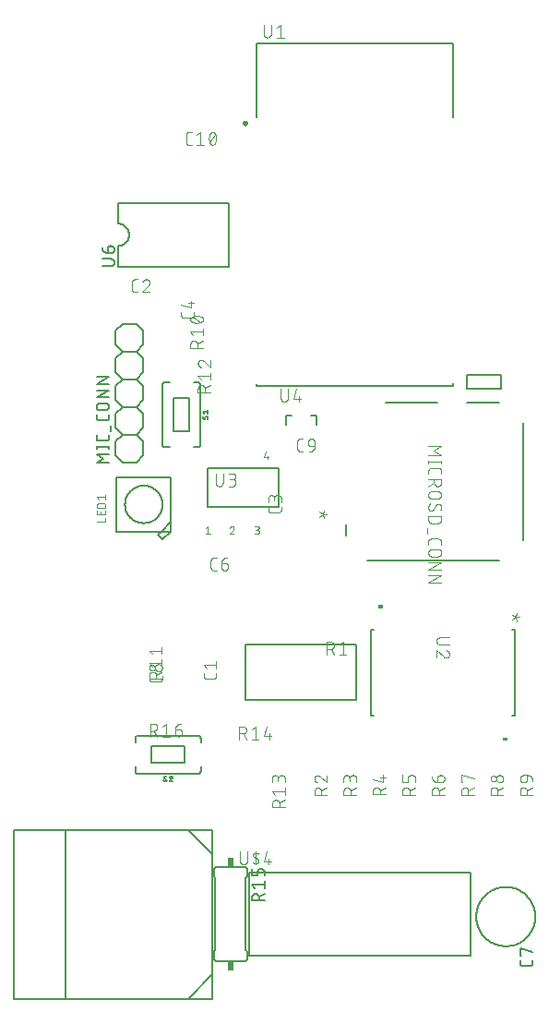
<source format=gbr>
G04 EAGLE Gerber RS-274X export*
G75*
%MOMM*%
%FSLAX34Y34*%
%LPD*%
%INSilkscreen Top*%
%IPPOS*%
%AMOC8*
5,1,8,0,0,1.08239X$1,22.5*%
G01*
%ADD10C,0.101600*%
%ADD11C,0.177800*%
%ADD12C,0.127000*%
%ADD13C,0.076200*%
%ADD14C,0.152400*%
%ADD15R,0.609600X0.863600*%
%ADD16C,0.203200*%
%ADD17C,0.240000*%

G36*
X277257Y406684D02*
X277257Y406684D01*
X277259Y406683D01*
X277302Y406703D01*
X277346Y406721D01*
X277346Y406723D01*
X277348Y406724D01*
X277381Y406809D01*
X277381Y409349D01*
X277380Y409351D01*
X277381Y409353D01*
X277361Y409396D01*
X277343Y409440D01*
X277341Y409440D01*
X277340Y409442D01*
X277255Y409475D01*
X273445Y409475D01*
X273443Y409474D01*
X273441Y409475D01*
X273398Y409455D01*
X273354Y409437D01*
X273354Y409435D01*
X273352Y409434D01*
X273319Y409349D01*
X273319Y406809D01*
X273320Y406807D01*
X273319Y406805D01*
X273339Y406762D01*
X273357Y406718D01*
X273359Y406718D01*
X273360Y406716D01*
X273445Y406683D01*
X277255Y406683D01*
X277257Y406684D01*
G37*
G36*
X391557Y285526D02*
X391557Y285526D01*
X391559Y285525D01*
X391602Y285545D01*
X391646Y285563D01*
X391646Y285565D01*
X391648Y285566D01*
X391681Y285651D01*
X391681Y288191D01*
X391680Y288193D01*
X391681Y288195D01*
X391661Y288238D01*
X391643Y288282D01*
X391641Y288282D01*
X391640Y288284D01*
X391555Y288317D01*
X387745Y288317D01*
X387743Y288316D01*
X387741Y288317D01*
X387698Y288297D01*
X387654Y288279D01*
X387654Y288277D01*
X387652Y288276D01*
X387619Y288191D01*
X387619Y285651D01*
X387620Y285649D01*
X387619Y285647D01*
X387639Y285604D01*
X387657Y285560D01*
X387659Y285560D01*
X387660Y285558D01*
X387745Y285525D01*
X391555Y285525D01*
X391557Y285526D01*
G37*
D10*
X124542Y347486D02*
X124542Y344889D01*
X124540Y344790D01*
X124534Y344690D01*
X124525Y344591D01*
X124512Y344493D01*
X124495Y344395D01*
X124474Y344297D01*
X124449Y344201D01*
X124421Y344106D01*
X124389Y344012D01*
X124354Y343919D01*
X124315Y343827D01*
X124272Y343737D01*
X124227Y343649D01*
X124177Y343562D01*
X124125Y343478D01*
X124069Y343395D01*
X124011Y343315D01*
X123949Y343237D01*
X123884Y343162D01*
X123816Y343089D01*
X123746Y343019D01*
X123673Y342951D01*
X123598Y342886D01*
X123520Y342824D01*
X123440Y342766D01*
X123357Y342710D01*
X123273Y342658D01*
X123186Y342608D01*
X123098Y342563D01*
X123008Y342520D01*
X122916Y342481D01*
X122823Y342446D01*
X122729Y342414D01*
X122634Y342386D01*
X122538Y342361D01*
X122440Y342340D01*
X122342Y342323D01*
X122244Y342310D01*
X122145Y342301D01*
X122045Y342295D01*
X121946Y342293D01*
X115454Y342293D01*
X115454Y342292D02*
X115355Y342294D01*
X115255Y342300D01*
X115156Y342309D01*
X115058Y342322D01*
X114960Y342340D01*
X114862Y342360D01*
X114766Y342385D01*
X114670Y342413D01*
X114576Y342445D01*
X114483Y342480D01*
X114392Y342519D01*
X114302Y342562D01*
X114213Y342607D01*
X114127Y342657D01*
X114042Y342709D01*
X113960Y342765D01*
X113880Y342824D01*
X113802Y342885D01*
X113726Y342950D01*
X113653Y343018D01*
X113583Y343088D01*
X113515Y343161D01*
X113450Y343237D01*
X113389Y343315D01*
X113330Y343395D01*
X113274Y343477D01*
X113222Y343562D01*
X113173Y343648D01*
X113127Y343737D01*
X113084Y343827D01*
X113045Y343918D01*
X113010Y344011D01*
X112978Y344105D01*
X112950Y344201D01*
X112925Y344297D01*
X112905Y344395D01*
X112887Y344493D01*
X112874Y344591D01*
X112865Y344690D01*
X112859Y344789D01*
X112857Y344889D01*
X112858Y344889D02*
X112858Y347486D01*
X115454Y351851D02*
X112858Y355096D01*
X124542Y355096D01*
X124542Y351851D02*
X124542Y358342D01*
X102001Y831708D02*
X99404Y831708D01*
X99305Y831710D01*
X99205Y831716D01*
X99106Y831725D01*
X99008Y831738D01*
X98910Y831755D01*
X98812Y831776D01*
X98716Y831801D01*
X98621Y831829D01*
X98527Y831861D01*
X98434Y831896D01*
X98342Y831935D01*
X98252Y831978D01*
X98164Y832023D01*
X98077Y832073D01*
X97993Y832125D01*
X97910Y832181D01*
X97830Y832239D01*
X97752Y832301D01*
X97677Y832366D01*
X97604Y832434D01*
X97534Y832504D01*
X97466Y832577D01*
X97401Y832652D01*
X97339Y832730D01*
X97281Y832810D01*
X97225Y832893D01*
X97173Y832977D01*
X97123Y833064D01*
X97078Y833152D01*
X97035Y833242D01*
X96996Y833334D01*
X96961Y833427D01*
X96929Y833521D01*
X96901Y833616D01*
X96876Y833712D01*
X96855Y833810D01*
X96838Y833908D01*
X96825Y834006D01*
X96816Y834105D01*
X96810Y834205D01*
X96808Y834304D01*
X96808Y840796D01*
X96810Y840895D01*
X96816Y840995D01*
X96825Y841094D01*
X96838Y841192D01*
X96855Y841290D01*
X96876Y841388D01*
X96901Y841484D01*
X96929Y841579D01*
X96961Y841673D01*
X96996Y841766D01*
X97035Y841858D01*
X97078Y841948D01*
X97123Y842036D01*
X97173Y842123D01*
X97225Y842207D01*
X97281Y842290D01*
X97339Y842370D01*
X97401Y842448D01*
X97466Y842523D01*
X97534Y842596D01*
X97604Y842666D01*
X97677Y842734D01*
X97752Y842799D01*
X97830Y842861D01*
X97910Y842919D01*
X97993Y842975D01*
X98077Y843027D01*
X98164Y843077D01*
X98252Y843122D01*
X98342Y843165D01*
X98434Y843204D01*
X98526Y843239D01*
X98621Y843271D01*
X98716Y843299D01*
X98812Y843324D01*
X98910Y843345D01*
X99008Y843362D01*
X99106Y843375D01*
X99205Y843384D01*
X99305Y843390D01*
X99404Y843392D01*
X102001Y843392D01*
X106366Y840796D02*
X109612Y843392D01*
X109612Y831708D01*
X112857Y831708D02*
X106366Y831708D01*
X117797Y837550D02*
X117800Y837780D01*
X117808Y838010D01*
X117822Y838239D01*
X117841Y838468D01*
X117866Y838697D01*
X117896Y838924D01*
X117931Y839152D01*
X117972Y839378D01*
X118018Y839603D01*
X118070Y839827D01*
X118127Y840049D01*
X118189Y840271D01*
X118257Y840490D01*
X118330Y840708D01*
X118408Y840925D01*
X118491Y841139D01*
X118579Y841351D01*
X118672Y841561D01*
X118771Y841769D01*
X118770Y841769D02*
X118803Y841859D01*
X118839Y841948D01*
X118879Y842036D01*
X118923Y842121D01*
X118970Y842205D01*
X119020Y842287D01*
X119074Y842367D01*
X119130Y842444D01*
X119190Y842520D01*
X119253Y842593D01*
X119318Y842663D01*
X119387Y842731D01*
X119458Y842795D01*
X119531Y842857D01*
X119607Y842916D01*
X119685Y842972D01*
X119766Y843025D01*
X119848Y843074D01*
X119932Y843120D01*
X120019Y843163D01*
X120106Y843202D01*
X120196Y843238D01*
X120286Y843270D01*
X120378Y843298D01*
X120471Y843323D01*
X120565Y843344D01*
X120659Y843361D01*
X120754Y843375D01*
X120850Y843384D01*
X120946Y843390D01*
X121042Y843392D01*
X121138Y843390D01*
X121234Y843384D01*
X121330Y843375D01*
X121425Y843361D01*
X121519Y843344D01*
X121613Y843323D01*
X121706Y843298D01*
X121798Y843270D01*
X121888Y843238D01*
X121978Y843202D01*
X122065Y843163D01*
X122152Y843120D01*
X122236Y843074D01*
X122318Y843025D01*
X122399Y842972D01*
X122477Y842916D01*
X122553Y842857D01*
X122626Y842795D01*
X122697Y842731D01*
X122766Y842663D01*
X122831Y842593D01*
X122894Y842520D01*
X122954Y842444D01*
X123010Y842367D01*
X123064Y842287D01*
X123114Y842205D01*
X123161Y842121D01*
X123205Y842036D01*
X123245Y841948D01*
X123281Y841859D01*
X123314Y841769D01*
X123413Y841562D01*
X123506Y841352D01*
X123594Y841139D01*
X123677Y840925D01*
X123755Y840709D01*
X123828Y840491D01*
X123896Y840271D01*
X123958Y840050D01*
X124015Y839827D01*
X124067Y839603D01*
X124113Y839378D01*
X124154Y839152D01*
X124189Y838925D01*
X124219Y838697D01*
X124244Y838468D01*
X124263Y838239D01*
X124277Y838010D01*
X124285Y837780D01*
X124288Y837550D01*
X117796Y837550D02*
X117799Y837320D01*
X117807Y837090D01*
X117821Y836861D01*
X117840Y836632D01*
X117865Y836403D01*
X117895Y836175D01*
X117930Y835948D01*
X117971Y835722D01*
X118017Y835497D01*
X118069Y835273D01*
X118126Y835050D01*
X118188Y834829D01*
X118256Y834609D01*
X118329Y834391D01*
X118407Y834175D01*
X118490Y833961D01*
X118578Y833749D01*
X118671Y833538D01*
X118770Y833331D01*
X118803Y833241D01*
X118839Y833152D01*
X118880Y833064D01*
X118923Y832979D01*
X118970Y832895D01*
X119020Y832813D01*
X119074Y832733D01*
X119130Y832656D01*
X119190Y832580D01*
X119253Y832507D01*
X119318Y832437D01*
X119387Y832369D01*
X119458Y832305D01*
X119531Y832243D01*
X119607Y832184D01*
X119685Y832128D01*
X119766Y832075D01*
X119848Y832026D01*
X119932Y831980D01*
X120019Y831937D01*
X120106Y831898D01*
X120196Y831862D01*
X120286Y831830D01*
X120378Y831802D01*
X120471Y831777D01*
X120565Y831756D01*
X120659Y831739D01*
X120754Y831725D01*
X120850Y831716D01*
X120946Y831710D01*
X121042Y831708D01*
X123314Y833331D02*
X123413Y833538D01*
X123506Y833749D01*
X123594Y833961D01*
X123677Y834175D01*
X123755Y834391D01*
X123828Y834609D01*
X123896Y834829D01*
X123958Y835050D01*
X124015Y835273D01*
X124067Y835497D01*
X124113Y835722D01*
X124154Y835948D01*
X124189Y836175D01*
X124219Y836403D01*
X124244Y836632D01*
X124263Y836861D01*
X124277Y837090D01*
X124285Y837320D01*
X124288Y837550D01*
X123314Y833331D02*
X123281Y833241D01*
X123245Y833152D01*
X123205Y833064D01*
X123161Y832979D01*
X123114Y832895D01*
X123064Y832813D01*
X123010Y832733D01*
X122954Y832656D01*
X122894Y832580D01*
X122831Y832507D01*
X122766Y832437D01*
X122697Y832369D01*
X122626Y832305D01*
X122553Y832243D01*
X122477Y832184D01*
X122399Y832128D01*
X122318Y832075D01*
X122236Y832026D01*
X122152Y831980D01*
X122065Y831937D01*
X121978Y831898D01*
X121888Y831862D01*
X121798Y831830D01*
X121706Y831802D01*
X121613Y831777D01*
X121519Y831756D01*
X121425Y831739D01*
X121330Y831725D01*
X121234Y831716D01*
X121138Y831710D01*
X121042Y831708D01*
X118445Y834304D02*
X123638Y840796D01*
X52501Y696708D02*
X49904Y696708D01*
X49805Y696710D01*
X49705Y696716D01*
X49606Y696725D01*
X49508Y696738D01*
X49410Y696755D01*
X49312Y696776D01*
X49216Y696801D01*
X49121Y696829D01*
X49027Y696861D01*
X48934Y696896D01*
X48842Y696935D01*
X48752Y696978D01*
X48664Y697023D01*
X48577Y697073D01*
X48493Y697125D01*
X48410Y697181D01*
X48330Y697239D01*
X48252Y697301D01*
X48177Y697366D01*
X48104Y697434D01*
X48034Y697504D01*
X47966Y697577D01*
X47901Y697652D01*
X47839Y697730D01*
X47781Y697810D01*
X47725Y697893D01*
X47673Y697977D01*
X47623Y698064D01*
X47578Y698152D01*
X47535Y698242D01*
X47496Y698334D01*
X47461Y698427D01*
X47429Y698521D01*
X47401Y698616D01*
X47376Y698712D01*
X47355Y698810D01*
X47338Y698908D01*
X47325Y699006D01*
X47316Y699105D01*
X47310Y699205D01*
X47308Y699304D01*
X47308Y705796D01*
X47310Y705895D01*
X47316Y705995D01*
X47325Y706094D01*
X47338Y706192D01*
X47355Y706290D01*
X47376Y706388D01*
X47401Y706484D01*
X47429Y706579D01*
X47461Y706673D01*
X47496Y706766D01*
X47535Y706858D01*
X47578Y706948D01*
X47623Y707036D01*
X47673Y707123D01*
X47725Y707207D01*
X47781Y707290D01*
X47839Y707370D01*
X47901Y707448D01*
X47966Y707523D01*
X48034Y707596D01*
X48104Y707666D01*
X48177Y707734D01*
X48252Y707799D01*
X48330Y707861D01*
X48410Y707919D01*
X48493Y707975D01*
X48577Y708027D01*
X48664Y708077D01*
X48752Y708122D01*
X48842Y708165D01*
X48934Y708204D01*
X49026Y708239D01*
X49121Y708271D01*
X49216Y708299D01*
X49312Y708324D01*
X49410Y708345D01*
X49508Y708362D01*
X49606Y708375D01*
X49705Y708384D01*
X49805Y708390D01*
X49904Y708392D01*
X52501Y708392D01*
X60436Y708392D02*
X60543Y708390D01*
X60649Y708384D01*
X60755Y708374D01*
X60861Y708361D01*
X60967Y708343D01*
X61071Y708322D01*
X61175Y708297D01*
X61278Y708268D01*
X61379Y708236D01*
X61479Y708199D01*
X61578Y708159D01*
X61676Y708116D01*
X61772Y708069D01*
X61866Y708018D01*
X61958Y707964D01*
X62048Y707907D01*
X62136Y707847D01*
X62221Y707783D01*
X62304Y707716D01*
X62385Y707646D01*
X62463Y707574D01*
X62539Y707498D01*
X62611Y707420D01*
X62681Y707339D01*
X62748Y707256D01*
X62812Y707171D01*
X62872Y707083D01*
X62929Y706993D01*
X62983Y706901D01*
X63034Y706807D01*
X63081Y706711D01*
X63124Y706613D01*
X63164Y706514D01*
X63201Y706414D01*
X63233Y706313D01*
X63262Y706210D01*
X63287Y706106D01*
X63308Y706002D01*
X63326Y705896D01*
X63339Y705790D01*
X63349Y705684D01*
X63355Y705578D01*
X63357Y705471D01*
X60436Y708392D02*
X60315Y708390D01*
X60194Y708384D01*
X60074Y708374D01*
X59953Y708361D01*
X59834Y708343D01*
X59714Y708322D01*
X59596Y708297D01*
X59479Y708268D01*
X59362Y708235D01*
X59247Y708199D01*
X59133Y708158D01*
X59020Y708115D01*
X58908Y708067D01*
X58799Y708016D01*
X58691Y707961D01*
X58584Y707903D01*
X58480Y707842D01*
X58378Y707777D01*
X58278Y707709D01*
X58180Y707638D01*
X58084Y707564D01*
X57991Y707487D01*
X57901Y707406D01*
X57813Y707323D01*
X57728Y707237D01*
X57645Y707148D01*
X57566Y707057D01*
X57489Y706963D01*
X57416Y706867D01*
X57346Y706769D01*
X57279Y706668D01*
X57215Y706565D01*
X57155Y706460D01*
X57098Y706353D01*
X57044Y706245D01*
X56994Y706135D01*
X56948Y706023D01*
X56905Y705910D01*
X56866Y705795D01*
X62384Y703199D02*
X62463Y703276D01*
X62539Y703357D01*
X62612Y703440D01*
X62682Y703525D01*
X62749Y703613D01*
X62813Y703703D01*
X62873Y703795D01*
X62930Y703890D01*
X62984Y703986D01*
X63035Y704084D01*
X63082Y704184D01*
X63126Y704286D01*
X63166Y704389D01*
X63202Y704493D01*
X63234Y704599D01*
X63263Y704705D01*
X63288Y704813D01*
X63310Y704921D01*
X63327Y705031D01*
X63341Y705140D01*
X63350Y705250D01*
X63356Y705361D01*
X63358Y705471D01*
X62384Y703199D02*
X56866Y696708D01*
X63357Y696708D01*
X184142Y499651D02*
X184142Y497054D01*
X184140Y496955D01*
X184134Y496855D01*
X184125Y496756D01*
X184112Y496658D01*
X184095Y496560D01*
X184074Y496462D01*
X184049Y496366D01*
X184021Y496271D01*
X183989Y496177D01*
X183954Y496084D01*
X183915Y495992D01*
X183872Y495902D01*
X183827Y495814D01*
X183777Y495727D01*
X183725Y495643D01*
X183669Y495560D01*
X183611Y495480D01*
X183549Y495402D01*
X183484Y495327D01*
X183416Y495254D01*
X183346Y495184D01*
X183273Y495116D01*
X183198Y495051D01*
X183120Y494989D01*
X183040Y494931D01*
X182957Y494875D01*
X182873Y494823D01*
X182786Y494773D01*
X182698Y494728D01*
X182608Y494685D01*
X182516Y494646D01*
X182423Y494611D01*
X182329Y494579D01*
X182234Y494551D01*
X182138Y494526D01*
X182040Y494505D01*
X181942Y494488D01*
X181844Y494475D01*
X181745Y494466D01*
X181645Y494460D01*
X181546Y494458D01*
X175054Y494458D01*
X174955Y494460D01*
X174855Y494466D01*
X174756Y494475D01*
X174658Y494488D01*
X174560Y494506D01*
X174462Y494526D01*
X174366Y494551D01*
X174270Y494579D01*
X174176Y494611D01*
X174083Y494646D01*
X173992Y494685D01*
X173902Y494728D01*
X173813Y494773D01*
X173727Y494823D01*
X173642Y494875D01*
X173560Y494931D01*
X173480Y494990D01*
X173402Y495051D01*
X173326Y495116D01*
X173253Y495184D01*
X173183Y495254D01*
X173115Y495327D01*
X173050Y495403D01*
X172989Y495481D01*
X172930Y495561D01*
X172874Y495643D01*
X172822Y495728D01*
X172773Y495814D01*
X172727Y495903D01*
X172684Y495993D01*
X172645Y496084D01*
X172610Y496177D01*
X172578Y496271D01*
X172550Y496367D01*
X172525Y496463D01*
X172505Y496561D01*
X172487Y496659D01*
X172474Y496757D01*
X172465Y496856D01*
X172459Y496955D01*
X172457Y497055D01*
X172458Y497054D02*
X172458Y499651D01*
X184142Y504016D02*
X184142Y507262D01*
X184140Y507375D01*
X184134Y507488D01*
X184124Y507601D01*
X184110Y507714D01*
X184093Y507826D01*
X184071Y507937D01*
X184046Y508047D01*
X184016Y508157D01*
X183983Y508265D01*
X183946Y508372D01*
X183906Y508478D01*
X183861Y508582D01*
X183813Y508685D01*
X183762Y508786D01*
X183707Y508885D01*
X183649Y508982D01*
X183587Y509077D01*
X183522Y509170D01*
X183454Y509260D01*
X183383Y509348D01*
X183308Y509434D01*
X183231Y509517D01*
X183151Y509597D01*
X183068Y509674D01*
X182982Y509749D01*
X182894Y509820D01*
X182804Y509888D01*
X182711Y509953D01*
X182616Y510015D01*
X182519Y510073D01*
X182420Y510128D01*
X182319Y510179D01*
X182216Y510227D01*
X182112Y510272D01*
X182006Y510312D01*
X181899Y510349D01*
X181791Y510382D01*
X181681Y510412D01*
X181571Y510437D01*
X181460Y510459D01*
X181348Y510476D01*
X181235Y510490D01*
X181122Y510500D01*
X181009Y510506D01*
X180896Y510508D01*
X180783Y510506D01*
X180670Y510500D01*
X180557Y510490D01*
X180444Y510476D01*
X180332Y510459D01*
X180221Y510437D01*
X180111Y510412D01*
X180001Y510382D01*
X179893Y510349D01*
X179786Y510312D01*
X179680Y510272D01*
X179576Y510227D01*
X179473Y510179D01*
X179372Y510128D01*
X179273Y510073D01*
X179176Y510015D01*
X179081Y509953D01*
X178988Y509888D01*
X178898Y509820D01*
X178810Y509749D01*
X178724Y509674D01*
X178641Y509597D01*
X178561Y509517D01*
X178484Y509434D01*
X178409Y509348D01*
X178338Y509260D01*
X178270Y509170D01*
X178205Y509077D01*
X178143Y508982D01*
X178085Y508885D01*
X178030Y508786D01*
X177979Y508685D01*
X177931Y508582D01*
X177886Y508478D01*
X177846Y508372D01*
X177809Y508265D01*
X177776Y508157D01*
X177746Y508047D01*
X177721Y507937D01*
X177699Y507826D01*
X177682Y507714D01*
X177668Y507601D01*
X177658Y507488D01*
X177652Y507375D01*
X177650Y507262D01*
X172458Y507911D02*
X172458Y504016D01*
X172458Y507911D02*
X172460Y508012D01*
X172466Y508112D01*
X172476Y508212D01*
X172489Y508312D01*
X172507Y508411D01*
X172528Y508510D01*
X172553Y508607D01*
X172582Y508704D01*
X172615Y508799D01*
X172651Y508893D01*
X172691Y508985D01*
X172734Y509076D01*
X172781Y509165D01*
X172831Y509252D01*
X172885Y509338D01*
X172942Y509421D01*
X173002Y509501D01*
X173065Y509580D01*
X173132Y509656D01*
X173201Y509729D01*
X173273Y509799D01*
X173347Y509867D01*
X173424Y509932D01*
X173504Y509993D01*
X173586Y510052D01*
X173670Y510107D01*
X173756Y510159D01*
X173844Y510208D01*
X173934Y510253D01*
X174026Y510295D01*
X174119Y510333D01*
X174214Y510367D01*
X174309Y510398D01*
X174406Y510425D01*
X174504Y510448D01*
X174603Y510468D01*
X174703Y510483D01*
X174803Y510495D01*
X174903Y510503D01*
X175004Y510507D01*
X175104Y510507D01*
X175205Y510503D01*
X175305Y510495D01*
X175405Y510483D01*
X175505Y510468D01*
X175604Y510448D01*
X175702Y510425D01*
X175799Y510398D01*
X175894Y510367D01*
X175989Y510333D01*
X176082Y510295D01*
X176174Y510253D01*
X176264Y510208D01*
X176352Y510159D01*
X176438Y510107D01*
X176522Y510052D01*
X176604Y509993D01*
X176684Y509932D01*
X176761Y509867D01*
X176835Y509799D01*
X176907Y509729D01*
X176976Y509656D01*
X177043Y509580D01*
X177106Y509501D01*
X177166Y509421D01*
X177223Y509338D01*
X177277Y509252D01*
X177327Y509165D01*
X177374Y509076D01*
X177417Y508985D01*
X177457Y508893D01*
X177493Y508799D01*
X177526Y508704D01*
X177555Y508607D01*
X177580Y508510D01*
X177601Y508411D01*
X177619Y508312D01*
X177632Y508212D01*
X177642Y508112D01*
X177648Y508012D01*
X177650Y507911D01*
X177651Y507911D02*
X177651Y505314D01*
X104042Y675389D02*
X104042Y677986D01*
X104042Y675389D02*
X104040Y675290D01*
X104034Y675190D01*
X104025Y675091D01*
X104012Y674993D01*
X103995Y674895D01*
X103974Y674797D01*
X103949Y674701D01*
X103921Y674606D01*
X103889Y674512D01*
X103854Y674419D01*
X103815Y674327D01*
X103772Y674237D01*
X103727Y674149D01*
X103677Y674062D01*
X103625Y673978D01*
X103569Y673895D01*
X103511Y673815D01*
X103449Y673737D01*
X103384Y673662D01*
X103316Y673589D01*
X103246Y673519D01*
X103173Y673451D01*
X103098Y673386D01*
X103020Y673324D01*
X102940Y673266D01*
X102857Y673210D01*
X102773Y673158D01*
X102686Y673108D01*
X102598Y673063D01*
X102508Y673020D01*
X102416Y672981D01*
X102323Y672946D01*
X102229Y672914D01*
X102134Y672886D01*
X102038Y672861D01*
X101940Y672840D01*
X101842Y672823D01*
X101744Y672810D01*
X101645Y672801D01*
X101545Y672795D01*
X101446Y672793D01*
X94954Y672793D01*
X94954Y672792D02*
X94855Y672794D01*
X94755Y672800D01*
X94656Y672809D01*
X94558Y672822D01*
X94460Y672840D01*
X94362Y672860D01*
X94266Y672885D01*
X94170Y672913D01*
X94076Y672945D01*
X93983Y672980D01*
X93892Y673019D01*
X93802Y673062D01*
X93713Y673107D01*
X93627Y673157D01*
X93542Y673209D01*
X93460Y673265D01*
X93380Y673324D01*
X93302Y673385D01*
X93226Y673450D01*
X93153Y673518D01*
X93083Y673588D01*
X93015Y673661D01*
X92950Y673737D01*
X92889Y673815D01*
X92830Y673895D01*
X92774Y673977D01*
X92722Y674062D01*
X92673Y674148D01*
X92627Y674237D01*
X92584Y674327D01*
X92545Y674418D01*
X92510Y674511D01*
X92478Y674605D01*
X92450Y674701D01*
X92425Y674797D01*
X92405Y674895D01*
X92387Y674993D01*
X92374Y675091D01*
X92365Y675190D01*
X92359Y675289D01*
X92357Y675389D01*
X92358Y675389D02*
X92358Y677986D01*
X92358Y684947D02*
X101446Y682351D01*
X101446Y688842D01*
X98849Y686895D02*
X104042Y686895D01*
X122139Y441458D02*
X124736Y441458D01*
X122139Y441458D02*
X122040Y441460D01*
X121940Y441466D01*
X121841Y441475D01*
X121743Y441488D01*
X121645Y441505D01*
X121547Y441526D01*
X121451Y441551D01*
X121356Y441579D01*
X121262Y441611D01*
X121169Y441646D01*
X121077Y441685D01*
X120987Y441728D01*
X120899Y441773D01*
X120812Y441823D01*
X120728Y441875D01*
X120645Y441931D01*
X120565Y441989D01*
X120487Y442051D01*
X120412Y442116D01*
X120339Y442184D01*
X120269Y442254D01*
X120201Y442327D01*
X120136Y442402D01*
X120074Y442480D01*
X120016Y442560D01*
X119960Y442643D01*
X119908Y442727D01*
X119858Y442814D01*
X119813Y442902D01*
X119770Y442992D01*
X119731Y443084D01*
X119696Y443177D01*
X119664Y443271D01*
X119636Y443366D01*
X119611Y443462D01*
X119590Y443560D01*
X119573Y443658D01*
X119560Y443756D01*
X119551Y443855D01*
X119545Y443955D01*
X119543Y444054D01*
X119543Y450546D01*
X119545Y450645D01*
X119551Y450745D01*
X119560Y450844D01*
X119573Y450942D01*
X119590Y451040D01*
X119611Y451138D01*
X119636Y451234D01*
X119664Y451329D01*
X119696Y451423D01*
X119731Y451516D01*
X119770Y451608D01*
X119813Y451698D01*
X119858Y451786D01*
X119908Y451873D01*
X119960Y451957D01*
X120016Y452040D01*
X120074Y452120D01*
X120136Y452198D01*
X120201Y452273D01*
X120269Y452346D01*
X120339Y452416D01*
X120412Y452484D01*
X120487Y452549D01*
X120565Y452611D01*
X120645Y452669D01*
X120728Y452725D01*
X120812Y452777D01*
X120899Y452827D01*
X120987Y452872D01*
X121077Y452915D01*
X121169Y452954D01*
X121261Y452989D01*
X121356Y453021D01*
X121451Y453049D01*
X121547Y453074D01*
X121645Y453095D01*
X121743Y453112D01*
X121841Y453125D01*
X121940Y453134D01*
X122040Y453140D01*
X122139Y453142D01*
X124736Y453142D01*
X129101Y447949D02*
X132996Y447949D01*
X133095Y447947D01*
X133195Y447941D01*
X133294Y447932D01*
X133392Y447919D01*
X133490Y447902D01*
X133588Y447881D01*
X133684Y447856D01*
X133779Y447828D01*
X133873Y447796D01*
X133966Y447761D01*
X134058Y447722D01*
X134148Y447679D01*
X134236Y447634D01*
X134323Y447584D01*
X134407Y447532D01*
X134490Y447476D01*
X134570Y447418D01*
X134648Y447356D01*
X134723Y447291D01*
X134796Y447223D01*
X134866Y447153D01*
X134934Y447080D01*
X134999Y447005D01*
X135061Y446927D01*
X135119Y446847D01*
X135175Y446764D01*
X135227Y446680D01*
X135277Y446593D01*
X135322Y446505D01*
X135365Y446415D01*
X135404Y446323D01*
X135439Y446230D01*
X135471Y446136D01*
X135499Y446041D01*
X135524Y445945D01*
X135545Y445847D01*
X135562Y445749D01*
X135575Y445651D01*
X135584Y445552D01*
X135590Y445452D01*
X135592Y445353D01*
X135592Y444704D01*
X135590Y444591D01*
X135584Y444478D01*
X135574Y444365D01*
X135560Y444252D01*
X135543Y444140D01*
X135521Y444029D01*
X135496Y443919D01*
X135466Y443809D01*
X135433Y443701D01*
X135396Y443594D01*
X135356Y443488D01*
X135311Y443384D01*
X135263Y443281D01*
X135212Y443180D01*
X135157Y443081D01*
X135099Y442984D01*
X135037Y442889D01*
X134972Y442796D01*
X134904Y442706D01*
X134833Y442618D01*
X134758Y442532D01*
X134681Y442449D01*
X134601Y442369D01*
X134518Y442292D01*
X134432Y442217D01*
X134344Y442146D01*
X134254Y442078D01*
X134161Y442013D01*
X134066Y441951D01*
X133969Y441893D01*
X133870Y441838D01*
X133769Y441787D01*
X133666Y441739D01*
X133562Y441694D01*
X133456Y441654D01*
X133349Y441617D01*
X133241Y441584D01*
X133131Y441554D01*
X133021Y441529D01*
X132910Y441507D01*
X132798Y441490D01*
X132685Y441476D01*
X132572Y441466D01*
X132459Y441460D01*
X132346Y441458D01*
X132233Y441460D01*
X132120Y441466D01*
X132007Y441476D01*
X131894Y441490D01*
X131782Y441507D01*
X131671Y441529D01*
X131561Y441554D01*
X131451Y441584D01*
X131343Y441617D01*
X131236Y441654D01*
X131130Y441694D01*
X131026Y441739D01*
X130923Y441787D01*
X130822Y441838D01*
X130723Y441893D01*
X130626Y441951D01*
X130531Y442013D01*
X130438Y442078D01*
X130348Y442146D01*
X130260Y442217D01*
X130174Y442292D01*
X130091Y442369D01*
X130011Y442449D01*
X129934Y442532D01*
X129859Y442618D01*
X129788Y442706D01*
X129720Y442796D01*
X129655Y442889D01*
X129593Y442984D01*
X129535Y443081D01*
X129480Y443180D01*
X129429Y443281D01*
X129381Y443384D01*
X129336Y443488D01*
X129296Y443594D01*
X129259Y443701D01*
X129226Y443809D01*
X129196Y443919D01*
X129171Y444029D01*
X129149Y444140D01*
X129132Y444252D01*
X129118Y444365D01*
X129108Y444478D01*
X129102Y444591D01*
X129100Y444704D01*
X129101Y444704D02*
X129101Y447949D01*
X129103Y448092D01*
X129109Y448235D01*
X129119Y448378D01*
X129133Y448520D01*
X129150Y448662D01*
X129172Y448804D01*
X129197Y448945D01*
X129227Y449085D01*
X129260Y449224D01*
X129297Y449362D01*
X129338Y449499D01*
X129382Y449635D01*
X129431Y449770D01*
X129483Y449903D01*
X129538Y450035D01*
X129598Y450165D01*
X129661Y450294D01*
X129727Y450421D01*
X129797Y450545D01*
X129870Y450668D01*
X129947Y450789D01*
X130027Y450908D01*
X130110Y451024D01*
X130196Y451139D01*
X130285Y451250D01*
X130378Y451360D01*
X130473Y451466D01*
X130572Y451570D01*
X130673Y451671D01*
X130777Y451770D01*
X130883Y451865D01*
X130993Y451958D01*
X131104Y452047D01*
X131219Y452133D01*
X131335Y452216D01*
X131454Y452296D01*
X131575Y452373D01*
X131697Y452446D01*
X131822Y452516D01*
X131949Y452582D01*
X132078Y452645D01*
X132208Y452705D01*
X132340Y452760D01*
X132473Y452812D01*
X132608Y452861D01*
X132744Y452905D01*
X132881Y452946D01*
X133019Y452983D01*
X133158Y453016D01*
X133298Y453046D01*
X133439Y453071D01*
X133581Y453093D01*
X133723Y453110D01*
X133865Y453124D01*
X134008Y453134D01*
X134151Y453140D01*
X134294Y453142D01*
D11*
X363123Y124000D02*
X363131Y124666D01*
X363156Y125331D01*
X363197Y125996D01*
X363254Y126659D01*
X363327Y127321D01*
X363417Y127980D01*
X363522Y128638D01*
X363644Y129292D01*
X363782Y129944D01*
X363936Y130591D01*
X364106Y131235D01*
X364291Y131875D01*
X364492Y132509D01*
X364709Y133139D01*
X364941Y133763D01*
X365188Y134381D01*
X365450Y134993D01*
X365727Y135598D01*
X366020Y136197D01*
X366326Y136788D01*
X366647Y137371D01*
X366982Y137946D01*
X367332Y138513D01*
X367695Y139071D01*
X368071Y139620D01*
X368461Y140160D01*
X368865Y140689D01*
X369281Y141209D01*
X369709Y141719D01*
X370150Y142217D01*
X370603Y142705D01*
X371068Y143182D01*
X371545Y143647D01*
X372033Y144100D01*
X372531Y144541D01*
X373041Y144969D01*
X373561Y145385D01*
X374090Y145789D01*
X374630Y146179D01*
X375179Y146555D01*
X375737Y146918D01*
X376304Y147268D01*
X376879Y147603D01*
X377462Y147924D01*
X378053Y148230D01*
X378652Y148523D01*
X379257Y148800D01*
X379869Y149062D01*
X380487Y149309D01*
X381111Y149541D01*
X381741Y149758D01*
X382375Y149959D01*
X383015Y150144D01*
X383659Y150314D01*
X384306Y150468D01*
X384958Y150606D01*
X385612Y150728D01*
X386270Y150833D01*
X386929Y150923D01*
X387591Y150996D01*
X388254Y151053D01*
X388919Y151094D01*
X389584Y151119D01*
X390250Y151127D01*
X390916Y151119D01*
X391581Y151094D01*
X392246Y151053D01*
X392909Y150996D01*
X393571Y150923D01*
X394230Y150833D01*
X394888Y150728D01*
X395542Y150606D01*
X396194Y150468D01*
X396841Y150314D01*
X397485Y150144D01*
X398125Y149959D01*
X398759Y149758D01*
X399389Y149541D01*
X400013Y149309D01*
X400631Y149062D01*
X401243Y148800D01*
X401848Y148523D01*
X402447Y148230D01*
X403038Y147924D01*
X403621Y147603D01*
X404196Y147268D01*
X404763Y146918D01*
X405321Y146555D01*
X405870Y146179D01*
X406410Y145789D01*
X406939Y145385D01*
X407459Y144969D01*
X407969Y144541D01*
X408467Y144100D01*
X408955Y143647D01*
X409432Y143182D01*
X409897Y142705D01*
X410350Y142217D01*
X410791Y141719D01*
X411219Y141209D01*
X411635Y140689D01*
X412039Y140160D01*
X412429Y139620D01*
X412805Y139071D01*
X413168Y138513D01*
X413518Y137946D01*
X413853Y137371D01*
X414174Y136788D01*
X414480Y136197D01*
X414773Y135598D01*
X415050Y134993D01*
X415312Y134381D01*
X415559Y133763D01*
X415791Y133139D01*
X416008Y132509D01*
X416209Y131875D01*
X416394Y131235D01*
X416564Y130591D01*
X416718Y129944D01*
X416856Y129292D01*
X416978Y128638D01*
X417083Y127980D01*
X417173Y127321D01*
X417246Y126659D01*
X417303Y125996D01*
X417344Y125331D01*
X417369Y124666D01*
X417377Y124000D01*
X417369Y123334D01*
X417344Y122669D01*
X417303Y122004D01*
X417246Y121341D01*
X417173Y120679D01*
X417083Y120020D01*
X416978Y119362D01*
X416856Y118708D01*
X416718Y118056D01*
X416564Y117409D01*
X416394Y116765D01*
X416209Y116125D01*
X416008Y115491D01*
X415791Y114861D01*
X415559Y114237D01*
X415312Y113619D01*
X415050Y113007D01*
X414773Y112402D01*
X414480Y111803D01*
X414174Y111212D01*
X413853Y110629D01*
X413518Y110054D01*
X413168Y109487D01*
X412805Y108929D01*
X412429Y108380D01*
X412039Y107840D01*
X411635Y107311D01*
X411219Y106791D01*
X410791Y106281D01*
X410350Y105783D01*
X409897Y105295D01*
X409432Y104818D01*
X408955Y104353D01*
X408467Y103900D01*
X407969Y103459D01*
X407459Y103031D01*
X406939Y102615D01*
X406410Y102211D01*
X405870Y101821D01*
X405321Y101445D01*
X404763Y101082D01*
X404196Y100732D01*
X403621Y100397D01*
X403038Y100076D01*
X402447Y99770D01*
X401848Y99477D01*
X401243Y99200D01*
X400631Y98938D01*
X400013Y98691D01*
X399389Y98459D01*
X398759Y98242D01*
X398125Y98041D01*
X397485Y97856D01*
X396841Y97686D01*
X396194Y97532D01*
X395542Y97394D01*
X394888Y97272D01*
X394230Y97167D01*
X393571Y97077D01*
X392909Y97004D01*
X392246Y96947D01*
X391581Y96906D01*
X390916Y96881D01*
X390250Y96873D01*
X389584Y96881D01*
X388919Y96906D01*
X388254Y96947D01*
X387591Y97004D01*
X386929Y97077D01*
X386270Y97167D01*
X385612Y97272D01*
X384958Y97394D01*
X384306Y97532D01*
X383659Y97686D01*
X383015Y97856D01*
X382375Y98041D01*
X381741Y98242D01*
X381111Y98459D01*
X380487Y98691D01*
X379869Y98938D01*
X379257Y99200D01*
X378652Y99477D01*
X378053Y99770D01*
X377462Y100076D01*
X376879Y100397D01*
X376304Y100732D01*
X375737Y101082D01*
X375179Y101445D01*
X374630Y101821D01*
X374090Y102211D01*
X373561Y102615D01*
X373041Y103031D01*
X372531Y103459D01*
X372033Y103900D01*
X371545Y104353D01*
X371068Y104818D01*
X370603Y105295D01*
X370150Y105783D01*
X369709Y106281D01*
X369281Y106791D01*
X368865Y107311D01*
X368461Y107840D01*
X368071Y108380D01*
X367695Y108929D01*
X367332Y109487D01*
X366982Y110054D01*
X366647Y110629D01*
X366326Y111212D01*
X366020Y111803D01*
X365727Y112402D01*
X365450Y113007D01*
X365188Y113619D01*
X364941Y114237D01*
X364709Y114861D01*
X364492Y115491D01*
X364291Y116125D01*
X364106Y116765D01*
X363936Y117409D01*
X363782Y118056D01*
X363644Y118708D01*
X363522Y119362D01*
X363417Y120020D01*
X363327Y120679D01*
X363254Y121341D01*
X363197Y122004D01*
X363156Y122669D01*
X363131Y123334D01*
X363123Y124000D01*
D12*
X415015Y83958D02*
X415015Y81418D01*
X415013Y81318D01*
X415007Y81219D01*
X414997Y81119D01*
X414984Y81021D01*
X414966Y80922D01*
X414945Y80825D01*
X414920Y80729D01*
X414891Y80633D01*
X414858Y80539D01*
X414822Y80446D01*
X414782Y80355D01*
X414738Y80265D01*
X414691Y80177D01*
X414641Y80091D01*
X414587Y80007D01*
X414530Y79925D01*
X414470Y79846D01*
X414406Y79768D01*
X414340Y79694D01*
X414271Y79622D01*
X414199Y79553D01*
X414125Y79487D01*
X414047Y79423D01*
X413968Y79363D01*
X413886Y79306D01*
X413802Y79252D01*
X413716Y79202D01*
X413628Y79155D01*
X413538Y79111D01*
X413447Y79071D01*
X413354Y79035D01*
X413260Y79002D01*
X413164Y78973D01*
X413068Y78948D01*
X412971Y78927D01*
X412872Y78909D01*
X412774Y78896D01*
X412674Y78886D01*
X412575Y78880D01*
X412475Y78878D01*
X406125Y78878D01*
X406025Y78880D01*
X405926Y78886D01*
X405826Y78896D01*
X405728Y78909D01*
X405629Y78927D01*
X405532Y78948D01*
X405436Y78973D01*
X405340Y79002D01*
X405246Y79035D01*
X405153Y79071D01*
X405062Y79111D01*
X404972Y79155D01*
X404884Y79202D01*
X404798Y79252D01*
X404714Y79306D01*
X404632Y79363D01*
X404553Y79423D01*
X404475Y79487D01*
X404401Y79553D01*
X404329Y79622D01*
X404260Y79694D01*
X404194Y79768D01*
X404130Y79846D01*
X404070Y79925D01*
X404013Y80007D01*
X403959Y80091D01*
X403909Y80177D01*
X403862Y80265D01*
X403818Y80355D01*
X403778Y80446D01*
X403742Y80539D01*
X403709Y80633D01*
X403680Y80729D01*
X403655Y80825D01*
X403634Y80922D01*
X403616Y81021D01*
X403603Y81119D01*
X403593Y81219D01*
X403587Y81318D01*
X403585Y81418D01*
X403585Y83958D01*
X403585Y88440D02*
X404855Y88440D01*
X403585Y88440D02*
X403585Y94790D01*
X415015Y91615D01*
D10*
X74792Y341889D02*
X74792Y344486D01*
X74792Y341889D02*
X74790Y341790D01*
X74784Y341690D01*
X74775Y341591D01*
X74762Y341493D01*
X74745Y341395D01*
X74724Y341297D01*
X74699Y341201D01*
X74671Y341106D01*
X74639Y341012D01*
X74604Y340919D01*
X74565Y340827D01*
X74522Y340737D01*
X74477Y340649D01*
X74427Y340562D01*
X74375Y340478D01*
X74319Y340395D01*
X74261Y340315D01*
X74199Y340237D01*
X74134Y340162D01*
X74066Y340089D01*
X73996Y340019D01*
X73923Y339951D01*
X73848Y339886D01*
X73770Y339824D01*
X73690Y339766D01*
X73607Y339710D01*
X73523Y339658D01*
X73436Y339608D01*
X73348Y339563D01*
X73258Y339520D01*
X73166Y339481D01*
X73073Y339446D01*
X72979Y339414D01*
X72884Y339386D01*
X72788Y339361D01*
X72690Y339340D01*
X72592Y339323D01*
X72494Y339310D01*
X72395Y339301D01*
X72295Y339295D01*
X72196Y339293D01*
X65704Y339293D01*
X65704Y339292D02*
X65605Y339294D01*
X65505Y339300D01*
X65406Y339309D01*
X65308Y339322D01*
X65210Y339340D01*
X65112Y339360D01*
X65016Y339385D01*
X64920Y339413D01*
X64826Y339445D01*
X64733Y339480D01*
X64642Y339519D01*
X64552Y339562D01*
X64463Y339607D01*
X64377Y339657D01*
X64292Y339709D01*
X64210Y339765D01*
X64130Y339824D01*
X64052Y339885D01*
X63976Y339950D01*
X63903Y340018D01*
X63833Y340088D01*
X63765Y340161D01*
X63700Y340237D01*
X63639Y340315D01*
X63580Y340395D01*
X63524Y340477D01*
X63472Y340562D01*
X63423Y340648D01*
X63377Y340737D01*
X63334Y340827D01*
X63295Y340918D01*
X63260Y341011D01*
X63228Y341105D01*
X63200Y341201D01*
X63175Y341297D01*
X63155Y341395D01*
X63137Y341493D01*
X63124Y341591D01*
X63115Y341690D01*
X63109Y341789D01*
X63107Y341889D01*
X63108Y341889D02*
X63108Y344486D01*
X71546Y348850D02*
X71433Y348852D01*
X71320Y348858D01*
X71207Y348868D01*
X71094Y348882D01*
X70982Y348899D01*
X70871Y348921D01*
X70761Y348946D01*
X70651Y348976D01*
X70543Y349009D01*
X70436Y349046D01*
X70330Y349086D01*
X70226Y349131D01*
X70123Y349179D01*
X70022Y349230D01*
X69923Y349285D01*
X69826Y349343D01*
X69731Y349405D01*
X69638Y349470D01*
X69548Y349538D01*
X69460Y349609D01*
X69374Y349684D01*
X69291Y349761D01*
X69211Y349841D01*
X69134Y349924D01*
X69059Y350010D01*
X68988Y350098D01*
X68920Y350188D01*
X68855Y350281D01*
X68793Y350376D01*
X68735Y350473D01*
X68680Y350572D01*
X68629Y350673D01*
X68581Y350776D01*
X68536Y350880D01*
X68496Y350986D01*
X68459Y351093D01*
X68426Y351201D01*
X68396Y351311D01*
X68371Y351421D01*
X68349Y351532D01*
X68332Y351644D01*
X68318Y351757D01*
X68308Y351870D01*
X68302Y351983D01*
X68300Y352096D01*
X68302Y352209D01*
X68308Y352322D01*
X68318Y352435D01*
X68332Y352548D01*
X68349Y352660D01*
X68371Y352771D01*
X68396Y352881D01*
X68426Y352991D01*
X68459Y353099D01*
X68496Y353206D01*
X68536Y353312D01*
X68581Y353416D01*
X68629Y353519D01*
X68680Y353620D01*
X68735Y353719D01*
X68793Y353816D01*
X68855Y353911D01*
X68920Y354004D01*
X68988Y354094D01*
X69059Y354182D01*
X69134Y354268D01*
X69211Y354351D01*
X69291Y354431D01*
X69374Y354508D01*
X69460Y354583D01*
X69548Y354654D01*
X69638Y354722D01*
X69731Y354787D01*
X69826Y354849D01*
X69923Y354907D01*
X70022Y354962D01*
X70123Y355013D01*
X70226Y355061D01*
X70330Y355106D01*
X70436Y355146D01*
X70543Y355183D01*
X70651Y355216D01*
X70761Y355246D01*
X70871Y355271D01*
X70982Y355293D01*
X71094Y355310D01*
X71207Y355324D01*
X71320Y355334D01*
X71433Y355340D01*
X71546Y355342D01*
X71659Y355340D01*
X71772Y355334D01*
X71885Y355324D01*
X71998Y355310D01*
X72110Y355293D01*
X72221Y355271D01*
X72331Y355246D01*
X72441Y355216D01*
X72549Y355183D01*
X72656Y355146D01*
X72762Y355106D01*
X72866Y355061D01*
X72969Y355013D01*
X73070Y354962D01*
X73169Y354907D01*
X73266Y354849D01*
X73361Y354787D01*
X73454Y354722D01*
X73544Y354654D01*
X73632Y354583D01*
X73718Y354508D01*
X73801Y354431D01*
X73881Y354351D01*
X73958Y354268D01*
X74033Y354182D01*
X74104Y354094D01*
X74172Y354004D01*
X74237Y353911D01*
X74299Y353816D01*
X74357Y353719D01*
X74412Y353620D01*
X74463Y353519D01*
X74511Y353416D01*
X74556Y353312D01*
X74596Y353206D01*
X74633Y353099D01*
X74666Y352991D01*
X74696Y352881D01*
X74721Y352771D01*
X74743Y352660D01*
X74760Y352548D01*
X74774Y352435D01*
X74784Y352322D01*
X74790Y352209D01*
X74792Y352096D01*
X74790Y351983D01*
X74784Y351870D01*
X74774Y351757D01*
X74760Y351644D01*
X74743Y351532D01*
X74721Y351421D01*
X74696Y351311D01*
X74666Y351201D01*
X74633Y351093D01*
X74596Y350986D01*
X74556Y350880D01*
X74511Y350776D01*
X74463Y350673D01*
X74412Y350572D01*
X74357Y350473D01*
X74299Y350376D01*
X74237Y350281D01*
X74172Y350188D01*
X74104Y350098D01*
X74033Y350010D01*
X73958Y349924D01*
X73881Y349841D01*
X73801Y349761D01*
X73718Y349684D01*
X73632Y349609D01*
X73544Y349538D01*
X73454Y349470D01*
X73361Y349405D01*
X73266Y349343D01*
X73169Y349285D01*
X73070Y349230D01*
X72969Y349179D01*
X72866Y349131D01*
X72762Y349086D01*
X72656Y349046D01*
X72549Y349009D01*
X72441Y348976D01*
X72331Y348946D01*
X72221Y348921D01*
X72110Y348899D01*
X71998Y348882D01*
X71885Y348868D01*
X71772Y348858D01*
X71659Y348852D01*
X71546Y348850D01*
X65704Y349500D02*
X65603Y349502D01*
X65503Y349508D01*
X65403Y349518D01*
X65303Y349531D01*
X65204Y349549D01*
X65105Y349570D01*
X65008Y349595D01*
X64911Y349624D01*
X64816Y349657D01*
X64722Y349693D01*
X64630Y349733D01*
X64539Y349776D01*
X64450Y349823D01*
X64363Y349873D01*
X64277Y349927D01*
X64194Y349984D01*
X64114Y350044D01*
X64035Y350107D01*
X63959Y350174D01*
X63886Y350243D01*
X63816Y350315D01*
X63748Y350389D01*
X63683Y350466D01*
X63622Y350546D01*
X63563Y350628D01*
X63508Y350712D01*
X63456Y350798D01*
X63407Y350886D01*
X63362Y350976D01*
X63320Y351068D01*
X63282Y351161D01*
X63248Y351256D01*
X63217Y351351D01*
X63190Y351448D01*
X63167Y351546D01*
X63147Y351645D01*
X63132Y351745D01*
X63120Y351845D01*
X63112Y351945D01*
X63108Y352046D01*
X63108Y352146D01*
X63112Y352247D01*
X63120Y352347D01*
X63132Y352447D01*
X63147Y352547D01*
X63167Y352646D01*
X63190Y352744D01*
X63217Y352841D01*
X63248Y352936D01*
X63282Y353031D01*
X63320Y353124D01*
X63362Y353216D01*
X63407Y353306D01*
X63456Y353394D01*
X63508Y353480D01*
X63563Y353564D01*
X63622Y353646D01*
X63683Y353726D01*
X63748Y353803D01*
X63816Y353877D01*
X63886Y353949D01*
X63959Y354018D01*
X64035Y354085D01*
X64114Y354148D01*
X64194Y354208D01*
X64277Y354265D01*
X64363Y354319D01*
X64450Y354369D01*
X64539Y354416D01*
X64630Y354459D01*
X64722Y354499D01*
X64816Y354535D01*
X64911Y354568D01*
X65008Y354597D01*
X65105Y354622D01*
X65204Y354643D01*
X65303Y354661D01*
X65403Y354674D01*
X65503Y354684D01*
X65603Y354690D01*
X65704Y354692D01*
X65805Y354690D01*
X65905Y354684D01*
X66005Y354674D01*
X66105Y354661D01*
X66204Y354643D01*
X66303Y354622D01*
X66400Y354597D01*
X66497Y354568D01*
X66592Y354535D01*
X66686Y354499D01*
X66778Y354459D01*
X66869Y354416D01*
X66958Y354369D01*
X67045Y354319D01*
X67131Y354265D01*
X67214Y354208D01*
X67294Y354148D01*
X67373Y354085D01*
X67449Y354018D01*
X67522Y353949D01*
X67592Y353877D01*
X67660Y353803D01*
X67725Y353726D01*
X67786Y353646D01*
X67845Y353564D01*
X67900Y353480D01*
X67952Y353394D01*
X68001Y353306D01*
X68046Y353216D01*
X68088Y353124D01*
X68126Y353031D01*
X68160Y352936D01*
X68191Y352841D01*
X68218Y352744D01*
X68241Y352646D01*
X68261Y352547D01*
X68276Y352447D01*
X68288Y352347D01*
X68296Y352247D01*
X68300Y352146D01*
X68300Y352046D01*
X68296Y351945D01*
X68288Y351845D01*
X68276Y351745D01*
X68261Y351645D01*
X68241Y351546D01*
X68218Y351448D01*
X68191Y351351D01*
X68160Y351256D01*
X68126Y351161D01*
X68088Y351068D01*
X68046Y350976D01*
X68001Y350886D01*
X67952Y350798D01*
X67900Y350712D01*
X67845Y350628D01*
X67786Y350546D01*
X67725Y350466D01*
X67660Y350389D01*
X67592Y350315D01*
X67522Y350243D01*
X67449Y350174D01*
X67373Y350107D01*
X67294Y350044D01*
X67214Y349984D01*
X67131Y349927D01*
X67045Y349873D01*
X66958Y349823D01*
X66869Y349776D01*
X66778Y349733D01*
X66686Y349693D01*
X66592Y349657D01*
X66497Y349624D01*
X66400Y349595D01*
X66303Y349570D01*
X66204Y349549D01*
X66105Y349531D01*
X66005Y349518D01*
X65905Y349508D01*
X65805Y349502D01*
X65704Y349500D01*
X201604Y550358D02*
X204201Y550358D01*
X201604Y550358D02*
X201505Y550360D01*
X201405Y550366D01*
X201306Y550375D01*
X201208Y550388D01*
X201110Y550405D01*
X201012Y550426D01*
X200916Y550451D01*
X200821Y550479D01*
X200727Y550511D01*
X200634Y550546D01*
X200542Y550585D01*
X200452Y550628D01*
X200364Y550673D01*
X200277Y550723D01*
X200193Y550775D01*
X200110Y550831D01*
X200030Y550889D01*
X199952Y550951D01*
X199877Y551016D01*
X199804Y551084D01*
X199734Y551154D01*
X199666Y551227D01*
X199601Y551302D01*
X199539Y551380D01*
X199481Y551460D01*
X199425Y551543D01*
X199373Y551627D01*
X199323Y551714D01*
X199278Y551802D01*
X199235Y551892D01*
X199196Y551984D01*
X199161Y552077D01*
X199129Y552171D01*
X199101Y552266D01*
X199076Y552362D01*
X199055Y552460D01*
X199038Y552558D01*
X199025Y552656D01*
X199016Y552755D01*
X199010Y552855D01*
X199008Y552954D01*
X199008Y559446D01*
X199010Y559545D01*
X199016Y559645D01*
X199025Y559744D01*
X199038Y559842D01*
X199055Y559940D01*
X199076Y560038D01*
X199101Y560134D01*
X199129Y560229D01*
X199161Y560323D01*
X199196Y560416D01*
X199235Y560508D01*
X199278Y560598D01*
X199323Y560686D01*
X199373Y560773D01*
X199425Y560857D01*
X199481Y560940D01*
X199539Y561020D01*
X199601Y561098D01*
X199666Y561173D01*
X199734Y561246D01*
X199804Y561316D01*
X199877Y561384D01*
X199952Y561449D01*
X200030Y561511D01*
X200110Y561569D01*
X200193Y561625D01*
X200277Y561677D01*
X200364Y561727D01*
X200452Y561772D01*
X200542Y561815D01*
X200634Y561854D01*
X200726Y561889D01*
X200821Y561921D01*
X200916Y561949D01*
X201012Y561974D01*
X201110Y561995D01*
X201208Y562012D01*
X201306Y562025D01*
X201405Y562034D01*
X201505Y562040D01*
X201604Y562042D01*
X204201Y562042D01*
X211163Y555551D02*
X215057Y555551D01*
X211163Y555551D02*
X211064Y555553D01*
X210964Y555559D01*
X210865Y555568D01*
X210767Y555581D01*
X210669Y555598D01*
X210571Y555619D01*
X210475Y555644D01*
X210380Y555672D01*
X210286Y555704D01*
X210193Y555739D01*
X210101Y555778D01*
X210011Y555821D01*
X209923Y555866D01*
X209836Y555916D01*
X209752Y555968D01*
X209669Y556024D01*
X209589Y556082D01*
X209511Y556144D01*
X209436Y556209D01*
X209363Y556277D01*
X209293Y556347D01*
X209225Y556420D01*
X209160Y556495D01*
X209098Y556573D01*
X209040Y556653D01*
X208984Y556736D01*
X208932Y556820D01*
X208882Y556907D01*
X208837Y556995D01*
X208794Y557085D01*
X208755Y557177D01*
X208720Y557270D01*
X208688Y557364D01*
X208660Y557459D01*
X208635Y557555D01*
X208614Y557653D01*
X208597Y557751D01*
X208584Y557849D01*
X208575Y557948D01*
X208569Y558048D01*
X208567Y558147D01*
X208566Y558147D02*
X208566Y558796D01*
X208568Y558909D01*
X208574Y559022D01*
X208584Y559135D01*
X208598Y559248D01*
X208615Y559360D01*
X208637Y559471D01*
X208662Y559581D01*
X208692Y559691D01*
X208725Y559799D01*
X208762Y559906D01*
X208802Y560012D01*
X208847Y560116D01*
X208895Y560219D01*
X208946Y560320D01*
X209001Y560419D01*
X209059Y560516D01*
X209121Y560611D01*
X209186Y560704D01*
X209254Y560794D01*
X209325Y560882D01*
X209400Y560968D01*
X209477Y561051D01*
X209557Y561131D01*
X209640Y561208D01*
X209726Y561283D01*
X209814Y561354D01*
X209904Y561422D01*
X209997Y561487D01*
X210092Y561549D01*
X210189Y561607D01*
X210288Y561662D01*
X210389Y561713D01*
X210492Y561761D01*
X210596Y561806D01*
X210702Y561846D01*
X210809Y561883D01*
X210917Y561916D01*
X211027Y561946D01*
X211137Y561971D01*
X211248Y561993D01*
X211360Y562010D01*
X211473Y562024D01*
X211586Y562034D01*
X211699Y562040D01*
X211812Y562042D01*
X211925Y562040D01*
X212038Y562034D01*
X212151Y562024D01*
X212264Y562010D01*
X212376Y561993D01*
X212487Y561971D01*
X212597Y561946D01*
X212707Y561916D01*
X212815Y561883D01*
X212922Y561846D01*
X213028Y561806D01*
X213132Y561761D01*
X213235Y561713D01*
X213336Y561662D01*
X213435Y561607D01*
X213532Y561549D01*
X213627Y561487D01*
X213720Y561422D01*
X213810Y561354D01*
X213898Y561283D01*
X213984Y561208D01*
X214067Y561131D01*
X214147Y561051D01*
X214224Y560968D01*
X214299Y560882D01*
X214370Y560794D01*
X214438Y560704D01*
X214503Y560611D01*
X214565Y560516D01*
X214623Y560419D01*
X214678Y560320D01*
X214729Y560219D01*
X214777Y560116D01*
X214822Y560012D01*
X214862Y559906D01*
X214899Y559799D01*
X214932Y559691D01*
X214962Y559581D01*
X214987Y559471D01*
X215009Y559360D01*
X215026Y559248D01*
X215040Y559135D01*
X215050Y559022D01*
X215056Y558909D01*
X215058Y558796D01*
X215057Y558796D02*
X215057Y555551D01*
X215055Y555408D01*
X215049Y555265D01*
X215039Y555122D01*
X215025Y554980D01*
X215008Y554838D01*
X214986Y554696D01*
X214961Y554555D01*
X214931Y554415D01*
X214898Y554276D01*
X214861Y554138D01*
X214820Y554001D01*
X214776Y553865D01*
X214727Y553730D01*
X214675Y553597D01*
X214620Y553465D01*
X214560Y553335D01*
X214497Y553206D01*
X214431Y553079D01*
X214361Y552955D01*
X214288Y552832D01*
X214211Y552711D01*
X214131Y552592D01*
X214048Y552476D01*
X213962Y552361D01*
X213873Y552250D01*
X213780Y552140D01*
X213685Y552034D01*
X213586Y551930D01*
X213485Y551829D01*
X213381Y551730D01*
X213275Y551635D01*
X213165Y551542D01*
X213054Y551453D01*
X212939Y551367D01*
X212823Y551284D01*
X212704Y551204D01*
X212583Y551127D01*
X212460Y551054D01*
X212336Y550984D01*
X212209Y550918D01*
X212080Y550855D01*
X211950Y550795D01*
X211818Y550740D01*
X211685Y550688D01*
X211550Y550639D01*
X211414Y550595D01*
X211277Y550554D01*
X211139Y550517D01*
X211000Y550484D01*
X210860Y550454D01*
X210719Y550429D01*
X210577Y550407D01*
X210435Y550390D01*
X210293Y550376D01*
X210150Y550366D01*
X210007Y550360D01*
X209864Y550358D01*
D12*
X83000Y527000D02*
X33000Y527000D01*
X83000Y527000D02*
X83000Y486000D01*
X83000Y477000D01*
X74000Y477000D01*
X33000Y477000D01*
X33000Y527000D01*
X83000Y486000D02*
X74000Y477000D01*
X40795Y502000D02*
X40800Y502422D01*
X40816Y502844D01*
X40842Y503266D01*
X40878Y503686D01*
X40924Y504106D01*
X40981Y504524D01*
X41048Y504941D01*
X41126Y505357D01*
X41213Y505770D01*
X41311Y506180D01*
X41418Y506589D01*
X41536Y506994D01*
X41663Y507397D01*
X41801Y507796D01*
X41948Y508192D01*
X42105Y508584D01*
X42271Y508972D01*
X42447Y509356D01*
X42632Y509736D01*
X42827Y510110D01*
X43030Y510480D01*
X43243Y510845D01*
X43464Y511205D01*
X43695Y511559D01*
X43933Y511907D01*
X44181Y512249D01*
X44436Y512585D01*
X44700Y512915D01*
X44972Y513238D01*
X45252Y513554D01*
X45539Y513864D01*
X45834Y514166D01*
X46136Y514461D01*
X46446Y514748D01*
X46762Y515028D01*
X47085Y515300D01*
X47415Y515564D01*
X47751Y515819D01*
X48093Y516067D01*
X48441Y516305D01*
X48795Y516536D01*
X49155Y516757D01*
X49520Y516970D01*
X49890Y517173D01*
X50264Y517368D01*
X50644Y517553D01*
X51028Y517729D01*
X51416Y517895D01*
X51808Y518052D01*
X52204Y518199D01*
X52603Y518337D01*
X53006Y518464D01*
X53411Y518582D01*
X53820Y518689D01*
X54230Y518787D01*
X54643Y518874D01*
X55059Y518952D01*
X55476Y519019D01*
X55894Y519076D01*
X56314Y519122D01*
X56734Y519158D01*
X57156Y519184D01*
X57578Y519200D01*
X58000Y519205D01*
X58422Y519200D01*
X58844Y519184D01*
X59266Y519158D01*
X59686Y519122D01*
X60106Y519076D01*
X60524Y519019D01*
X60941Y518952D01*
X61357Y518874D01*
X61770Y518787D01*
X62180Y518689D01*
X62589Y518582D01*
X62994Y518464D01*
X63397Y518337D01*
X63796Y518199D01*
X64192Y518052D01*
X64584Y517895D01*
X64972Y517729D01*
X65356Y517553D01*
X65736Y517368D01*
X66110Y517173D01*
X66480Y516970D01*
X66845Y516757D01*
X67205Y516536D01*
X67559Y516305D01*
X67907Y516067D01*
X68249Y515819D01*
X68585Y515564D01*
X68915Y515300D01*
X69238Y515028D01*
X69554Y514748D01*
X69864Y514461D01*
X70166Y514166D01*
X70461Y513864D01*
X70748Y513554D01*
X71028Y513238D01*
X71300Y512915D01*
X71564Y512585D01*
X71819Y512249D01*
X72067Y511907D01*
X72305Y511559D01*
X72536Y511205D01*
X72757Y510845D01*
X72970Y510480D01*
X73173Y510110D01*
X73368Y509736D01*
X73553Y509356D01*
X73729Y508972D01*
X73895Y508584D01*
X74052Y508192D01*
X74199Y507796D01*
X74337Y507397D01*
X74464Y506994D01*
X74582Y506589D01*
X74689Y506180D01*
X74787Y505770D01*
X74874Y505357D01*
X74952Y504941D01*
X75019Y504524D01*
X75076Y504106D01*
X75122Y503686D01*
X75158Y503266D01*
X75184Y502844D01*
X75200Y502422D01*
X75205Y502000D01*
X75200Y501578D01*
X75184Y501156D01*
X75158Y500734D01*
X75122Y500314D01*
X75076Y499894D01*
X75019Y499476D01*
X74952Y499059D01*
X74874Y498643D01*
X74787Y498230D01*
X74689Y497820D01*
X74582Y497411D01*
X74464Y497006D01*
X74337Y496603D01*
X74199Y496204D01*
X74052Y495808D01*
X73895Y495416D01*
X73729Y495028D01*
X73553Y494644D01*
X73368Y494264D01*
X73173Y493890D01*
X72970Y493520D01*
X72757Y493155D01*
X72536Y492795D01*
X72305Y492441D01*
X72067Y492093D01*
X71819Y491751D01*
X71564Y491415D01*
X71300Y491085D01*
X71028Y490762D01*
X70748Y490446D01*
X70461Y490136D01*
X70166Y489834D01*
X69864Y489539D01*
X69554Y489252D01*
X69238Y488972D01*
X68915Y488700D01*
X68585Y488436D01*
X68249Y488181D01*
X67907Y487933D01*
X67559Y487695D01*
X67205Y487464D01*
X66845Y487243D01*
X66480Y487030D01*
X66110Y486827D01*
X65736Y486632D01*
X65356Y486447D01*
X64972Y486271D01*
X64584Y486105D01*
X64192Y485948D01*
X63796Y485801D01*
X63397Y485663D01*
X62994Y485536D01*
X62589Y485418D01*
X62180Y485311D01*
X61770Y485213D01*
X61357Y485126D01*
X60941Y485048D01*
X60524Y484981D01*
X60106Y484924D01*
X59686Y484878D01*
X59266Y484842D01*
X58844Y484816D01*
X58422Y484800D01*
X58000Y484795D01*
X57578Y484800D01*
X57156Y484816D01*
X56734Y484842D01*
X56314Y484878D01*
X55894Y484924D01*
X55476Y484981D01*
X55059Y485048D01*
X54643Y485126D01*
X54230Y485213D01*
X53820Y485311D01*
X53411Y485418D01*
X53006Y485536D01*
X52603Y485663D01*
X52204Y485801D01*
X51808Y485948D01*
X51416Y486105D01*
X51028Y486271D01*
X50644Y486447D01*
X50264Y486632D01*
X49890Y486827D01*
X49520Y487030D01*
X49155Y487243D01*
X48795Y487464D01*
X48441Y487695D01*
X48093Y487933D01*
X47751Y488181D01*
X47415Y488436D01*
X47085Y488700D01*
X46762Y488972D01*
X46446Y489252D01*
X46136Y489539D01*
X45834Y489834D01*
X45539Y490136D01*
X45252Y490446D01*
X44972Y490762D01*
X44700Y491085D01*
X44436Y491415D01*
X44181Y491751D01*
X43933Y492093D01*
X43695Y492441D01*
X43464Y492795D01*
X43243Y493155D01*
X43030Y493520D01*
X42827Y493890D01*
X42632Y494264D01*
X42447Y494644D01*
X42271Y495028D01*
X42105Y495416D01*
X41948Y495808D01*
X41801Y496204D01*
X41663Y496603D01*
X41536Y497006D01*
X41418Y497411D01*
X41311Y497820D01*
X41213Y498230D01*
X41126Y498643D01*
X41048Y499059D01*
X40981Y499476D01*
X40924Y499894D01*
X40878Y500314D01*
X40842Y500734D01*
X40816Y501156D01*
X40800Y501578D01*
X40795Y502000D01*
X71000Y474000D02*
X74000Y477000D01*
X71000Y474000D02*
X75000Y470000D01*
X83000Y477000D01*
D13*
X22694Y486506D02*
X15328Y486506D01*
X22694Y486506D02*
X22694Y489780D01*
X22694Y492846D02*
X22694Y496120D01*
X22694Y492846D02*
X15328Y492846D01*
X15328Y496120D01*
X18602Y495301D02*
X18602Y492846D01*
X15328Y499170D02*
X22694Y499170D01*
X15328Y499170D02*
X15328Y501216D01*
X15330Y501305D01*
X15336Y501394D01*
X15346Y501483D01*
X15359Y501571D01*
X15376Y501659D01*
X15398Y501746D01*
X15423Y501831D01*
X15451Y501916D01*
X15484Y501999D01*
X15520Y502081D01*
X15559Y502161D01*
X15602Y502239D01*
X15648Y502315D01*
X15698Y502390D01*
X15751Y502462D01*
X15807Y502531D01*
X15866Y502598D01*
X15927Y502663D01*
X15992Y502724D01*
X16059Y502783D01*
X16128Y502839D01*
X16200Y502892D01*
X16275Y502942D01*
X16351Y502988D01*
X16429Y503031D01*
X16509Y503070D01*
X16591Y503106D01*
X16674Y503139D01*
X16759Y503167D01*
X16844Y503192D01*
X16931Y503214D01*
X17019Y503231D01*
X17107Y503244D01*
X17196Y503254D01*
X17285Y503260D01*
X17374Y503262D01*
X20648Y503262D01*
X20737Y503260D01*
X20826Y503254D01*
X20915Y503244D01*
X21003Y503231D01*
X21091Y503214D01*
X21178Y503192D01*
X21263Y503167D01*
X21348Y503139D01*
X21431Y503106D01*
X21513Y503070D01*
X21593Y503031D01*
X21671Y502988D01*
X21747Y502942D01*
X21822Y502892D01*
X21894Y502839D01*
X21963Y502783D01*
X22030Y502724D01*
X22095Y502663D01*
X22156Y502598D01*
X22215Y502531D01*
X22271Y502462D01*
X22324Y502390D01*
X22374Y502315D01*
X22420Y502239D01*
X22463Y502161D01*
X22502Y502081D01*
X22538Y501999D01*
X22571Y501916D01*
X22599Y501831D01*
X22624Y501746D01*
X22646Y501659D01*
X22663Y501571D01*
X22676Y501483D01*
X22686Y501394D01*
X22692Y501305D01*
X22694Y501216D01*
X22694Y499170D01*
X16965Y506729D02*
X15328Y508775D01*
X22694Y508775D01*
X22694Y506729D02*
X22694Y510821D01*
D14*
X354260Y595544D02*
X383978Y595544D01*
X383978Y450256D02*
X263328Y450256D01*
X406330Y469306D02*
X406330Y576494D01*
X327590Y595544D02*
X279838Y595544D01*
X243770Y483530D02*
X243770Y473116D01*
D13*
X226103Y492963D02*
X222124Y492963D01*
X219139Y490642D01*
X222124Y492963D02*
X219139Y495285D01*
X222124Y492963D02*
X223450Y489316D01*
X222124Y492963D02*
X223450Y496611D01*
X319081Y555285D02*
X331019Y555285D01*
X324387Y551306D01*
X331019Y547326D01*
X319081Y547326D01*
X319081Y541019D02*
X331019Y541019D01*
X319081Y542345D02*
X319081Y539692D01*
X331019Y539692D02*
X331019Y542345D01*
X319081Y532567D02*
X319081Y529914D01*
X319081Y532567D02*
X319083Y532669D01*
X319089Y532770D01*
X319099Y532871D01*
X319112Y532972D01*
X319130Y533072D01*
X319151Y533171D01*
X319176Y533270D01*
X319205Y533367D01*
X319237Y533464D01*
X319273Y533559D01*
X319313Y533652D01*
X319356Y533744D01*
X319403Y533834D01*
X319454Y533923D01*
X319507Y534009D01*
X319564Y534093D01*
X319624Y534175D01*
X319687Y534255D01*
X319753Y534332D01*
X319822Y534407D01*
X319894Y534479D01*
X319969Y534548D01*
X320046Y534614D01*
X320126Y534677D01*
X320208Y534737D01*
X320292Y534794D01*
X320378Y534847D01*
X320467Y534898D01*
X320557Y534945D01*
X320649Y534988D01*
X320742Y535028D01*
X320837Y535064D01*
X320934Y535096D01*
X321031Y535125D01*
X321130Y535150D01*
X321229Y535171D01*
X321329Y535189D01*
X321430Y535202D01*
X321531Y535212D01*
X321632Y535218D01*
X321734Y535220D01*
X328366Y535220D01*
X328468Y535218D01*
X328569Y535212D01*
X328670Y535202D01*
X328771Y535189D01*
X328871Y535171D01*
X328970Y535150D01*
X329069Y535125D01*
X329166Y535096D01*
X329263Y535064D01*
X329358Y535028D01*
X329451Y534988D01*
X329543Y534945D01*
X329633Y534898D01*
X329722Y534847D01*
X329808Y534794D01*
X329892Y534737D01*
X329974Y534677D01*
X330054Y534614D01*
X330131Y534548D01*
X330206Y534479D01*
X330278Y534407D01*
X330347Y534332D01*
X330413Y534255D01*
X330476Y534175D01*
X330536Y534093D01*
X330593Y534009D01*
X330646Y533923D01*
X330697Y533834D01*
X330744Y533744D01*
X330787Y533652D01*
X330827Y533559D01*
X330863Y533464D01*
X330895Y533367D01*
X330924Y533270D01*
X330949Y533172D01*
X330970Y533072D01*
X330988Y532972D01*
X331001Y532871D01*
X331011Y532770D01*
X331017Y532669D01*
X331019Y532567D01*
X331019Y529914D01*
X331019Y525220D02*
X319081Y525220D01*
X331019Y525220D02*
X331019Y521904D01*
X331017Y521790D01*
X331011Y521675D01*
X331001Y521561D01*
X330987Y521448D01*
X330970Y521334D01*
X330948Y521222D01*
X330923Y521110D01*
X330893Y521000D01*
X330860Y520890D01*
X330823Y520782D01*
X330783Y520675D01*
X330738Y520569D01*
X330691Y520465D01*
X330639Y520363D01*
X330584Y520263D01*
X330526Y520164D01*
X330464Y520068D01*
X330399Y519973D01*
X330331Y519882D01*
X330259Y519792D01*
X330185Y519705D01*
X330108Y519621D01*
X330027Y519539D01*
X329944Y519460D01*
X329859Y519384D01*
X329770Y519311D01*
X329680Y519242D01*
X329587Y519175D01*
X329491Y519112D01*
X329394Y519052D01*
X329294Y518995D01*
X329193Y518942D01*
X329090Y518892D01*
X328985Y518846D01*
X328879Y518803D01*
X328771Y518765D01*
X328662Y518730D01*
X328552Y518699D01*
X328441Y518671D01*
X328329Y518648D01*
X328216Y518628D01*
X328103Y518612D01*
X327989Y518600D01*
X327875Y518592D01*
X327760Y518588D01*
X327646Y518588D01*
X327531Y518592D01*
X327417Y518600D01*
X327303Y518612D01*
X327190Y518628D01*
X327077Y518648D01*
X326965Y518671D01*
X326854Y518699D01*
X326744Y518730D01*
X326635Y518765D01*
X326527Y518803D01*
X326421Y518846D01*
X326316Y518892D01*
X326213Y518942D01*
X326112Y518995D01*
X326012Y519052D01*
X325915Y519112D01*
X325819Y519175D01*
X325726Y519242D01*
X325636Y519311D01*
X325547Y519384D01*
X325462Y519460D01*
X325379Y519539D01*
X325298Y519621D01*
X325221Y519705D01*
X325147Y519792D01*
X325075Y519882D01*
X325007Y519973D01*
X324942Y520068D01*
X324880Y520164D01*
X324822Y520263D01*
X324767Y520363D01*
X324715Y520465D01*
X324668Y520569D01*
X324623Y520675D01*
X324583Y520782D01*
X324546Y520890D01*
X324513Y521000D01*
X324483Y521110D01*
X324458Y521222D01*
X324436Y521334D01*
X324419Y521448D01*
X324405Y521561D01*
X324395Y521675D01*
X324389Y521790D01*
X324387Y521904D01*
X324387Y525220D01*
X324387Y521241D02*
X319081Y518588D01*
X322397Y513855D02*
X327703Y513855D01*
X327817Y513853D01*
X327932Y513847D01*
X328046Y513837D01*
X328159Y513823D01*
X328273Y513806D01*
X328385Y513784D01*
X328497Y513759D01*
X328607Y513729D01*
X328717Y513696D01*
X328825Y513659D01*
X328932Y513619D01*
X329038Y513574D01*
X329142Y513527D01*
X329244Y513475D01*
X329344Y513420D01*
X329443Y513362D01*
X329539Y513300D01*
X329634Y513235D01*
X329725Y513167D01*
X329815Y513095D01*
X329902Y513021D01*
X329986Y512944D01*
X330068Y512863D01*
X330147Y512780D01*
X330223Y512695D01*
X330296Y512606D01*
X330365Y512516D01*
X330432Y512423D01*
X330495Y512327D01*
X330555Y512230D01*
X330612Y512130D01*
X330665Y512029D01*
X330715Y511926D01*
X330761Y511821D01*
X330804Y511715D01*
X330842Y511607D01*
X330877Y511498D01*
X330908Y511388D01*
X330936Y511277D01*
X330959Y511165D01*
X330979Y511052D01*
X330995Y510939D01*
X331007Y510825D01*
X331015Y510711D01*
X331019Y510596D01*
X331019Y510482D01*
X331015Y510367D01*
X331007Y510253D01*
X330995Y510139D01*
X330979Y510026D01*
X330959Y509913D01*
X330936Y509801D01*
X330908Y509690D01*
X330877Y509580D01*
X330842Y509471D01*
X330804Y509363D01*
X330761Y509257D01*
X330715Y509152D01*
X330665Y509049D01*
X330612Y508948D01*
X330555Y508848D01*
X330495Y508751D01*
X330432Y508655D01*
X330365Y508562D01*
X330296Y508472D01*
X330223Y508383D01*
X330147Y508298D01*
X330068Y508215D01*
X329986Y508134D01*
X329902Y508057D01*
X329815Y507983D01*
X329725Y507911D01*
X329634Y507843D01*
X329539Y507778D01*
X329443Y507716D01*
X329344Y507658D01*
X329244Y507603D01*
X329142Y507551D01*
X329038Y507504D01*
X328932Y507459D01*
X328825Y507419D01*
X328717Y507382D01*
X328607Y507349D01*
X328497Y507319D01*
X328385Y507294D01*
X328273Y507272D01*
X328159Y507255D01*
X328046Y507241D01*
X327932Y507231D01*
X327817Y507225D01*
X327703Y507223D01*
X322397Y507223D01*
X322283Y507225D01*
X322168Y507231D01*
X322054Y507241D01*
X321941Y507255D01*
X321827Y507272D01*
X321715Y507294D01*
X321603Y507319D01*
X321493Y507349D01*
X321383Y507382D01*
X321275Y507419D01*
X321168Y507459D01*
X321062Y507504D01*
X320958Y507551D01*
X320856Y507603D01*
X320756Y507658D01*
X320657Y507716D01*
X320561Y507778D01*
X320466Y507843D01*
X320375Y507911D01*
X320285Y507983D01*
X320198Y508057D01*
X320114Y508134D01*
X320032Y508215D01*
X319953Y508298D01*
X319877Y508383D01*
X319804Y508472D01*
X319735Y508562D01*
X319668Y508655D01*
X319605Y508751D01*
X319545Y508848D01*
X319488Y508948D01*
X319435Y509049D01*
X319385Y509152D01*
X319339Y509257D01*
X319296Y509363D01*
X319258Y509471D01*
X319223Y509580D01*
X319192Y509690D01*
X319164Y509801D01*
X319141Y509913D01*
X319121Y510026D01*
X319105Y510139D01*
X319093Y510253D01*
X319085Y510367D01*
X319081Y510482D01*
X319081Y510596D01*
X319085Y510711D01*
X319093Y510825D01*
X319105Y510939D01*
X319121Y511052D01*
X319141Y511165D01*
X319164Y511277D01*
X319192Y511388D01*
X319223Y511498D01*
X319258Y511607D01*
X319296Y511715D01*
X319339Y511821D01*
X319385Y511926D01*
X319435Y512029D01*
X319488Y512130D01*
X319545Y512230D01*
X319605Y512327D01*
X319668Y512423D01*
X319735Y512516D01*
X319804Y512606D01*
X319877Y512695D01*
X319953Y512780D01*
X320032Y512863D01*
X320114Y512944D01*
X320198Y513021D01*
X320285Y513095D01*
X320375Y513167D01*
X320466Y513235D01*
X320561Y513300D01*
X320657Y513362D01*
X320756Y513420D01*
X320856Y513475D01*
X320958Y513527D01*
X321062Y513574D01*
X321168Y513619D01*
X321275Y513659D01*
X321383Y513696D01*
X321493Y513729D01*
X321603Y513759D01*
X321715Y513784D01*
X321827Y513806D01*
X321941Y513823D01*
X322054Y513837D01*
X322168Y513847D01*
X322283Y513853D01*
X322397Y513855D01*
X319081Y498827D02*
X319083Y498725D01*
X319089Y498624D01*
X319099Y498523D01*
X319112Y498422D01*
X319130Y498322D01*
X319151Y498223D01*
X319176Y498124D01*
X319205Y498027D01*
X319237Y497930D01*
X319273Y497835D01*
X319313Y497742D01*
X319356Y497650D01*
X319403Y497560D01*
X319454Y497471D01*
X319507Y497385D01*
X319564Y497301D01*
X319624Y497219D01*
X319687Y497139D01*
X319753Y497062D01*
X319822Y496987D01*
X319894Y496915D01*
X319969Y496846D01*
X320046Y496780D01*
X320126Y496717D01*
X320208Y496657D01*
X320292Y496600D01*
X320378Y496547D01*
X320467Y496496D01*
X320557Y496449D01*
X320649Y496406D01*
X320742Y496366D01*
X320837Y496330D01*
X320934Y496298D01*
X321031Y496269D01*
X321130Y496244D01*
X321229Y496223D01*
X321329Y496205D01*
X321430Y496192D01*
X321531Y496182D01*
X321632Y496176D01*
X321734Y496174D01*
X319081Y498827D02*
X319083Y498975D01*
X319089Y499122D01*
X319098Y499269D01*
X319112Y499416D01*
X319129Y499562D01*
X319151Y499708D01*
X319176Y499854D01*
X319205Y499998D01*
X319237Y500142D01*
X319274Y500285D01*
X319314Y500427D01*
X319358Y500568D01*
X319406Y500707D01*
X319457Y500845D01*
X319512Y500982D01*
X319571Y501118D01*
X319633Y501252D01*
X319698Y501384D01*
X319767Y501514D01*
X319840Y501642D01*
X319915Y501769D01*
X319994Y501894D01*
X320077Y502016D01*
X320162Y502136D01*
X320251Y502254D01*
X320343Y502369D01*
X320437Y502482D01*
X320535Y502593D01*
X320636Y502701D01*
X320739Y502806D01*
X328366Y502474D02*
X328468Y502472D01*
X328569Y502466D01*
X328670Y502456D01*
X328771Y502443D01*
X328871Y502425D01*
X328970Y502404D01*
X329069Y502379D01*
X329166Y502350D01*
X329263Y502318D01*
X329358Y502282D01*
X329451Y502242D01*
X329543Y502199D01*
X329633Y502152D01*
X329722Y502101D01*
X329808Y502048D01*
X329892Y501991D01*
X329974Y501931D01*
X330054Y501868D01*
X330131Y501802D01*
X330206Y501733D01*
X330278Y501661D01*
X330347Y501586D01*
X330413Y501509D01*
X330476Y501429D01*
X330536Y501347D01*
X330593Y501263D01*
X330646Y501177D01*
X330697Y501088D01*
X330744Y500998D01*
X330787Y500906D01*
X330827Y500813D01*
X330863Y500718D01*
X330895Y500621D01*
X330924Y500524D01*
X330949Y500425D01*
X330970Y500326D01*
X330988Y500226D01*
X331001Y500125D01*
X331011Y500024D01*
X331017Y499923D01*
X331019Y499821D01*
X331017Y499682D01*
X331011Y499543D01*
X331001Y499404D01*
X330988Y499266D01*
X330970Y499127D01*
X330949Y498990D01*
X330924Y498853D01*
X330895Y498717D01*
X330862Y498582D01*
X330826Y498447D01*
X330785Y498314D01*
X330741Y498182D01*
X330694Y498051D01*
X330642Y497922D01*
X330587Y497794D01*
X330529Y497668D01*
X330467Y497543D01*
X330401Y497421D01*
X330333Y497300D01*
X330260Y497181D01*
X330185Y497064D01*
X330106Y496949D01*
X330024Y496837D01*
X326045Y501148D02*
X326097Y501233D01*
X326153Y501316D01*
X326211Y501397D01*
X326273Y501476D01*
X326337Y501552D01*
X326404Y501626D01*
X326474Y501698D01*
X326546Y501766D01*
X326621Y501833D01*
X326698Y501896D01*
X326778Y501956D01*
X326860Y502014D01*
X326944Y502068D01*
X327029Y502119D01*
X327117Y502167D01*
X327206Y502212D01*
X327297Y502253D01*
X327390Y502291D01*
X327484Y502325D01*
X327578Y502356D01*
X327675Y502384D01*
X327772Y502408D01*
X327869Y502428D01*
X327968Y502444D01*
X328067Y502457D01*
X328166Y502467D01*
X328266Y502472D01*
X328366Y502474D01*
X324055Y497500D02*
X324003Y497415D01*
X323947Y497332D01*
X323889Y497251D01*
X323827Y497172D01*
X323763Y497096D01*
X323696Y497022D01*
X323626Y496950D01*
X323554Y496882D01*
X323479Y496815D01*
X323402Y496752D01*
X323322Y496692D01*
X323240Y496634D01*
X323156Y496580D01*
X323071Y496529D01*
X322983Y496481D01*
X322894Y496436D01*
X322803Y496395D01*
X322710Y496357D01*
X322617Y496323D01*
X322522Y496292D01*
X322425Y496264D01*
X322328Y496240D01*
X322231Y496220D01*
X322132Y496204D01*
X322033Y496191D01*
X321934Y496181D01*
X321834Y496176D01*
X321734Y496174D01*
X324055Y497500D02*
X326045Y501148D01*
X331019Y491376D02*
X319081Y491376D01*
X331019Y491376D02*
X331019Y488060D01*
X331017Y487947D01*
X331011Y487834D01*
X331002Y487721D01*
X330988Y487608D01*
X330971Y487497D01*
X330950Y487385D01*
X330925Y487275D01*
X330896Y487165D01*
X330864Y487057D01*
X330828Y486950D01*
X330788Y486844D01*
X330744Y486739D01*
X330698Y486636D01*
X330647Y486534D01*
X330593Y486435D01*
X330536Y486337D01*
X330476Y486241D01*
X330412Y486148D01*
X330345Y486056D01*
X330275Y485967D01*
X330202Y485881D01*
X330126Y485797D01*
X330048Y485715D01*
X329966Y485637D01*
X329882Y485561D01*
X329796Y485488D01*
X329707Y485418D01*
X329615Y485351D01*
X329522Y485287D01*
X329426Y485227D01*
X329328Y485170D01*
X329229Y485116D01*
X329127Y485065D01*
X329024Y485019D01*
X328919Y484975D01*
X328813Y484935D01*
X328706Y484899D01*
X328598Y484867D01*
X328488Y484838D01*
X328378Y484813D01*
X328266Y484792D01*
X328155Y484775D01*
X328042Y484761D01*
X327929Y484752D01*
X327816Y484746D01*
X327703Y484744D01*
X322397Y484744D01*
X322284Y484746D01*
X322171Y484752D01*
X322058Y484761D01*
X321945Y484775D01*
X321834Y484792D01*
X321722Y484813D01*
X321612Y484838D01*
X321502Y484867D01*
X321394Y484899D01*
X321287Y484935D01*
X321181Y484975D01*
X321076Y485019D01*
X320973Y485065D01*
X320871Y485116D01*
X320772Y485170D01*
X320674Y485227D01*
X320578Y485287D01*
X320485Y485351D01*
X320393Y485418D01*
X320304Y485488D01*
X320218Y485561D01*
X320134Y485637D01*
X320052Y485715D01*
X319974Y485797D01*
X319898Y485881D01*
X319825Y485967D01*
X319755Y486056D01*
X319688Y486148D01*
X319624Y486241D01*
X319564Y486337D01*
X319507Y486435D01*
X319453Y486534D01*
X319402Y486636D01*
X319356Y486739D01*
X319312Y486844D01*
X319272Y486950D01*
X319236Y487057D01*
X319204Y487165D01*
X319175Y487275D01*
X319150Y487385D01*
X319129Y487497D01*
X319112Y487608D01*
X319098Y487721D01*
X319089Y487834D01*
X319083Y487947D01*
X319081Y488060D01*
X319081Y491376D01*
X317755Y480045D02*
X317755Y474739D01*
X319081Y467797D02*
X319081Y465144D01*
X319081Y467797D02*
X319083Y467899D01*
X319089Y468000D01*
X319099Y468101D01*
X319112Y468202D01*
X319130Y468302D01*
X319151Y468401D01*
X319176Y468500D01*
X319205Y468597D01*
X319237Y468694D01*
X319273Y468789D01*
X319313Y468882D01*
X319356Y468974D01*
X319403Y469064D01*
X319454Y469153D01*
X319507Y469239D01*
X319564Y469323D01*
X319624Y469405D01*
X319687Y469485D01*
X319753Y469562D01*
X319822Y469637D01*
X319894Y469709D01*
X319969Y469778D01*
X320046Y469844D01*
X320126Y469907D01*
X320208Y469967D01*
X320292Y470024D01*
X320378Y470077D01*
X320467Y470128D01*
X320557Y470175D01*
X320649Y470218D01*
X320742Y470258D01*
X320837Y470294D01*
X320934Y470326D01*
X321031Y470355D01*
X321130Y470380D01*
X321229Y470401D01*
X321329Y470419D01*
X321430Y470432D01*
X321531Y470442D01*
X321632Y470448D01*
X321734Y470450D01*
X328366Y470450D01*
X328468Y470448D01*
X328569Y470442D01*
X328670Y470432D01*
X328771Y470419D01*
X328871Y470401D01*
X328970Y470380D01*
X329069Y470355D01*
X329166Y470326D01*
X329263Y470294D01*
X329358Y470258D01*
X329451Y470218D01*
X329543Y470175D01*
X329633Y470128D01*
X329722Y470077D01*
X329808Y470024D01*
X329892Y469967D01*
X329974Y469907D01*
X330054Y469844D01*
X330131Y469778D01*
X330206Y469709D01*
X330278Y469637D01*
X330347Y469562D01*
X330413Y469485D01*
X330476Y469405D01*
X330536Y469323D01*
X330593Y469239D01*
X330646Y469153D01*
X330697Y469064D01*
X330744Y468974D01*
X330787Y468882D01*
X330827Y468789D01*
X330863Y468694D01*
X330895Y468597D01*
X330924Y468500D01*
X330949Y468402D01*
X330970Y468302D01*
X330988Y468202D01*
X331001Y468101D01*
X331011Y468000D01*
X331017Y467899D01*
X331019Y467797D01*
X331019Y465144D01*
X327703Y460896D02*
X322397Y460896D01*
X327703Y460896D02*
X327817Y460894D01*
X327932Y460888D01*
X328046Y460878D01*
X328159Y460864D01*
X328273Y460847D01*
X328385Y460825D01*
X328497Y460800D01*
X328607Y460770D01*
X328717Y460737D01*
X328825Y460700D01*
X328932Y460660D01*
X329038Y460615D01*
X329142Y460568D01*
X329244Y460516D01*
X329344Y460461D01*
X329443Y460403D01*
X329539Y460341D01*
X329634Y460276D01*
X329725Y460208D01*
X329815Y460136D01*
X329902Y460062D01*
X329986Y459985D01*
X330068Y459904D01*
X330147Y459821D01*
X330223Y459736D01*
X330296Y459647D01*
X330365Y459557D01*
X330432Y459464D01*
X330495Y459368D01*
X330555Y459271D01*
X330612Y459171D01*
X330665Y459070D01*
X330715Y458967D01*
X330761Y458862D01*
X330804Y458756D01*
X330842Y458648D01*
X330877Y458539D01*
X330908Y458429D01*
X330936Y458318D01*
X330959Y458206D01*
X330979Y458093D01*
X330995Y457980D01*
X331007Y457866D01*
X331015Y457752D01*
X331019Y457637D01*
X331019Y457523D01*
X331015Y457408D01*
X331007Y457294D01*
X330995Y457180D01*
X330979Y457067D01*
X330959Y456954D01*
X330936Y456842D01*
X330908Y456731D01*
X330877Y456621D01*
X330842Y456512D01*
X330804Y456404D01*
X330761Y456298D01*
X330715Y456193D01*
X330665Y456090D01*
X330612Y455989D01*
X330555Y455889D01*
X330495Y455792D01*
X330432Y455696D01*
X330365Y455603D01*
X330296Y455513D01*
X330223Y455424D01*
X330147Y455339D01*
X330068Y455256D01*
X329986Y455175D01*
X329902Y455098D01*
X329815Y455024D01*
X329725Y454952D01*
X329634Y454884D01*
X329539Y454819D01*
X329443Y454757D01*
X329344Y454699D01*
X329244Y454644D01*
X329142Y454592D01*
X329038Y454545D01*
X328932Y454500D01*
X328825Y454460D01*
X328717Y454423D01*
X328607Y454390D01*
X328497Y454360D01*
X328385Y454335D01*
X328273Y454313D01*
X328159Y454296D01*
X328046Y454282D01*
X327932Y454272D01*
X327817Y454266D01*
X327703Y454264D01*
X322397Y454264D01*
X322283Y454266D01*
X322168Y454272D01*
X322054Y454282D01*
X321941Y454296D01*
X321827Y454313D01*
X321715Y454335D01*
X321603Y454360D01*
X321493Y454390D01*
X321383Y454423D01*
X321275Y454460D01*
X321168Y454500D01*
X321062Y454545D01*
X320958Y454592D01*
X320856Y454644D01*
X320756Y454699D01*
X320657Y454757D01*
X320561Y454819D01*
X320466Y454884D01*
X320375Y454952D01*
X320285Y455024D01*
X320198Y455098D01*
X320114Y455175D01*
X320032Y455256D01*
X319953Y455339D01*
X319877Y455424D01*
X319804Y455513D01*
X319735Y455603D01*
X319668Y455696D01*
X319605Y455792D01*
X319545Y455889D01*
X319488Y455989D01*
X319435Y456090D01*
X319385Y456193D01*
X319339Y456298D01*
X319296Y456404D01*
X319258Y456512D01*
X319223Y456621D01*
X319192Y456731D01*
X319164Y456842D01*
X319141Y456954D01*
X319121Y457067D01*
X319105Y457180D01*
X319093Y457294D01*
X319085Y457408D01*
X319081Y457523D01*
X319081Y457637D01*
X319085Y457752D01*
X319093Y457866D01*
X319105Y457980D01*
X319121Y458093D01*
X319141Y458206D01*
X319164Y458318D01*
X319192Y458429D01*
X319223Y458539D01*
X319258Y458648D01*
X319296Y458756D01*
X319339Y458862D01*
X319385Y458967D01*
X319435Y459070D01*
X319488Y459171D01*
X319545Y459271D01*
X319605Y459368D01*
X319668Y459464D01*
X319735Y459557D01*
X319804Y459647D01*
X319877Y459736D01*
X319953Y459821D01*
X320032Y459904D01*
X320114Y459985D01*
X320198Y460062D01*
X320285Y460136D01*
X320375Y460208D01*
X320466Y460276D01*
X320561Y460341D01*
X320657Y460403D01*
X320756Y460461D01*
X320856Y460516D01*
X320958Y460568D01*
X321062Y460615D01*
X321168Y460660D01*
X321275Y460700D01*
X321383Y460737D01*
X321493Y460770D01*
X321603Y460800D01*
X321715Y460825D01*
X321827Y460847D01*
X321941Y460864D01*
X322054Y460878D01*
X322168Y460888D01*
X322283Y460894D01*
X322397Y460896D01*
X319081Y449085D02*
X331019Y449085D01*
X319081Y442453D01*
X331019Y442453D01*
X331019Y436893D02*
X319081Y436893D01*
X319081Y430261D02*
X331019Y436893D01*
X331019Y430261D02*
X319081Y430261D01*
D14*
X32300Y622900D02*
X32300Y635600D01*
X38650Y641950D01*
X51350Y641950D01*
X57700Y635600D01*
X32300Y597500D02*
X38650Y591150D01*
X32300Y597500D02*
X32300Y610200D01*
X38650Y616550D01*
X51350Y616550D01*
X57700Y610200D01*
X57700Y597500D01*
X51350Y591150D01*
X38650Y616550D02*
X32300Y622900D01*
X51350Y616550D02*
X57700Y622900D01*
X57700Y635600D01*
X32300Y559400D02*
X32300Y546700D01*
X32300Y559400D02*
X38650Y565750D01*
X51350Y565750D01*
X57700Y559400D01*
X38650Y565750D02*
X32300Y572100D01*
X32300Y584800D01*
X38650Y591150D01*
X51350Y591150D01*
X57700Y584800D01*
X57700Y572100D01*
X51350Y565750D01*
X51350Y540350D02*
X38650Y540350D01*
X32300Y546700D01*
X51350Y540350D02*
X57700Y546700D01*
X57700Y559400D01*
X32300Y648300D02*
X32300Y661000D01*
X38650Y667350D01*
X51350Y667350D01*
X57700Y661000D01*
X38650Y641950D02*
X32300Y648300D01*
X51350Y641950D02*
X57700Y648300D01*
X57700Y661000D01*
D12*
X26077Y540223D02*
X14647Y540223D01*
X20997Y544033D01*
X14647Y547843D01*
X26077Y547843D01*
X26077Y554320D02*
X14647Y554320D01*
X26077Y553050D02*
X26077Y555590D01*
X14647Y555590D02*
X14647Y553050D01*
X26077Y562792D02*
X26077Y565332D01*
X26077Y562792D02*
X26075Y562692D01*
X26069Y562593D01*
X26059Y562493D01*
X26046Y562395D01*
X26028Y562296D01*
X26007Y562199D01*
X25982Y562103D01*
X25953Y562007D01*
X25920Y561913D01*
X25884Y561820D01*
X25844Y561729D01*
X25800Y561639D01*
X25753Y561551D01*
X25703Y561465D01*
X25649Y561381D01*
X25592Y561299D01*
X25532Y561220D01*
X25468Y561142D01*
X25402Y561068D01*
X25333Y560996D01*
X25261Y560927D01*
X25187Y560861D01*
X25109Y560797D01*
X25030Y560737D01*
X24948Y560680D01*
X24864Y560626D01*
X24778Y560576D01*
X24690Y560529D01*
X24600Y560485D01*
X24509Y560445D01*
X24416Y560409D01*
X24322Y560376D01*
X24226Y560347D01*
X24130Y560322D01*
X24033Y560301D01*
X23934Y560283D01*
X23836Y560270D01*
X23736Y560260D01*
X23637Y560254D01*
X23537Y560252D01*
X17187Y560252D01*
X17087Y560254D01*
X16988Y560260D01*
X16888Y560270D01*
X16790Y560283D01*
X16691Y560301D01*
X16594Y560322D01*
X16498Y560347D01*
X16402Y560376D01*
X16308Y560409D01*
X16215Y560445D01*
X16124Y560485D01*
X16034Y560529D01*
X15946Y560576D01*
X15860Y560626D01*
X15776Y560680D01*
X15694Y560737D01*
X15615Y560797D01*
X15537Y560861D01*
X15463Y560927D01*
X15391Y560996D01*
X15322Y561068D01*
X15256Y561142D01*
X15192Y561220D01*
X15132Y561299D01*
X15075Y561381D01*
X15021Y561465D01*
X14971Y561551D01*
X14924Y561639D01*
X14880Y561729D01*
X14840Y561820D01*
X14804Y561913D01*
X14771Y562007D01*
X14742Y562103D01*
X14717Y562199D01*
X14696Y562296D01*
X14678Y562395D01*
X14665Y562493D01*
X14655Y562593D01*
X14649Y562692D01*
X14647Y562792D01*
X14647Y565332D01*
X27347Y569306D02*
X27347Y574386D01*
X26077Y581461D02*
X26077Y584001D01*
X26077Y581461D02*
X26075Y581361D01*
X26069Y581262D01*
X26059Y581162D01*
X26046Y581064D01*
X26028Y580965D01*
X26007Y580868D01*
X25982Y580772D01*
X25953Y580676D01*
X25920Y580582D01*
X25884Y580489D01*
X25844Y580398D01*
X25800Y580308D01*
X25753Y580220D01*
X25703Y580134D01*
X25649Y580050D01*
X25592Y579968D01*
X25532Y579889D01*
X25468Y579811D01*
X25402Y579737D01*
X25333Y579665D01*
X25261Y579596D01*
X25187Y579530D01*
X25109Y579466D01*
X25030Y579406D01*
X24948Y579349D01*
X24864Y579295D01*
X24778Y579245D01*
X24690Y579198D01*
X24600Y579154D01*
X24509Y579114D01*
X24416Y579078D01*
X24322Y579045D01*
X24226Y579016D01*
X24130Y578991D01*
X24033Y578970D01*
X23934Y578952D01*
X23836Y578939D01*
X23736Y578929D01*
X23637Y578923D01*
X23537Y578921D01*
X17187Y578921D01*
X17087Y578923D01*
X16988Y578929D01*
X16888Y578939D01*
X16790Y578952D01*
X16691Y578970D01*
X16594Y578991D01*
X16498Y579016D01*
X16402Y579045D01*
X16308Y579078D01*
X16215Y579114D01*
X16124Y579154D01*
X16034Y579198D01*
X15946Y579245D01*
X15860Y579295D01*
X15776Y579349D01*
X15694Y579406D01*
X15615Y579466D01*
X15537Y579530D01*
X15463Y579596D01*
X15391Y579665D01*
X15322Y579737D01*
X15256Y579811D01*
X15192Y579889D01*
X15132Y579968D01*
X15075Y580050D01*
X15021Y580134D01*
X14971Y580220D01*
X14924Y580308D01*
X14880Y580398D01*
X14840Y580489D01*
X14804Y580582D01*
X14771Y580676D01*
X14742Y580772D01*
X14717Y580868D01*
X14696Y580965D01*
X14678Y581064D01*
X14665Y581162D01*
X14655Y581262D01*
X14649Y581361D01*
X14647Y581461D01*
X14647Y584001D01*
X17822Y588483D02*
X22902Y588483D01*
X17822Y588483D02*
X17711Y588485D01*
X17601Y588491D01*
X17490Y588500D01*
X17380Y588514D01*
X17271Y588531D01*
X17162Y588552D01*
X17054Y588577D01*
X16947Y588606D01*
X16841Y588638D01*
X16736Y588674D01*
X16633Y588714D01*
X16531Y588757D01*
X16430Y588804D01*
X16331Y588855D01*
X16235Y588908D01*
X16140Y588965D01*
X16047Y589026D01*
X15956Y589089D01*
X15867Y589156D01*
X15781Y589226D01*
X15698Y589299D01*
X15616Y589374D01*
X15538Y589452D01*
X15463Y589534D01*
X15390Y589617D01*
X15320Y589703D01*
X15253Y589792D01*
X15190Y589883D01*
X15129Y589976D01*
X15072Y590071D01*
X15019Y590167D01*
X14968Y590266D01*
X14921Y590367D01*
X14878Y590469D01*
X14838Y590572D01*
X14802Y590677D01*
X14770Y590783D01*
X14741Y590890D01*
X14716Y590998D01*
X14695Y591107D01*
X14678Y591216D01*
X14664Y591326D01*
X14655Y591437D01*
X14649Y591547D01*
X14647Y591658D01*
X14649Y591769D01*
X14655Y591879D01*
X14664Y591990D01*
X14678Y592100D01*
X14695Y592209D01*
X14716Y592318D01*
X14741Y592426D01*
X14770Y592533D01*
X14802Y592639D01*
X14838Y592744D01*
X14878Y592847D01*
X14921Y592949D01*
X14968Y593050D01*
X15019Y593149D01*
X15072Y593246D01*
X15129Y593340D01*
X15190Y593433D01*
X15253Y593524D01*
X15320Y593613D01*
X15390Y593699D01*
X15463Y593782D01*
X15538Y593864D01*
X15616Y593942D01*
X15698Y594017D01*
X15781Y594090D01*
X15867Y594160D01*
X15956Y594227D01*
X16047Y594290D01*
X16140Y594351D01*
X16234Y594408D01*
X16331Y594461D01*
X16430Y594512D01*
X16531Y594559D01*
X16633Y594602D01*
X16736Y594642D01*
X16841Y594678D01*
X16947Y594710D01*
X17054Y594739D01*
X17162Y594764D01*
X17271Y594785D01*
X17380Y594802D01*
X17490Y594816D01*
X17601Y594825D01*
X17711Y594831D01*
X17822Y594833D01*
X22902Y594833D01*
X23013Y594831D01*
X23123Y594825D01*
X23234Y594816D01*
X23344Y594802D01*
X23453Y594785D01*
X23562Y594764D01*
X23670Y594739D01*
X23777Y594710D01*
X23883Y594678D01*
X23988Y594642D01*
X24091Y594602D01*
X24193Y594559D01*
X24294Y594512D01*
X24393Y594461D01*
X24490Y594408D01*
X24584Y594351D01*
X24677Y594290D01*
X24768Y594227D01*
X24857Y594160D01*
X24943Y594090D01*
X25026Y594017D01*
X25108Y593942D01*
X25186Y593864D01*
X25261Y593782D01*
X25334Y593699D01*
X25404Y593613D01*
X25471Y593524D01*
X25534Y593433D01*
X25595Y593340D01*
X25652Y593245D01*
X25705Y593149D01*
X25756Y593050D01*
X25803Y592949D01*
X25846Y592847D01*
X25886Y592744D01*
X25922Y592639D01*
X25954Y592533D01*
X25983Y592426D01*
X26008Y592318D01*
X26029Y592209D01*
X26046Y592100D01*
X26060Y591990D01*
X26069Y591879D01*
X26075Y591769D01*
X26077Y591658D01*
X26075Y591547D01*
X26069Y591437D01*
X26060Y591326D01*
X26046Y591216D01*
X26029Y591107D01*
X26008Y590998D01*
X25983Y590890D01*
X25954Y590783D01*
X25922Y590677D01*
X25886Y590572D01*
X25846Y590469D01*
X25803Y590367D01*
X25756Y590266D01*
X25705Y590167D01*
X25652Y590071D01*
X25595Y589976D01*
X25534Y589883D01*
X25471Y589792D01*
X25404Y589703D01*
X25334Y589617D01*
X25261Y589534D01*
X25186Y589452D01*
X25108Y589374D01*
X25026Y589299D01*
X24943Y589226D01*
X24857Y589156D01*
X24768Y589089D01*
X24677Y589026D01*
X24584Y588965D01*
X24489Y588908D01*
X24393Y588855D01*
X24294Y588804D01*
X24193Y588757D01*
X24091Y588714D01*
X23988Y588674D01*
X23883Y588638D01*
X23777Y588606D01*
X23670Y588577D01*
X23562Y588552D01*
X23453Y588531D01*
X23344Y588514D01*
X23234Y588500D01*
X23123Y588491D01*
X23013Y588485D01*
X22902Y588483D01*
X26077Y600294D02*
X14647Y600294D01*
X26077Y606644D01*
X14647Y606644D01*
X14647Y612486D02*
X26077Y612486D01*
X26077Y618836D02*
X14647Y612486D01*
X14647Y618836D02*
X26077Y618836D01*
D10*
X226095Y375792D02*
X226095Y364108D01*
X226095Y375792D02*
X229340Y375792D01*
X229453Y375790D01*
X229566Y375784D01*
X229679Y375774D01*
X229792Y375760D01*
X229904Y375743D01*
X230015Y375721D01*
X230125Y375696D01*
X230235Y375666D01*
X230343Y375633D01*
X230450Y375596D01*
X230556Y375556D01*
X230660Y375511D01*
X230763Y375463D01*
X230864Y375412D01*
X230963Y375357D01*
X231060Y375299D01*
X231155Y375237D01*
X231248Y375172D01*
X231338Y375104D01*
X231426Y375033D01*
X231512Y374958D01*
X231595Y374881D01*
X231675Y374801D01*
X231752Y374718D01*
X231827Y374632D01*
X231898Y374544D01*
X231966Y374454D01*
X232031Y374361D01*
X232093Y374266D01*
X232151Y374169D01*
X232206Y374070D01*
X232257Y373969D01*
X232305Y373866D01*
X232350Y373762D01*
X232390Y373656D01*
X232427Y373549D01*
X232460Y373441D01*
X232490Y373331D01*
X232515Y373221D01*
X232537Y373110D01*
X232554Y372998D01*
X232568Y372885D01*
X232578Y372772D01*
X232584Y372659D01*
X232586Y372546D01*
X232584Y372433D01*
X232578Y372320D01*
X232568Y372207D01*
X232554Y372094D01*
X232537Y371982D01*
X232515Y371871D01*
X232490Y371761D01*
X232460Y371651D01*
X232427Y371543D01*
X232390Y371436D01*
X232350Y371330D01*
X232305Y371226D01*
X232257Y371123D01*
X232206Y371022D01*
X232151Y370923D01*
X232093Y370826D01*
X232031Y370731D01*
X231966Y370638D01*
X231898Y370548D01*
X231827Y370460D01*
X231752Y370374D01*
X231675Y370291D01*
X231595Y370211D01*
X231512Y370134D01*
X231426Y370059D01*
X231338Y369988D01*
X231248Y369920D01*
X231155Y369855D01*
X231060Y369793D01*
X230963Y369735D01*
X230864Y369680D01*
X230763Y369629D01*
X230660Y369581D01*
X230556Y369536D01*
X230450Y369496D01*
X230343Y369459D01*
X230235Y369426D01*
X230125Y369396D01*
X230015Y369371D01*
X229904Y369349D01*
X229792Y369332D01*
X229679Y369318D01*
X229566Y369308D01*
X229453Y369302D01*
X229340Y369300D01*
X229340Y369301D02*
X226095Y369301D01*
X229989Y369301D02*
X232586Y364108D01*
X237451Y373196D02*
X240696Y375792D01*
X240696Y364108D01*
X237451Y364108D02*
X243942Y364108D01*
X112542Y645558D02*
X100858Y645558D01*
X100858Y648804D01*
X100860Y648917D01*
X100866Y649030D01*
X100876Y649143D01*
X100890Y649256D01*
X100907Y649368D01*
X100929Y649479D01*
X100954Y649589D01*
X100984Y649699D01*
X101017Y649807D01*
X101054Y649914D01*
X101094Y650020D01*
X101139Y650124D01*
X101187Y650227D01*
X101238Y650328D01*
X101293Y650427D01*
X101351Y650524D01*
X101413Y650619D01*
X101478Y650712D01*
X101546Y650802D01*
X101617Y650890D01*
X101692Y650976D01*
X101769Y651059D01*
X101849Y651139D01*
X101932Y651216D01*
X102018Y651291D01*
X102106Y651362D01*
X102196Y651430D01*
X102289Y651495D01*
X102384Y651557D01*
X102481Y651615D01*
X102580Y651670D01*
X102681Y651721D01*
X102784Y651769D01*
X102888Y651814D01*
X102994Y651854D01*
X103101Y651891D01*
X103209Y651924D01*
X103319Y651954D01*
X103429Y651979D01*
X103540Y652001D01*
X103652Y652018D01*
X103765Y652032D01*
X103878Y652042D01*
X103991Y652048D01*
X104104Y652050D01*
X104217Y652048D01*
X104330Y652042D01*
X104443Y652032D01*
X104556Y652018D01*
X104668Y652001D01*
X104779Y651979D01*
X104889Y651954D01*
X104999Y651924D01*
X105107Y651891D01*
X105214Y651854D01*
X105320Y651814D01*
X105424Y651769D01*
X105527Y651721D01*
X105628Y651670D01*
X105727Y651615D01*
X105824Y651557D01*
X105919Y651495D01*
X106012Y651430D01*
X106102Y651362D01*
X106190Y651291D01*
X106276Y651216D01*
X106359Y651139D01*
X106439Y651059D01*
X106516Y650976D01*
X106591Y650890D01*
X106662Y650802D01*
X106730Y650712D01*
X106795Y650619D01*
X106857Y650524D01*
X106915Y650427D01*
X106970Y650328D01*
X107021Y650227D01*
X107069Y650124D01*
X107114Y650020D01*
X107154Y649914D01*
X107191Y649807D01*
X107224Y649699D01*
X107254Y649589D01*
X107279Y649479D01*
X107301Y649368D01*
X107318Y649256D01*
X107332Y649143D01*
X107342Y649030D01*
X107348Y648917D01*
X107350Y648804D01*
X107349Y648804D02*
X107349Y645558D01*
X107349Y649453D02*
X112542Y652049D01*
X103454Y656914D02*
X100858Y660160D01*
X112542Y660160D01*
X112542Y663405D02*
X112542Y656914D01*
X106700Y668344D02*
X106470Y668347D01*
X106240Y668355D01*
X106011Y668369D01*
X105782Y668388D01*
X105553Y668413D01*
X105325Y668443D01*
X105098Y668478D01*
X104872Y668519D01*
X104647Y668565D01*
X104423Y668617D01*
X104200Y668674D01*
X103979Y668736D01*
X103759Y668804D01*
X103541Y668877D01*
X103325Y668955D01*
X103111Y669038D01*
X102899Y669126D01*
X102688Y669219D01*
X102481Y669318D01*
X102391Y669351D01*
X102302Y669387D01*
X102214Y669427D01*
X102129Y669471D01*
X102045Y669518D01*
X101963Y669568D01*
X101883Y669622D01*
X101806Y669678D01*
X101730Y669738D01*
X101657Y669801D01*
X101587Y669866D01*
X101519Y669935D01*
X101455Y670006D01*
X101393Y670079D01*
X101334Y670155D01*
X101278Y670233D01*
X101225Y670314D01*
X101176Y670396D01*
X101130Y670480D01*
X101087Y670567D01*
X101048Y670654D01*
X101012Y670744D01*
X100980Y670834D01*
X100952Y670926D01*
X100927Y671019D01*
X100906Y671113D01*
X100889Y671207D01*
X100875Y671302D01*
X100866Y671398D01*
X100860Y671494D01*
X100858Y671590D01*
X100860Y671686D01*
X100866Y671782D01*
X100875Y671878D01*
X100889Y671973D01*
X100906Y672067D01*
X100927Y672161D01*
X100952Y672254D01*
X100980Y672346D01*
X101012Y672436D01*
X101048Y672526D01*
X101087Y672614D01*
X101130Y672700D01*
X101176Y672784D01*
X101225Y672866D01*
X101278Y672947D01*
X101334Y673025D01*
X101393Y673101D01*
X101455Y673174D01*
X101519Y673245D01*
X101587Y673314D01*
X101657Y673379D01*
X101730Y673442D01*
X101806Y673502D01*
X101883Y673558D01*
X101963Y673612D01*
X102045Y673662D01*
X102129Y673709D01*
X102214Y673753D01*
X102302Y673793D01*
X102391Y673829D01*
X102481Y673862D01*
X102688Y673961D01*
X102899Y674054D01*
X103111Y674142D01*
X103325Y674225D01*
X103541Y674303D01*
X103759Y674376D01*
X103979Y674444D01*
X104200Y674506D01*
X104423Y674563D01*
X104647Y674615D01*
X104872Y674661D01*
X105098Y674702D01*
X105325Y674737D01*
X105553Y674767D01*
X105782Y674792D01*
X106011Y674811D01*
X106240Y674825D01*
X106470Y674833D01*
X106700Y674836D01*
X106700Y668344D02*
X106930Y668347D01*
X107160Y668355D01*
X107389Y668369D01*
X107618Y668388D01*
X107847Y668413D01*
X108075Y668443D01*
X108302Y668478D01*
X108528Y668519D01*
X108753Y668565D01*
X108977Y668617D01*
X109200Y668674D01*
X109421Y668736D01*
X109641Y668804D01*
X109859Y668877D01*
X110075Y668955D01*
X110289Y669038D01*
X110501Y669126D01*
X110712Y669219D01*
X110919Y669318D01*
X111009Y669351D01*
X111098Y669387D01*
X111186Y669428D01*
X111271Y669471D01*
X111355Y669518D01*
X111437Y669568D01*
X111517Y669622D01*
X111594Y669678D01*
X111670Y669738D01*
X111743Y669801D01*
X111813Y669866D01*
X111881Y669935D01*
X111945Y670006D01*
X112007Y670079D01*
X112066Y670155D01*
X112122Y670233D01*
X112175Y670314D01*
X112224Y670396D01*
X112270Y670480D01*
X112313Y670567D01*
X112352Y670654D01*
X112388Y670744D01*
X112420Y670834D01*
X112448Y670926D01*
X112473Y671019D01*
X112494Y671113D01*
X112511Y671207D01*
X112525Y671302D01*
X112534Y671398D01*
X112540Y671494D01*
X112542Y671590D01*
X110919Y673862D02*
X110712Y673961D01*
X110501Y674054D01*
X110289Y674142D01*
X110075Y674225D01*
X109859Y674303D01*
X109641Y674376D01*
X109421Y674444D01*
X109200Y674506D01*
X108977Y674563D01*
X108753Y674615D01*
X108528Y674661D01*
X108302Y674702D01*
X108075Y674737D01*
X107847Y674767D01*
X107618Y674792D01*
X107389Y674811D01*
X107160Y674825D01*
X106930Y674833D01*
X106700Y674836D01*
X110919Y673862D02*
X111009Y673829D01*
X111098Y673793D01*
X111186Y673753D01*
X111271Y673709D01*
X111355Y673662D01*
X111437Y673612D01*
X111517Y673558D01*
X111594Y673502D01*
X111670Y673442D01*
X111743Y673379D01*
X111813Y673314D01*
X111881Y673245D01*
X111945Y673174D01*
X112007Y673101D01*
X112066Y673025D01*
X112122Y672947D01*
X112175Y672866D01*
X112224Y672784D01*
X112270Y672700D01*
X112313Y672613D01*
X112352Y672526D01*
X112388Y672436D01*
X112420Y672346D01*
X112448Y672254D01*
X112473Y672161D01*
X112494Y672067D01*
X112511Y671973D01*
X112525Y671878D01*
X112534Y671782D01*
X112540Y671686D01*
X112542Y671590D01*
X109946Y668993D02*
X103454Y674186D01*
X107708Y604908D02*
X119392Y604908D01*
X107708Y604908D02*
X107708Y608154D01*
X107710Y608267D01*
X107716Y608380D01*
X107726Y608493D01*
X107740Y608606D01*
X107757Y608718D01*
X107779Y608829D01*
X107804Y608939D01*
X107834Y609049D01*
X107867Y609157D01*
X107904Y609264D01*
X107944Y609370D01*
X107989Y609474D01*
X108037Y609577D01*
X108088Y609678D01*
X108143Y609777D01*
X108201Y609874D01*
X108263Y609969D01*
X108328Y610062D01*
X108396Y610152D01*
X108467Y610240D01*
X108542Y610326D01*
X108619Y610409D01*
X108699Y610489D01*
X108782Y610566D01*
X108868Y610641D01*
X108956Y610712D01*
X109046Y610780D01*
X109139Y610845D01*
X109234Y610907D01*
X109331Y610965D01*
X109430Y611020D01*
X109531Y611071D01*
X109634Y611119D01*
X109738Y611164D01*
X109844Y611204D01*
X109951Y611241D01*
X110059Y611274D01*
X110169Y611304D01*
X110279Y611329D01*
X110390Y611351D01*
X110502Y611368D01*
X110615Y611382D01*
X110728Y611392D01*
X110841Y611398D01*
X110954Y611400D01*
X111067Y611398D01*
X111180Y611392D01*
X111293Y611382D01*
X111406Y611368D01*
X111518Y611351D01*
X111629Y611329D01*
X111739Y611304D01*
X111849Y611274D01*
X111957Y611241D01*
X112064Y611204D01*
X112170Y611164D01*
X112274Y611119D01*
X112377Y611071D01*
X112478Y611020D01*
X112577Y610965D01*
X112674Y610907D01*
X112769Y610845D01*
X112862Y610780D01*
X112952Y610712D01*
X113040Y610641D01*
X113126Y610566D01*
X113209Y610489D01*
X113289Y610409D01*
X113366Y610326D01*
X113441Y610240D01*
X113512Y610152D01*
X113580Y610062D01*
X113645Y609969D01*
X113707Y609874D01*
X113765Y609777D01*
X113820Y609678D01*
X113871Y609577D01*
X113919Y609474D01*
X113964Y609370D01*
X114004Y609264D01*
X114041Y609157D01*
X114074Y609049D01*
X114104Y608939D01*
X114129Y608829D01*
X114151Y608718D01*
X114168Y608606D01*
X114182Y608493D01*
X114192Y608380D01*
X114198Y608267D01*
X114200Y608154D01*
X114199Y608154D02*
X114199Y604908D01*
X114199Y608803D02*
X119392Y611399D01*
X110304Y616264D02*
X107708Y619510D01*
X119392Y619510D01*
X119392Y622755D02*
X119392Y616264D01*
X107708Y631264D02*
X107710Y631371D01*
X107716Y631477D01*
X107726Y631583D01*
X107739Y631689D01*
X107757Y631795D01*
X107778Y631899D01*
X107803Y632003D01*
X107832Y632106D01*
X107864Y632207D01*
X107901Y632307D01*
X107941Y632406D01*
X107984Y632504D01*
X108031Y632600D01*
X108082Y632694D01*
X108136Y632786D01*
X108193Y632876D01*
X108253Y632964D01*
X108317Y633049D01*
X108384Y633132D01*
X108454Y633213D01*
X108526Y633291D01*
X108602Y633367D01*
X108680Y633439D01*
X108761Y633509D01*
X108844Y633576D01*
X108929Y633640D01*
X109017Y633700D01*
X109107Y633757D01*
X109199Y633811D01*
X109293Y633862D01*
X109389Y633909D01*
X109487Y633952D01*
X109586Y633992D01*
X109686Y634029D01*
X109787Y634061D01*
X109890Y634090D01*
X109994Y634115D01*
X110098Y634136D01*
X110204Y634154D01*
X110310Y634167D01*
X110416Y634177D01*
X110522Y634183D01*
X110629Y634185D01*
X107708Y631264D02*
X107710Y631143D01*
X107716Y631022D01*
X107726Y630902D01*
X107739Y630781D01*
X107757Y630662D01*
X107778Y630542D01*
X107803Y630424D01*
X107832Y630307D01*
X107865Y630190D01*
X107901Y630075D01*
X107942Y629961D01*
X107985Y629848D01*
X108033Y629736D01*
X108084Y629627D01*
X108139Y629519D01*
X108197Y629412D01*
X108258Y629308D01*
X108323Y629206D01*
X108391Y629106D01*
X108462Y629008D01*
X108536Y628912D01*
X108613Y628819D01*
X108694Y628729D01*
X108777Y628641D01*
X108863Y628556D01*
X108952Y628473D01*
X109043Y628394D01*
X109137Y628317D01*
X109233Y628244D01*
X109331Y628174D01*
X109432Y628107D01*
X109535Y628043D01*
X109640Y627983D01*
X109747Y627925D01*
X109855Y627872D01*
X109965Y627822D01*
X110077Y627776D01*
X110190Y627733D01*
X110305Y627694D01*
X112901Y633211D02*
X112823Y633290D01*
X112743Y633366D01*
X112660Y633439D01*
X112574Y633509D01*
X112487Y633576D01*
X112396Y633640D01*
X112304Y633700D01*
X112210Y633758D01*
X112113Y633812D01*
X112015Y633862D01*
X111915Y633909D01*
X111814Y633953D01*
X111711Y633993D01*
X111606Y634029D01*
X111501Y634061D01*
X111394Y634090D01*
X111287Y634115D01*
X111178Y634137D01*
X111069Y634154D01*
X110960Y634168D01*
X110850Y634177D01*
X110739Y634183D01*
X110629Y634185D01*
X112901Y633212D02*
X119392Y627694D01*
X119392Y634185D01*
X175958Y224415D02*
X187642Y224415D01*
X175958Y224415D02*
X175958Y227660D01*
X175960Y227773D01*
X175966Y227886D01*
X175976Y227999D01*
X175990Y228112D01*
X176007Y228224D01*
X176029Y228335D01*
X176054Y228445D01*
X176084Y228555D01*
X176117Y228663D01*
X176154Y228770D01*
X176194Y228876D01*
X176239Y228980D01*
X176287Y229083D01*
X176338Y229184D01*
X176393Y229283D01*
X176451Y229380D01*
X176513Y229475D01*
X176578Y229568D01*
X176646Y229658D01*
X176717Y229746D01*
X176792Y229832D01*
X176869Y229915D01*
X176949Y229995D01*
X177032Y230072D01*
X177118Y230147D01*
X177206Y230218D01*
X177296Y230286D01*
X177389Y230351D01*
X177484Y230413D01*
X177581Y230471D01*
X177680Y230526D01*
X177781Y230577D01*
X177884Y230625D01*
X177988Y230670D01*
X178094Y230710D01*
X178201Y230747D01*
X178309Y230780D01*
X178419Y230810D01*
X178529Y230835D01*
X178640Y230857D01*
X178752Y230874D01*
X178865Y230888D01*
X178978Y230898D01*
X179091Y230904D01*
X179204Y230906D01*
X179317Y230904D01*
X179430Y230898D01*
X179543Y230888D01*
X179656Y230874D01*
X179768Y230857D01*
X179879Y230835D01*
X179989Y230810D01*
X180099Y230780D01*
X180207Y230747D01*
X180314Y230710D01*
X180420Y230670D01*
X180524Y230625D01*
X180627Y230577D01*
X180728Y230526D01*
X180827Y230471D01*
X180924Y230413D01*
X181019Y230351D01*
X181112Y230286D01*
X181202Y230218D01*
X181290Y230147D01*
X181376Y230072D01*
X181459Y229995D01*
X181539Y229915D01*
X181616Y229832D01*
X181691Y229746D01*
X181762Y229658D01*
X181830Y229568D01*
X181895Y229475D01*
X181957Y229380D01*
X182015Y229283D01*
X182070Y229184D01*
X182121Y229083D01*
X182169Y228980D01*
X182214Y228876D01*
X182254Y228770D01*
X182291Y228663D01*
X182324Y228555D01*
X182354Y228445D01*
X182379Y228335D01*
X182401Y228224D01*
X182418Y228112D01*
X182432Y227999D01*
X182442Y227886D01*
X182448Y227773D01*
X182450Y227660D01*
X182449Y227660D02*
X182449Y224415D01*
X182449Y228309D02*
X187642Y230906D01*
X178554Y235771D02*
X175958Y239016D01*
X187642Y239016D01*
X187642Y235771D02*
X187642Y242262D01*
X187642Y247201D02*
X187642Y250446D01*
X187640Y250559D01*
X187634Y250672D01*
X187624Y250785D01*
X187610Y250898D01*
X187593Y251010D01*
X187571Y251121D01*
X187546Y251231D01*
X187516Y251341D01*
X187483Y251449D01*
X187446Y251556D01*
X187406Y251662D01*
X187361Y251766D01*
X187313Y251869D01*
X187262Y251970D01*
X187207Y252069D01*
X187149Y252166D01*
X187087Y252261D01*
X187022Y252354D01*
X186954Y252444D01*
X186883Y252532D01*
X186808Y252618D01*
X186731Y252701D01*
X186651Y252781D01*
X186568Y252858D01*
X186482Y252933D01*
X186394Y253004D01*
X186304Y253072D01*
X186211Y253137D01*
X186116Y253199D01*
X186019Y253257D01*
X185920Y253312D01*
X185819Y253363D01*
X185716Y253411D01*
X185612Y253456D01*
X185506Y253496D01*
X185399Y253533D01*
X185291Y253566D01*
X185181Y253596D01*
X185071Y253621D01*
X184960Y253643D01*
X184848Y253660D01*
X184735Y253674D01*
X184622Y253684D01*
X184509Y253690D01*
X184396Y253692D01*
X184283Y253690D01*
X184170Y253684D01*
X184057Y253674D01*
X183944Y253660D01*
X183832Y253643D01*
X183721Y253621D01*
X183611Y253596D01*
X183501Y253566D01*
X183393Y253533D01*
X183286Y253496D01*
X183180Y253456D01*
X183076Y253411D01*
X182973Y253363D01*
X182872Y253312D01*
X182773Y253257D01*
X182676Y253199D01*
X182581Y253137D01*
X182488Y253072D01*
X182398Y253004D01*
X182310Y252933D01*
X182224Y252858D01*
X182141Y252781D01*
X182061Y252701D01*
X181984Y252618D01*
X181909Y252532D01*
X181838Y252444D01*
X181770Y252354D01*
X181705Y252261D01*
X181643Y252166D01*
X181585Y252069D01*
X181530Y251970D01*
X181479Y251869D01*
X181431Y251766D01*
X181386Y251662D01*
X181346Y251556D01*
X181309Y251449D01*
X181276Y251341D01*
X181246Y251231D01*
X181221Y251121D01*
X181199Y251010D01*
X181182Y250898D01*
X181168Y250785D01*
X181158Y250672D01*
X181152Y250559D01*
X181150Y250446D01*
X175958Y251096D02*
X175958Y247201D01*
X175958Y251096D02*
X175960Y251197D01*
X175966Y251297D01*
X175976Y251397D01*
X175989Y251497D01*
X176007Y251596D01*
X176028Y251695D01*
X176053Y251792D01*
X176082Y251889D01*
X176115Y251984D01*
X176151Y252078D01*
X176191Y252170D01*
X176234Y252261D01*
X176281Y252350D01*
X176331Y252437D01*
X176385Y252523D01*
X176442Y252606D01*
X176502Y252686D01*
X176565Y252765D01*
X176632Y252841D01*
X176701Y252914D01*
X176773Y252984D01*
X176847Y253052D01*
X176924Y253117D01*
X177004Y253178D01*
X177086Y253237D01*
X177170Y253292D01*
X177256Y253344D01*
X177344Y253393D01*
X177434Y253438D01*
X177526Y253480D01*
X177619Y253518D01*
X177714Y253552D01*
X177809Y253583D01*
X177906Y253610D01*
X178004Y253633D01*
X178103Y253653D01*
X178203Y253668D01*
X178303Y253680D01*
X178403Y253688D01*
X178504Y253692D01*
X178604Y253692D01*
X178705Y253688D01*
X178805Y253680D01*
X178905Y253668D01*
X179005Y253653D01*
X179104Y253633D01*
X179202Y253610D01*
X179299Y253583D01*
X179394Y253552D01*
X179489Y253518D01*
X179582Y253480D01*
X179674Y253438D01*
X179764Y253393D01*
X179852Y253344D01*
X179938Y253292D01*
X180022Y253237D01*
X180104Y253178D01*
X180184Y253117D01*
X180261Y253052D01*
X180335Y252984D01*
X180407Y252914D01*
X180476Y252841D01*
X180543Y252765D01*
X180606Y252686D01*
X180666Y252606D01*
X180723Y252523D01*
X180777Y252437D01*
X180827Y252350D01*
X180874Y252261D01*
X180917Y252170D01*
X180957Y252078D01*
X180993Y251984D01*
X181026Y251889D01*
X181055Y251792D01*
X181080Y251695D01*
X181101Y251596D01*
X181119Y251497D01*
X181132Y251397D01*
X181142Y251297D01*
X181148Y251197D01*
X181150Y251096D01*
X181151Y251096D02*
X181151Y248499D01*
X145715Y286658D02*
X145715Y298342D01*
X148960Y298342D01*
X149073Y298340D01*
X149186Y298334D01*
X149299Y298324D01*
X149412Y298310D01*
X149524Y298293D01*
X149635Y298271D01*
X149745Y298246D01*
X149855Y298216D01*
X149963Y298183D01*
X150070Y298146D01*
X150176Y298106D01*
X150280Y298061D01*
X150383Y298013D01*
X150484Y297962D01*
X150583Y297907D01*
X150680Y297849D01*
X150775Y297787D01*
X150868Y297722D01*
X150958Y297654D01*
X151046Y297583D01*
X151132Y297508D01*
X151215Y297431D01*
X151295Y297351D01*
X151372Y297268D01*
X151447Y297182D01*
X151518Y297094D01*
X151586Y297004D01*
X151651Y296911D01*
X151713Y296816D01*
X151771Y296719D01*
X151826Y296620D01*
X151877Y296519D01*
X151925Y296416D01*
X151970Y296312D01*
X152010Y296206D01*
X152047Y296099D01*
X152080Y295991D01*
X152110Y295881D01*
X152135Y295771D01*
X152157Y295660D01*
X152174Y295548D01*
X152188Y295435D01*
X152198Y295322D01*
X152204Y295209D01*
X152206Y295096D01*
X152204Y294983D01*
X152198Y294870D01*
X152188Y294757D01*
X152174Y294644D01*
X152157Y294532D01*
X152135Y294421D01*
X152110Y294311D01*
X152080Y294201D01*
X152047Y294093D01*
X152010Y293986D01*
X151970Y293880D01*
X151925Y293776D01*
X151877Y293673D01*
X151826Y293572D01*
X151771Y293473D01*
X151713Y293376D01*
X151651Y293281D01*
X151586Y293188D01*
X151518Y293098D01*
X151447Y293010D01*
X151372Y292924D01*
X151295Y292841D01*
X151215Y292761D01*
X151132Y292684D01*
X151046Y292609D01*
X150958Y292538D01*
X150868Y292470D01*
X150775Y292405D01*
X150680Y292343D01*
X150583Y292285D01*
X150484Y292230D01*
X150383Y292179D01*
X150280Y292131D01*
X150176Y292086D01*
X150070Y292046D01*
X149963Y292009D01*
X149855Y291976D01*
X149745Y291946D01*
X149635Y291921D01*
X149524Y291899D01*
X149412Y291882D01*
X149299Y291868D01*
X149186Y291858D01*
X149073Y291852D01*
X148960Y291850D01*
X148960Y291851D02*
X145715Y291851D01*
X149609Y291851D02*
X152206Y286658D01*
X157071Y295746D02*
X160316Y298342D01*
X160316Y286658D01*
X157071Y286658D02*
X163562Y286658D01*
X168501Y289254D02*
X171097Y298342D01*
X168501Y289254D02*
X174992Y289254D01*
X173045Y291851D02*
X173045Y286658D01*
D14*
X150450Y169680D02*
X150550Y169678D01*
X150649Y169672D01*
X150749Y169662D01*
X150847Y169649D01*
X150946Y169631D01*
X151043Y169610D01*
X151139Y169585D01*
X151235Y169556D01*
X151329Y169523D01*
X151422Y169487D01*
X151513Y169447D01*
X151603Y169403D01*
X151691Y169356D01*
X151777Y169306D01*
X151861Y169252D01*
X151943Y169195D01*
X152022Y169135D01*
X152100Y169071D01*
X152174Y169005D01*
X152246Y168936D01*
X152315Y168864D01*
X152381Y168790D01*
X152445Y168712D01*
X152505Y168633D01*
X152562Y168551D01*
X152616Y168467D01*
X152666Y168381D01*
X152713Y168293D01*
X152757Y168203D01*
X152797Y168112D01*
X152833Y168019D01*
X152866Y167925D01*
X152895Y167829D01*
X152920Y167733D01*
X152941Y167636D01*
X152959Y167537D01*
X152972Y167439D01*
X152982Y167339D01*
X152988Y167240D01*
X152990Y167140D01*
X125050Y169680D02*
X124950Y169678D01*
X124851Y169672D01*
X124751Y169662D01*
X124653Y169649D01*
X124554Y169631D01*
X124457Y169610D01*
X124361Y169585D01*
X124265Y169556D01*
X124171Y169523D01*
X124078Y169487D01*
X123987Y169447D01*
X123897Y169403D01*
X123809Y169356D01*
X123723Y169306D01*
X123639Y169252D01*
X123557Y169195D01*
X123478Y169135D01*
X123400Y169071D01*
X123326Y169005D01*
X123254Y168936D01*
X123185Y168864D01*
X123119Y168790D01*
X123055Y168712D01*
X122995Y168633D01*
X122938Y168551D01*
X122884Y168467D01*
X122834Y168381D01*
X122787Y168293D01*
X122743Y168203D01*
X122703Y168112D01*
X122667Y168019D01*
X122634Y167925D01*
X122605Y167829D01*
X122580Y167733D01*
X122559Y167636D01*
X122541Y167537D01*
X122528Y167439D01*
X122518Y167339D01*
X122512Y167240D01*
X122510Y167140D01*
X122510Y85860D02*
X122512Y85760D01*
X122518Y85661D01*
X122528Y85561D01*
X122541Y85463D01*
X122559Y85364D01*
X122580Y85267D01*
X122605Y85171D01*
X122634Y85075D01*
X122667Y84981D01*
X122703Y84888D01*
X122743Y84797D01*
X122787Y84707D01*
X122834Y84619D01*
X122884Y84533D01*
X122938Y84449D01*
X122995Y84367D01*
X123055Y84288D01*
X123119Y84210D01*
X123185Y84136D01*
X123254Y84064D01*
X123326Y83995D01*
X123400Y83929D01*
X123478Y83865D01*
X123557Y83805D01*
X123639Y83748D01*
X123723Y83694D01*
X123809Y83644D01*
X123897Y83597D01*
X123987Y83553D01*
X124078Y83513D01*
X124171Y83477D01*
X124265Y83444D01*
X124361Y83415D01*
X124457Y83390D01*
X124554Y83369D01*
X124653Y83351D01*
X124751Y83338D01*
X124851Y83328D01*
X124950Y83322D01*
X125050Y83320D01*
X150450Y83320D02*
X150550Y83322D01*
X150649Y83328D01*
X150749Y83338D01*
X150847Y83351D01*
X150946Y83369D01*
X151043Y83390D01*
X151139Y83415D01*
X151235Y83444D01*
X151329Y83477D01*
X151422Y83513D01*
X151513Y83553D01*
X151603Y83597D01*
X151691Y83644D01*
X151777Y83694D01*
X151861Y83748D01*
X151943Y83805D01*
X152022Y83865D01*
X152100Y83929D01*
X152174Y83995D01*
X152246Y84064D01*
X152315Y84136D01*
X152381Y84210D01*
X152445Y84288D01*
X152505Y84367D01*
X152562Y84449D01*
X152616Y84533D01*
X152666Y84619D01*
X152713Y84707D01*
X152757Y84797D01*
X152797Y84888D01*
X152833Y84981D01*
X152866Y85075D01*
X152895Y85171D01*
X152920Y85267D01*
X152941Y85364D01*
X152959Y85463D01*
X152972Y85561D01*
X152982Y85661D01*
X152988Y85760D01*
X152990Y85860D01*
X150450Y169680D02*
X125050Y169680D01*
X152990Y167140D02*
X152990Y160790D01*
X151720Y159520D01*
X122510Y160790D02*
X122510Y167140D01*
X122510Y160790D02*
X123780Y159520D01*
X151720Y93480D02*
X152990Y92210D01*
X151720Y93480D02*
X151720Y159520D01*
X123780Y93480D02*
X122510Y92210D01*
X123780Y93480D02*
X123780Y159520D01*
X152990Y92210D02*
X152990Y85860D01*
X122510Y85860D02*
X122510Y92210D01*
X125050Y83320D02*
X150450Y83320D01*
D15*
X137750Y79002D03*
X137750Y173998D03*
D12*
X157435Y138648D02*
X168865Y138648D01*
X157435Y138648D02*
X157435Y141823D01*
X157437Y141934D01*
X157443Y142044D01*
X157452Y142155D01*
X157466Y142265D01*
X157483Y142374D01*
X157504Y142483D01*
X157529Y142591D01*
X157558Y142698D01*
X157590Y142804D01*
X157626Y142909D01*
X157666Y143012D01*
X157709Y143114D01*
X157756Y143215D01*
X157807Y143314D01*
X157860Y143411D01*
X157917Y143505D01*
X157978Y143598D01*
X158041Y143689D01*
X158108Y143778D01*
X158178Y143864D01*
X158251Y143947D01*
X158326Y144029D01*
X158404Y144107D01*
X158486Y144182D01*
X158569Y144255D01*
X158655Y144325D01*
X158744Y144392D01*
X158835Y144455D01*
X158928Y144516D01*
X159023Y144573D01*
X159119Y144626D01*
X159218Y144677D01*
X159319Y144724D01*
X159421Y144767D01*
X159524Y144807D01*
X159629Y144843D01*
X159735Y144875D01*
X159842Y144904D01*
X159950Y144929D01*
X160059Y144950D01*
X160168Y144967D01*
X160278Y144981D01*
X160389Y144990D01*
X160499Y144996D01*
X160610Y144998D01*
X160721Y144996D01*
X160831Y144990D01*
X160942Y144981D01*
X161052Y144967D01*
X161161Y144950D01*
X161270Y144929D01*
X161378Y144904D01*
X161485Y144875D01*
X161591Y144843D01*
X161696Y144807D01*
X161799Y144767D01*
X161901Y144724D01*
X162002Y144677D01*
X162101Y144626D01*
X162198Y144573D01*
X162292Y144516D01*
X162385Y144455D01*
X162476Y144392D01*
X162565Y144325D01*
X162651Y144255D01*
X162734Y144182D01*
X162816Y144107D01*
X162894Y144029D01*
X162969Y143947D01*
X163042Y143864D01*
X163112Y143778D01*
X163179Y143689D01*
X163242Y143598D01*
X163303Y143505D01*
X163360Y143411D01*
X163413Y143314D01*
X163464Y143215D01*
X163511Y143114D01*
X163554Y143012D01*
X163594Y142909D01*
X163630Y142804D01*
X163662Y142698D01*
X163691Y142591D01*
X163716Y142483D01*
X163737Y142374D01*
X163754Y142265D01*
X163768Y142155D01*
X163777Y142044D01*
X163783Y141934D01*
X163785Y141823D01*
X163785Y138648D01*
X163785Y142458D02*
X168865Y144998D01*
X159975Y149995D02*
X157435Y153170D01*
X168865Y153170D01*
X168865Y149995D02*
X168865Y156345D01*
X168865Y161425D02*
X168865Y165235D01*
X168863Y165335D01*
X168857Y165434D01*
X168847Y165534D01*
X168834Y165632D01*
X168816Y165731D01*
X168795Y165828D01*
X168770Y165924D01*
X168741Y166020D01*
X168708Y166114D01*
X168672Y166207D01*
X168632Y166298D01*
X168588Y166388D01*
X168541Y166476D01*
X168491Y166562D01*
X168437Y166646D01*
X168380Y166728D01*
X168320Y166807D01*
X168256Y166885D01*
X168190Y166959D01*
X168121Y167031D01*
X168049Y167100D01*
X167975Y167166D01*
X167897Y167230D01*
X167818Y167290D01*
X167736Y167347D01*
X167652Y167401D01*
X167566Y167451D01*
X167478Y167498D01*
X167388Y167542D01*
X167297Y167582D01*
X167204Y167618D01*
X167110Y167651D01*
X167014Y167680D01*
X166918Y167705D01*
X166821Y167726D01*
X166722Y167744D01*
X166624Y167757D01*
X166524Y167767D01*
X166425Y167773D01*
X166325Y167775D01*
X165055Y167775D01*
X164955Y167773D01*
X164856Y167767D01*
X164756Y167757D01*
X164658Y167744D01*
X164559Y167726D01*
X164462Y167705D01*
X164366Y167680D01*
X164270Y167651D01*
X164176Y167618D01*
X164083Y167582D01*
X163992Y167542D01*
X163902Y167498D01*
X163814Y167451D01*
X163728Y167401D01*
X163644Y167347D01*
X163562Y167290D01*
X163483Y167230D01*
X163405Y167166D01*
X163331Y167100D01*
X163259Y167031D01*
X163190Y166959D01*
X163124Y166885D01*
X163060Y166807D01*
X163000Y166728D01*
X162943Y166646D01*
X162889Y166562D01*
X162839Y166476D01*
X162792Y166388D01*
X162748Y166298D01*
X162708Y166207D01*
X162672Y166114D01*
X162639Y166020D01*
X162610Y165924D01*
X162585Y165828D01*
X162564Y165731D01*
X162546Y165632D01*
X162533Y165534D01*
X162523Y165434D01*
X162517Y165335D01*
X162515Y165235D01*
X162515Y161425D01*
X157435Y161425D01*
X157435Y167775D01*
D10*
X214458Y235595D02*
X226142Y235595D01*
X214458Y235595D02*
X214458Y238840D01*
X214460Y238953D01*
X214466Y239066D01*
X214476Y239179D01*
X214490Y239292D01*
X214507Y239404D01*
X214529Y239515D01*
X214554Y239625D01*
X214584Y239735D01*
X214617Y239843D01*
X214654Y239950D01*
X214694Y240056D01*
X214739Y240160D01*
X214787Y240263D01*
X214838Y240364D01*
X214893Y240463D01*
X214951Y240560D01*
X215013Y240655D01*
X215078Y240748D01*
X215146Y240838D01*
X215217Y240926D01*
X215292Y241012D01*
X215369Y241095D01*
X215449Y241175D01*
X215532Y241252D01*
X215618Y241327D01*
X215706Y241398D01*
X215796Y241466D01*
X215889Y241531D01*
X215984Y241593D01*
X216081Y241651D01*
X216180Y241706D01*
X216281Y241757D01*
X216384Y241805D01*
X216488Y241850D01*
X216594Y241890D01*
X216701Y241927D01*
X216809Y241960D01*
X216919Y241990D01*
X217029Y242015D01*
X217140Y242037D01*
X217252Y242054D01*
X217365Y242068D01*
X217478Y242078D01*
X217591Y242084D01*
X217704Y242086D01*
X217817Y242084D01*
X217930Y242078D01*
X218043Y242068D01*
X218156Y242054D01*
X218268Y242037D01*
X218379Y242015D01*
X218489Y241990D01*
X218599Y241960D01*
X218707Y241927D01*
X218814Y241890D01*
X218920Y241850D01*
X219024Y241805D01*
X219127Y241757D01*
X219228Y241706D01*
X219327Y241651D01*
X219424Y241593D01*
X219519Y241531D01*
X219612Y241466D01*
X219702Y241398D01*
X219790Y241327D01*
X219876Y241252D01*
X219959Y241175D01*
X220039Y241095D01*
X220116Y241012D01*
X220191Y240926D01*
X220262Y240838D01*
X220330Y240748D01*
X220395Y240655D01*
X220457Y240560D01*
X220515Y240463D01*
X220570Y240364D01*
X220621Y240263D01*
X220669Y240160D01*
X220714Y240056D01*
X220754Y239950D01*
X220791Y239843D01*
X220824Y239735D01*
X220854Y239625D01*
X220879Y239515D01*
X220901Y239404D01*
X220918Y239292D01*
X220932Y239179D01*
X220942Y239066D01*
X220948Y238953D01*
X220950Y238840D01*
X220949Y238840D02*
X220949Y235595D01*
X220949Y239489D02*
X226142Y242086D01*
X217379Y253442D02*
X217272Y253440D01*
X217166Y253434D01*
X217060Y253424D01*
X216954Y253411D01*
X216848Y253393D01*
X216744Y253372D01*
X216640Y253347D01*
X216537Y253318D01*
X216436Y253286D01*
X216336Y253249D01*
X216237Y253209D01*
X216139Y253166D01*
X216043Y253119D01*
X215949Y253068D01*
X215857Y253014D01*
X215767Y252957D01*
X215679Y252897D01*
X215594Y252833D01*
X215511Y252766D01*
X215430Y252696D01*
X215352Y252624D01*
X215276Y252548D01*
X215204Y252470D01*
X215134Y252389D01*
X215067Y252306D01*
X215003Y252221D01*
X214943Y252133D01*
X214886Y252043D01*
X214832Y251951D01*
X214781Y251857D01*
X214734Y251761D01*
X214691Y251663D01*
X214651Y251564D01*
X214614Y251464D01*
X214582Y251363D01*
X214553Y251260D01*
X214528Y251156D01*
X214507Y251052D01*
X214489Y250946D01*
X214476Y250840D01*
X214466Y250734D01*
X214460Y250628D01*
X214458Y250521D01*
X214460Y250400D01*
X214466Y250279D01*
X214476Y250159D01*
X214489Y250038D01*
X214507Y249919D01*
X214528Y249799D01*
X214553Y249681D01*
X214582Y249564D01*
X214615Y249447D01*
X214651Y249332D01*
X214692Y249218D01*
X214735Y249105D01*
X214783Y248993D01*
X214834Y248884D01*
X214889Y248776D01*
X214947Y248669D01*
X215008Y248565D01*
X215073Y248463D01*
X215141Y248363D01*
X215212Y248265D01*
X215286Y248169D01*
X215363Y248076D01*
X215444Y247986D01*
X215527Y247898D01*
X215613Y247813D01*
X215702Y247730D01*
X215793Y247651D01*
X215887Y247574D01*
X215983Y247501D01*
X216081Y247431D01*
X216182Y247364D01*
X216285Y247300D01*
X216390Y247240D01*
X216497Y247182D01*
X216605Y247129D01*
X216715Y247079D01*
X216827Y247033D01*
X216940Y246990D01*
X217055Y246951D01*
X219651Y252468D02*
X219573Y252547D01*
X219493Y252623D01*
X219410Y252696D01*
X219324Y252766D01*
X219237Y252833D01*
X219146Y252897D01*
X219054Y252957D01*
X218960Y253015D01*
X218863Y253069D01*
X218765Y253119D01*
X218665Y253166D01*
X218564Y253210D01*
X218461Y253250D01*
X218356Y253286D01*
X218251Y253318D01*
X218144Y253347D01*
X218037Y253372D01*
X217928Y253394D01*
X217819Y253411D01*
X217710Y253425D01*
X217600Y253434D01*
X217489Y253440D01*
X217379Y253442D01*
X219651Y252468D02*
X226142Y246951D01*
X226142Y253442D01*
X241422Y235845D02*
X253106Y235845D01*
X241422Y235845D02*
X241422Y239090D01*
X241424Y239203D01*
X241430Y239316D01*
X241440Y239429D01*
X241454Y239542D01*
X241471Y239654D01*
X241493Y239765D01*
X241518Y239875D01*
X241548Y239985D01*
X241581Y240093D01*
X241618Y240200D01*
X241658Y240306D01*
X241703Y240410D01*
X241751Y240513D01*
X241802Y240614D01*
X241857Y240713D01*
X241915Y240810D01*
X241977Y240905D01*
X242042Y240998D01*
X242110Y241088D01*
X242181Y241176D01*
X242256Y241262D01*
X242333Y241345D01*
X242413Y241425D01*
X242496Y241502D01*
X242582Y241577D01*
X242670Y241648D01*
X242760Y241716D01*
X242853Y241781D01*
X242948Y241843D01*
X243045Y241901D01*
X243144Y241956D01*
X243245Y242007D01*
X243348Y242055D01*
X243452Y242100D01*
X243558Y242140D01*
X243665Y242177D01*
X243773Y242210D01*
X243883Y242240D01*
X243993Y242265D01*
X244104Y242287D01*
X244216Y242304D01*
X244329Y242318D01*
X244442Y242328D01*
X244555Y242334D01*
X244668Y242336D01*
X244781Y242334D01*
X244894Y242328D01*
X245007Y242318D01*
X245120Y242304D01*
X245232Y242287D01*
X245343Y242265D01*
X245453Y242240D01*
X245563Y242210D01*
X245671Y242177D01*
X245778Y242140D01*
X245884Y242100D01*
X245988Y242055D01*
X246091Y242007D01*
X246192Y241956D01*
X246291Y241901D01*
X246388Y241843D01*
X246483Y241781D01*
X246576Y241716D01*
X246666Y241648D01*
X246754Y241577D01*
X246840Y241502D01*
X246923Y241425D01*
X247003Y241345D01*
X247080Y241262D01*
X247155Y241176D01*
X247226Y241088D01*
X247294Y240998D01*
X247359Y240905D01*
X247421Y240810D01*
X247479Y240713D01*
X247534Y240614D01*
X247585Y240513D01*
X247633Y240410D01*
X247678Y240306D01*
X247718Y240200D01*
X247755Y240093D01*
X247788Y239985D01*
X247818Y239875D01*
X247843Y239765D01*
X247865Y239654D01*
X247882Y239542D01*
X247896Y239429D01*
X247906Y239316D01*
X247912Y239203D01*
X247914Y239090D01*
X247913Y239090D02*
X247913Y235845D01*
X247913Y239739D02*
X253106Y242336D01*
X253106Y247201D02*
X253106Y250446D01*
X253107Y250446D02*
X253105Y250559D01*
X253099Y250672D01*
X253089Y250785D01*
X253075Y250898D01*
X253058Y251010D01*
X253036Y251121D01*
X253011Y251231D01*
X252981Y251341D01*
X252948Y251449D01*
X252911Y251556D01*
X252871Y251662D01*
X252826Y251766D01*
X252778Y251869D01*
X252727Y251970D01*
X252672Y252069D01*
X252614Y252166D01*
X252552Y252261D01*
X252487Y252354D01*
X252419Y252444D01*
X252348Y252532D01*
X252273Y252618D01*
X252196Y252701D01*
X252116Y252781D01*
X252033Y252858D01*
X251947Y252933D01*
X251859Y253004D01*
X251769Y253072D01*
X251676Y253137D01*
X251581Y253199D01*
X251484Y253257D01*
X251385Y253312D01*
X251284Y253363D01*
X251181Y253411D01*
X251077Y253456D01*
X250971Y253496D01*
X250864Y253533D01*
X250756Y253566D01*
X250646Y253596D01*
X250536Y253621D01*
X250425Y253643D01*
X250313Y253660D01*
X250200Y253674D01*
X250087Y253684D01*
X249974Y253690D01*
X249861Y253692D01*
X249748Y253690D01*
X249635Y253684D01*
X249522Y253674D01*
X249409Y253660D01*
X249297Y253643D01*
X249186Y253621D01*
X249076Y253596D01*
X248966Y253566D01*
X248858Y253533D01*
X248751Y253496D01*
X248645Y253456D01*
X248541Y253411D01*
X248438Y253363D01*
X248337Y253312D01*
X248238Y253257D01*
X248141Y253199D01*
X248046Y253137D01*
X247953Y253072D01*
X247863Y253004D01*
X247775Y252933D01*
X247689Y252858D01*
X247606Y252781D01*
X247526Y252701D01*
X247449Y252618D01*
X247374Y252532D01*
X247303Y252444D01*
X247235Y252354D01*
X247170Y252261D01*
X247108Y252166D01*
X247050Y252069D01*
X246995Y251970D01*
X246944Y251869D01*
X246896Y251766D01*
X246851Y251662D01*
X246811Y251556D01*
X246774Y251449D01*
X246741Y251341D01*
X246711Y251231D01*
X246686Y251121D01*
X246664Y251010D01*
X246647Y250898D01*
X246633Y250785D01*
X246623Y250672D01*
X246617Y250559D01*
X246615Y250446D01*
X241422Y251096D02*
X241422Y247201D01*
X241423Y251096D02*
X241425Y251197D01*
X241431Y251297D01*
X241441Y251397D01*
X241454Y251497D01*
X241472Y251596D01*
X241493Y251695D01*
X241518Y251792D01*
X241547Y251889D01*
X241580Y251984D01*
X241616Y252078D01*
X241656Y252170D01*
X241699Y252261D01*
X241746Y252350D01*
X241796Y252437D01*
X241850Y252523D01*
X241907Y252606D01*
X241967Y252686D01*
X242030Y252765D01*
X242097Y252841D01*
X242166Y252914D01*
X242238Y252984D01*
X242312Y253052D01*
X242389Y253117D01*
X242469Y253178D01*
X242551Y253237D01*
X242635Y253292D01*
X242721Y253344D01*
X242809Y253393D01*
X242899Y253438D01*
X242991Y253480D01*
X243084Y253518D01*
X243179Y253552D01*
X243274Y253583D01*
X243371Y253610D01*
X243469Y253633D01*
X243568Y253653D01*
X243668Y253668D01*
X243768Y253680D01*
X243868Y253688D01*
X243969Y253692D01*
X244069Y253692D01*
X244170Y253688D01*
X244270Y253680D01*
X244370Y253668D01*
X244470Y253653D01*
X244569Y253633D01*
X244667Y253610D01*
X244764Y253583D01*
X244859Y253552D01*
X244954Y253518D01*
X245047Y253480D01*
X245139Y253438D01*
X245229Y253393D01*
X245317Y253344D01*
X245403Y253292D01*
X245487Y253237D01*
X245569Y253178D01*
X245649Y253117D01*
X245726Y253052D01*
X245800Y252984D01*
X245872Y252914D01*
X245941Y252841D01*
X246008Y252765D01*
X246071Y252686D01*
X246131Y252606D01*
X246188Y252523D01*
X246242Y252437D01*
X246292Y252350D01*
X246339Y252261D01*
X246382Y252170D01*
X246422Y252078D01*
X246458Y251984D01*
X246491Y251889D01*
X246520Y251792D01*
X246545Y251695D01*
X246566Y251596D01*
X246584Y251497D01*
X246597Y251397D01*
X246607Y251297D01*
X246613Y251197D01*
X246615Y251096D01*
X246615Y248499D01*
X268387Y235975D02*
X280071Y235975D01*
X268387Y235975D02*
X268387Y239220D01*
X268386Y239220D02*
X268388Y239333D01*
X268394Y239446D01*
X268404Y239559D01*
X268418Y239672D01*
X268435Y239784D01*
X268457Y239895D01*
X268482Y240005D01*
X268512Y240115D01*
X268545Y240223D01*
X268582Y240330D01*
X268622Y240436D01*
X268667Y240540D01*
X268715Y240643D01*
X268766Y240744D01*
X268821Y240843D01*
X268879Y240940D01*
X268941Y241035D01*
X269006Y241128D01*
X269074Y241218D01*
X269145Y241306D01*
X269220Y241392D01*
X269297Y241475D01*
X269377Y241555D01*
X269460Y241632D01*
X269546Y241707D01*
X269634Y241778D01*
X269724Y241846D01*
X269817Y241911D01*
X269912Y241973D01*
X270009Y242031D01*
X270108Y242086D01*
X270209Y242137D01*
X270312Y242185D01*
X270416Y242230D01*
X270522Y242270D01*
X270629Y242307D01*
X270737Y242340D01*
X270847Y242370D01*
X270957Y242395D01*
X271068Y242417D01*
X271180Y242434D01*
X271293Y242448D01*
X271406Y242458D01*
X271519Y242464D01*
X271632Y242466D01*
X271745Y242464D01*
X271858Y242458D01*
X271971Y242448D01*
X272084Y242434D01*
X272196Y242417D01*
X272307Y242395D01*
X272417Y242370D01*
X272527Y242340D01*
X272635Y242307D01*
X272742Y242270D01*
X272848Y242230D01*
X272952Y242185D01*
X273055Y242137D01*
X273156Y242086D01*
X273255Y242031D01*
X273352Y241973D01*
X273447Y241911D01*
X273540Y241846D01*
X273630Y241778D01*
X273718Y241707D01*
X273804Y241632D01*
X273887Y241555D01*
X273967Y241475D01*
X274044Y241392D01*
X274119Y241306D01*
X274190Y241218D01*
X274258Y241128D01*
X274323Y241035D01*
X274385Y240940D01*
X274443Y240843D01*
X274498Y240744D01*
X274549Y240643D01*
X274597Y240540D01*
X274642Y240436D01*
X274682Y240330D01*
X274719Y240223D01*
X274752Y240115D01*
X274782Y240005D01*
X274807Y239895D01*
X274829Y239784D01*
X274846Y239672D01*
X274860Y239559D01*
X274870Y239446D01*
X274876Y239333D01*
X274878Y239220D01*
X274878Y235975D01*
X274878Y239869D02*
X280071Y242466D01*
X277474Y247331D02*
X268387Y249927D01*
X277474Y247331D02*
X277474Y253822D01*
X274878Y251875D02*
X280071Y251875D01*
X295351Y235845D02*
X307035Y235845D01*
X295351Y235845D02*
X295351Y239090D01*
X295350Y239090D02*
X295352Y239203D01*
X295358Y239316D01*
X295368Y239429D01*
X295382Y239542D01*
X295399Y239654D01*
X295421Y239765D01*
X295446Y239875D01*
X295476Y239985D01*
X295509Y240093D01*
X295546Y240200D01*
X295586Y240306D01*
X295631Y240410D01*
X295679Y240513D01*
X295730Y240614D01*
X295785Y240713D01*
X295843Y240810D01*
X295905Y240905D01*
X295970Y240998D01*
X296038Y241088D01*
X296109Y241176D01*
X296184Y241262D01*
X296261Y241345D01*
X296341Y241425D01*
X296424Y241502D01*
X296510Y241577D01*
X296598Y241648D01*
X296688Y241716D01*
X296781Y241781D01*
X296876Y241843D01*
X296973Y241901D01*
X297072Y241956D01*
X297173Y242007D01*
X297276Y242055D01*
X297380Y242100D01*
X297486Y242140D01*
X297593Y242177D01*
X297701Y242210D01*
X297811Y242240D01*
X297921Y242265D01*
X298032Y242287D01*
X298144Y242304D01*
X298257Y242318D01*
X298370Y242328D01*
X298483Y242334D01*
X298596Y242336D01*
X298709Y242334D01*
X298822Y242328D01*
X298935Y242318D01*
X299048Y242304D01*
X299160Y242287D01*
X299271Y242265D01*
X299381Y242240D01*
X299491Y242210D01*
X299599Y242177D01*
X299706Y242140D01*
X299812Y242100D01*
X299916Y242055D01*
X300019Y242007D01*
X300120Y241956D01*
X300219Y241901D01*
X300316Y241843D01*
X300411Y241781D01*
X300504Y241716D01*
X300594Y241648D01*
X300682Y241577D01*
X300768Y241502D01*
X300851Y241425D01*
X300931Y241345D01*
X301008Y241262D01*
X301083Y241176D01*
X301154Y241088D01*
X301222Y240998D01*
X301287Y240905D01*
X301349Y240810D01*
X301407Y240713D01*
X301462Y240614D01*
X301513Y240513D01*
X301561Y240410D01*
X301606Y240306D01*
X301646Y240200D01*
X301683Y240093D01*
X301716Y239985D01*
X301746Y239875D01*
X301771Y239765D01*
X301793Y239654D01*
X301810Y239542D01*
X301824Y239429D01*
X301834Y239316D01*
X301840Y239203D01*
X301842Y239090D01*
X301842Y235845D01*
X301842Y239739D02*
X307035Y242336D01*
X307035Y247201D02*
X307035Y251096D01*
X307034Y251096D02*
X307032Y251195D01*
X307026Y251295D01*
X307017Y251394D01*
X307004Y251492D01*
X306987Y251590D01*
X306966Y251688D01*
X306941Y251784D01*
X306913Y251879D01*
X306881Y251973D01*
X306846Y252066D01*
X306807Y252158D01*
X306764Y252248D01*
X306719Y252336D01*
X306669Y252423D01*
X306617Y252507D01*
X306561Y252590D01*
X306503Y252670D01*
X306441Y252748D01*
X306376Y252823D01*
X306308Y252896D01*
X306238Y252966D01*
X306165Y253034D01*
X306090Y253099D01*
X306012Y253161D01*
X305932Y253219D01*
X305849Y253275D01*
X305765Y253327D01*
X305678Y253377D01*
X305590Y253422D01*
X305500Y253465D01*
X305408Y253504D01*
X305315Y253539D01*
X305221Y253571D01*
X305126Y253599D01*
X305030Y253624D01*
X304932Y253645D01*
X304834Y253662D01*
X304736Y253675D01*
X304637Y253684D01*
X304537Y253690D01*
X304438Y253692D01*
X303140Y253692D01*
X303041Y253690D01*
X302941Y253684D01*
X302842Y253675D01*
X302744Y253662D01*
X302646Y253645D01*
X302548Y253624D01*
X302452Y253599D01*
X302357Y253571D01*
X302263Y253539D01*
X302170Y253504D01*
X302078Y253465D01*
X301988Y253422D01*
X301900Y253377D01*
X301813Y253327D01*
X301729Y253275D01*
X301646Y253219D01*
X301566Y253161D01*
X301488Y253099D01*
X301413Y253034D01*
X301340Y252966D01*
X301270Y252896D01*
X301202Y252823D01*
X301137Y252748D01*
X301075Y252670D01*
X301017Y252590D01*
X300961Y252507D01*
X300909Y252423D01*
X300859Y252336D01*
X300814Y252248D01*
X300771Y252158D01*
X300732Y252066D01*
X300697Y251973D01*
X300665Y251879D01*
X300637Y251784D01*
X300612Y251688D01*
X300591Y251590D01*
X300574Y251492D01*
X300561Y251394D01*
X300552Y251295D01*
X300546Y251195D01*
X300544Y251096D01*
X300544Y247201D01*
X295351Y247201D01*
X295351Y253692D01*
X322315Y235845D02*
X333999Y235845D01*
X322315Y235845D02*
X322315Y239090D01*
X322317Y239203D01*
X322323Y239316D01*
X322333Y239429D01*
X322347Y239542D01*
X322364Y239654D01*
X322386Y239765D01*
X322411Y239875D01*
X322441Y239985D01*
X322474Y240093D01*
X322511Y240200D01*
X322551Y240306D01*
X322596Y240410D01*
X322644Y240513D01*
X322695Y240614D01*
X322750Y240713D01*
X322808Y240810D01*
X322870Y240905D01*
X322935Y240998D01*
X323003Y241088D01*
X323074Y241176D01*
X323149Y241262D01*
X323226Y241345D01*
X323306Y241425D01*
X323389Y241502D01*
X323475Y241577D01*
X323563Y241648D01*
X323653Y241716D01*
X323746Y241781D01*
X323841Y241843D01*
X323938Y241901D01*
X324037Y241956D01*
X324138Y242007D01*
X324241Y242055D01*
X324345Y242100D01*
X324451Y242140D01*
X324558Y242177D01*
X324666Y242210D01*
X324776Y242240D01*
X324886Y242265D01*
X324997Y242287D01*
X325109Y242304D01*
X325222Y242318D01*
X325335Y242328D01*
X325448Y242334D01*
X325561Y242336D01*
X325674Y242334D01*
X325787Y242328D01*
X325900Y242318D01*
X326013Y242304D01*
X326125Y242287D01*
X326236Y242265D01*
X326346Y242240D01*
X326456Y242210D01*
X326564Y242177D01*
X326671Y242140D01*
X326777Y242100D01*
X326881Y242055D01*
X326984Y242007D01*
X327085Y241956D01*
X327184Y241901D01*
X327281Y241843D01*
X327376Y241781D01*
X327469Y241716D01*
X327559Y241648D01*
X327647Y241577D01*
X327733Y241502D01*
X327816Y241425D01*
X327896Y241345D01*
X327973Y241262D01*
X328048Y241176D01*
X328119Y241088D01*
X328187Y240998D01*
X328252Y240905D01*
X328314Y240810D01*
X328372Y240713D01*
X328427Y240614D01*
X328478Y240513D01*
X328526Y240410D01*
X328571Y240306D01*
X328611Y240200D01*
X328648Y240093D01*
X328681Y239985D01*
X328711Y239875D01*
X328736Y239765D01*
X328758Y239654D01*
X328775Y239542D01*
X328789Y239429D01*
X328799Y239316D01*
X328805Y239203D01*
X328807Y239090D01*
X328806Y239090D02*
X328806Y235845D01*
X328806Y239739D02*
X333999Y242336D01*
X327508Y247201D02*
X327508Y251096D01*
X327510Y251195D01*
X327516Y251295D01*
X327525Y251394D01*
X327538Y251492D01*
X327555Y251590D01*
X327576Y251688D01*
X327601Y251784D01*
X327629Y251879D01*
X327661Y251973D01*
X327696Y252066D01*
X327735Y252158D01*
X327778Y252248D01*
X327823Y252336D01*
X327873Y252423D01*
X327925Y252507D01*
X327981Y252590D01*
X328039Y252670D01*
X328101Y252748D01*
X328166Y252823D01*
X328234Y252896D01*
X328304Y252966D01*
X328377Y253034D01*
X328452Y253099D01*
X328530Y253161D01*
X328610Y253219D01*
X328693Y253275D01*
X328777Y253327D01*
X328864Y253377D01*
X328952Y253422D01*
X329042Y253465D01*
X329134Y253504D01*
X329227Y253539D01*
X329321Y253571D01*
X329416Y253599D01*
X329512Y253624D01*
X329610Y253645D01*
X329708Y253662D01*
X329806Y253675D01*
X329905Y253684D01*
X330005Y253690D01*
X330104Y253692D01*
X330753Y253692D01*
X330866Y253690D01*
X330979Y253684D01*
X331092Y253674D01*
X331205Y253660D01*
X331317Y253643D01*
X331428Y253621D01*
X331538Y253596D01*
X331648Y253566D01*
X331756Y253533D01*
X331863Y253496D01*
X331969Y253456D01*
X332073Y253411D01*
X332176Y253363D01*
X332277Y253312D01*
X332376Y253257D01*
X332473Y253199D01*
X332568Y253137D01*
X332661Y253072D01*
X332751Y253004D01*
X332839Y252933D01*
X332925Y252858D01*
X333008Y252781D01*
X333088Y252701D01*
X333165Y252618D01*
X333240Y252532D01*
X333311Y252444D01*
X333379Y252354D01*
X333444Y252261D01*
X333506Y252166D01*
X333564Y252069D01*
X333619Y251970D01*
X333670Y251869D01*
X333718Y251766D01*
X333763Y251662D01*
X333803Y251556D01*
X333840Y251449D01*
X333873Y251341D01*
X333903Y251231D01*
X333928Y251121D01*
X333950Y251010D01*
X333967Y250898D01*
X333981Y250785D01*
X333991Y250672D01*
X333997Y250559D01*
X333999Y250446D01*
X333997Y250333D01*
X333991Y250220D01*
X333981Y250107D01*
X333967Y249994D01*
X333950Y249882D01*
X333928Y249771D01*
X333903Y249661D01*
X333873Y249551D01*
X333840Y249443D01*
X333803Y249336D01*
X333763Y249230D01*
X333718Y249126D01*
X333670Y249023D01*
X333619Y248922D01*
X333564Y248823D01*
X333506Y248726D01*
X333444Y248631D01*
X333379Y248538D01*
X333311Y248448D01*
X333240Y248360D01*
X333165Y248274D01*
X333088Y248191D01*
X333008Y248111D01*
X332925Y248034D01*
X332839Y247959D01*
X332751Y247888D01*
X332661Y247820D01*
X332568Y247755D01*
X332473Y247693D01*
X332376Y247635D01*
X332277Y247580D01*
X332176Y247529D01*
X332073Y247481D01*
X331969Y247436D01*
X331863Y247396D01*
X331756Y247359D01*
X331648Y247326D01*
X331538Y247296D01*
X331428Y247271D01*
X331317Y247249D01*
X331205Y247232D01*
X331092Y247218D01*
X330979Y247208D01*
X330866Y247202D01*
X330753Y247200D01*
X330753Y247201D02*
X327508Y247201D01*
X327365Y247203D01*
X327222Y247209D01*
X327079Y247219D01*
X326937Y247233D01*
X326795Y247250D01*
X326653Y247272D01*
X326512Y247297D01*
X326372Y247327D01*
X326233Y247360D01*
X326095Y247397D01*
X325958Y247438D01*
X325822Y247482D01*
X325687Y247531D01*
X325554Y247583D01*
X325422Y247638D01*
X325292Y247698D01*
X325163Y247761D01*
X325036Y247827D01*
X324912Y247897D01*
X324789Y247970D01*
X324668Y248047D01*
X324549Y248126D01*
X324433Y248210D01*
X324318Y248296D01*
X324207Y248385D01*
X324098Y248478D01*
X323991Y248573D01*
X323887Y248672D01*
X323786Y248773D01*
X323687Y248877D01*
X323592Y248983D01*
X323499Y249093D01*
X323410Y249204D01*
X323324Y249318D01*
X323241Y249435D01*
X323161Y249554D01*
X323084Y249675D01*
X323011Y249797D01*
X322941Y249922D01*
X322875Y250049D01*
X322812Y250178D01*
X322752Y250308D01*
X322697Y250440D01*
X322645Y250573D01*
X322596Y250708D01*
X322552Y250844D01*
X322511Y250981D01*
X322474Y251119D01*
X322441Y251258D01*
X322411Y251398D01*
X322386Y251539D01*
X322364Y251681D01*
X322347Y251823D01*
X322333Y251965D01*
X322323Y252108D01*
X322317Y252251D01*
X322315Y252394D01*
X349279Y235845D02*
X360963Y235845D01*
X349279Y235845D02*
X349279Y239090D01*
X349281Y239203D01*
X349287Y239316D01*
X349297Y239429D01*
X349311Y239542D01*
X349328Y239654D01*
X349350Y239765D01*
X349375Y239875D01*
X349405Y239985D01*
X349438Y240093D01*
X349475Y240200D01*
X349515Y240306D01*
X349560Y240410D01*
X349608Y240513D01*
X349659Y240614D01*
X349714Y240713D01*
X349772Y240810D01*
X349834Y240905D01*
X349899Y240998D01*
X349967Y241088D01*
X350038Y241176D01*
X350113Y241262D01*
X350190Y241345D01*
X350270Y241425D01*
X350353Y241502D01*
X350439Y241577D01*
X350527Y241648D01*
X350617Y241716D01*
X350710Y241781D01*
X350805Y241843D01*
X350902Y241901D01*
X351001Y241956D01*
X351102Y242007D01*
X351205Y242055D01*
X351309Y242100D01*
X351415Y242140D01*
X351522Y242177D01*
X351630Y242210D01*
X351740Y242240D01*
X351850Y242265D01*
X351961Y242287D01*
X352073Y242304D01*
X352186Y242318D01*
X352299Y242328D01*
X352412Y242334D01*
X352525Y242336D01*
X352638Y242334D01*
X352751Y242328D01*
X352864Y242318D01*
X352977Y242304D01*
X353089Y242287D01*
X353200Y242265D01*
X353310Y242240D01*
X353420Y242210D01*
X353528Y242177D01*
X353635Y242140D01*
X353741Y242100D01*
X353845Y242055D01*
X353948Y242007D01*
X354049Y241956D01*
X354148Y241901D01*
X354245Y241843D01*
X354340Y241781D01*
X354433Y241716D01*
X354523Y241648D01*
X354611Y241577D01*
X354697Y241502D01*
X354780Y241425D01*
X354860Y241345D01*
X354937Y241262D01*
X355012Y241176D01*
X355083Y241088D01*
X355151Y240998D01*
X355216Y240905D01*
X355278Y240810D01*
X355336Y240713D01*
X355391Y240614D01*
X355442Y240513D01*
X355490Y240410D01*
X355535Y240306D01*
X355575Y240200D01*
X355612Y240093D01*
X355645Y239985D01*
X355675Y239875D01*
X355700Y239765D01*
X355722Y239654D01*
X355739Y239542D01*
X355753Y239429D01*
X355763Y239316D01*
X355769Y239203D01*
X355771Y239090D01*
X355770Y239090D02*
X355770Y235845D01*
X355770Y239739D02*
X360963Y242336D01*
X350578Y247201D02*
X349279Y247201D01*
X349279Y253692D01*
X360963Y250446D01*
X376244Y235845D02*
X387928Y235845D01*
X376244Y235845D02*
X376244Y239090D01*
X376243Y239090D02*
X376245Y239203D01*
X376251Y239316D01*
X376261Y239429D01*
X376275Y239542D01*
X376292Y239654D01*
X376314Y239765D01*
X376339Y239875D01*
X376369Y239985D01*
X376402Y240093D01*
X376439Y240200D01*
X376479Y240306D01*
X376524Y240410D01*
X376572Y240513D01*
X376623Y240614D01*
X376678Y240713D01*
X376736Y240810D01*
X376798Y240905D01*
X376863Y240998D01*
X376931Y241088D01*
X377002Y241176D01*
X377077Y241262D01*
X377154Y241345D01*
X377234Y241425D01*
X377317Y241502D01*
X377403Y241577D01*
X377491Y241648D01*
X377581Y241716D01*
X377674Y241781D01*
X377769Y241843D01*
X377866Y241901D01*
X377965Y241956D01*
X378066Y242007D01*
X378169Y242055D01*
X378273Y242100D01*
X378379Y242140D01*
X378486Y242177D01*
X378594Y242210D01*
X378704Y242240D01*
X378814Y242265D01*
X378925Y242287D01*
X379037Y242304D01*
X379150Y242318D01*
X379263Y242328D01*
X379376Y242334D01*
X379489Y242336D01*
X379602Y242334D01*
X379715Y242328D01*
X379828Y242318D01*
X379941Y242304D01*
X380053Y242287D01*
X380164Y242265D01*
X380274Y242240D01*
X380384Y242210D01*
X380492Y242177D01*
X380599Y242140D01*
X380705Y242100D01*
X380809Y242055D01*
X380912Y242007D01*
X381013Y241956D01*
X381112Y241901D01*
X381209Y241843D01*
X381304Y241781D01*
X381397Y241716D01*
X381487Y241648D01*
X381575Y241577D01*
X381661Y241502D01*
X381744Y241425D01*
X381824Y241345D01*
X381901Y241262D01*
X381976Y241176D01*
X382047Y241088D01*
X382115Y240998D01*
X382180Y240905D01*
X382242Y240810D01*
X382300Y240713D01*
X382355Y240614D01*
X382406Y240513D01*
X382454Y240410D01*
X382499Y240306D01*
X382539Y240200D01*
X382576Y240093D01*
X382609Y239985D01*
X382639Y239875D01*
X382664Y239765D01*
X382686Y239654D01*
X382703Y239542D01*
X382717Y239429D01*
X382727Y239316D01*
X382733Y239203D01*
X382735Y239090D01*
X382735Y235845D01*
X382735Y239739D02*
X387928Y242336D01*
X384682Y247200D02*
X384569Y247202D01*
X384456Y247208D01*
X384343Y247218D01*
X384230Y247232D01*
X384118Y247249D01*
X384007Y247271D01*
X383897Y247296D01*
X383787Y247326D01*
X383679Y247359D01*
X383572Y247396D01*
X383466Y247436D01*
X383362Y247481D01*
X383259Y247529D01*
X383158Y247580D01*
X383059Y247635D01*
X382962Y247693D01*
X382867Y247755D01*
X382774Y247820D01*
X382684Y247888D01*
X382596Y247959D01*
X382510Y248034D01*
X382427Y248111D01*
X382347Y248191D01*
X382270Y248274D01*
X382195Y248360D01*
X382124Y248448D01*
X382056Y248538D01*
X381991Y248631D01*
X381929Y248726D01*
X381871Y248823D01*
X381816Y248922D01*
X381765Y249023D01*
X381717Y249126D01*
X381672Y249230D01*
X381632Y249336D01*
X381595Y249443D01*
X381562Y249551D01*
X381532Y249661D01*
X381507Y249771D01*
X381485Y249882D01*
X381468Y249994D01*
X381454Y250107D01*
X381444Y250220D01*
X381438Y250333D01*
X381436Y250446D01*
X381438Y250559D01*
X381444Y250672D01*
X381454Y250785D01*
X381468Y250898D01*
X381485Y251010D01*
X381507Y251121D01*
X381532Y251231D01*
X381562Y251341D01*
X381595Y251449D01*
X381632Y251556D01*
X381672Y251662D01*
X381717Y251766D01*
X381765Y251869D01*
X381816Y251970D01*
X381871Y252069D01*
X381929Y252166D01*
X381991Y252261D01*
X382056Y252354D01*
X382124Y252444D01*
X382195Y252532D01*
X382270Y252618D01*
X382347Y252701D01*
X382427Y252781D01*
X382510Y252858D01*
X382596Y252933D01*
X382684Y253004D01*
X382774Y253072D01*
X382867Y253137D01*
X382962Y253199D01*
X383059Y253257D01*
X383158Y253312D01*
X383259Y253363D01*
X383362Y253411D01*
X383466Y253456D01*
X383572Y253496D01*
X383679Y253533D01*
X383787Y253566D01*
X383897Y253596D01*
X384007Y253621D01*
X384118Y253643D01*
X384230Y253660D01*
X384343Y253674D01*
X384456Y253684D01*
X384569Y253690D01*
X384682Y253692D01*
X384795Y253690D01*
X384908Y253684D01*
X385021Y253674D01*
X385134Y253660D01*
X385246Y253643D01*
X385357Y253621D01*
X385467Y253596D01*
X385577Y253566D01*
X385685Y253533D01*
X385792Y253496D01*
X385898Y253456D01*
X386002Y253411D01*
X386105Y253363D01*
X386206Y253312D01*
X386305Y253257D01*
X386402Y253199D01*
X386497Y253137D01*
X386590Y253072D01*
X386680Y253004D01*
X386768Y252933D01*
X386854Y252858D01*
X386937Y252781D01*
X387017Y252701D01*
X387094Y252618D01*
X387169Y252532D01*
X387240Y252444D01*
X387308Y252354D01*
X387373Y252261D01*
X387435Y252166D01*
X387493Y252069D01*
X387548Y251970D01*
X387599Y251869D01*
X387647Y251766D01*
X387692Y251662D01*
X387732Y251556D01*
X387769Y251449D01*
X387802Y251341D01*
X387832Y251231D01*
X387857Y251121D01*
X387879Y251010D01*
X387896Y250898D01*
X387910Y250785D01*
X387920Y250672D01*
X387926Y250559D01*
X387928Y250446D01*
X387926Y250333D01*
X387920Y250220D01*
X387910Y250107D01*
X387896Y249994D01*
X387879Y249882D01*
X387857Y249771D01*
X387832Y249661D01*
X387802Y249551D01*
X387769Y249443D01*
X387732Y249336D01*
X387692Y249230D01*
X387647Y249126D01*
X387599Y249023D01*
X387548Y248922D01*
X387493Y248823D01*
X387435Y248726D01*
X387373Y248631D01*
X387308Y248538D01*
X387240Y248448D01*
X387169Y248360D01*
X387094Y248274D01*
X387017Y248191D01*
X386937Y248111D01*
X386854Y248034D01*
X386768Y247959D01*
X386680Y247888D01*
X386590Y247820D01*
X386497Y247755D01*
X386402Y247693D01*
X386305Y247635D01*
X386206Y247580D01*
X386105Y247529D01*
X386002Y247481D01*
X385898Y247436D01*
X385792Y247396D01*
X385685Y247359D01*
X385577Y247326D01*
X385467Y247296D01*
X385357Y247271D01*
X385246Y247249D01*
X385134Y247232D01*
X385021Y247218D01*
X384908Y247208D01*
X384795Y247202D01*
X384682Y247200D01*
X378840Y247850D02*
X378739Y247852D01*
X378639Y247858D01*
X378539Y247868D01*
X378439Y247881D01*
X378340Y247899D01*
X378241Y247920D01*
X378144Y247945D01*
X378047Y247974D01*
X377952Y248007D01*
X377858Y248043D01*
X377766Y248083D01*
X377675Y248126D01*
X377586Y248173D01*
X377499Y248223D01*
X377413Y248277D01*
X377330Y248334D01*
X377250Y248394D01*
X377171Y248457D01*
X377095Y248524D01*
X377022Y248593D01*
X376952Y248665D01*
X376884Y248739D01*
X376819Y248816D01*
X376758Y248896D01*
X376699Y248978D01*
X376644Y249062D01*
X376592Y249148D01*
X376543Y249236D01*
X376498Y249326D01*
X376456Y249418D01*
X376418Y249511D01*
X376384Y249606D01*
X376353Y249701D01*
X376326Y249798D01*
X376303Y249896D01*
X376283Y249995D01*
X376268Y250095D01*
X376256Y250195D01*
X376248Y250295D01*
X376244Y250396D01*
X376244Y250496D01*
X376248Y250597D01*
X376256Y250697D01*
X376268Y250797D01*
X376283Y250897D01*
X376303Y250996D01*
X376326Y251094D01*
X376353Y251191D01*
X376384Y251286D01*
X376418Y251381D01*
X376456Y251474D01*
X376498Y251566D01*
X376543Y251656D01*
X376592Y251744D01*
X376644Y251830D01*
X376699Y251914D01*
X376758Y251996D01*
X376819Y252076D01*
X376884Y252153D01*
X376952Y252227D01*
X377022Y252299D01*
X377095Y252368D01*
X377171Y252435D01*
X377250Y252498D01*
X377330Y252558D01*
X377413Y252615D01*
X377499Y252669D01*
X377586Y252719D01*
X377675Y252766D01*
X377766Y252809D01*
X377858Y252849D01*
X377952Y252885D01*
X378047Y252918D01*
X378144Y252947D01*
X378241Y252972D01*
X378340Y252993D01*
X378439Y253011D01*
X378539Y253024D01*
X378639Y253034D01*
X378739Y253040D01*
X378840Y253042D01*
X378941Y253040D01*
X379041Y253034D01*
X379141Y253024D01*
X379241Y253011D01*
X379340Y252993D01*
X379439Y252972D01*
X379536Y252947D01*
X379633Y252918D01*
X379728Y252885D01*
X379822Y252849D01*
X379914Y252809D01*
X380005Y252766D01*
X380094Y252719D01*
X380181Y252669D01*
X380267Y252615D01*
X380350Y252558D01*
X380430Y252498D01*
X380509Y252435D01*
X380585Y252368D01*
X380658Y252299D01*
X380728Y252227D01*
X380796Y252153D01*
X380861Y252076D01*
X380922Y251996D01*
X380981Y251914D01*
X381036Y251830D01*
X381088Y251744D01*
X381137Y251656D01*
X381182Y251566D01*
X381224Y251474D01*
X381262Y251381D01*
X381296Y251286D01*
X381327Y251191D01*
X381354Y251094D01*
X381377Y250996D01*
X381397Y250897D01*
X381412Y250797D01*
X381424Y250697D01*
X381432Y250597D01*
X381436Y250496D01*
X381436Y250396D01*
X381432Y250295D01*
X381424Y250195D01*
X381412Y250095D01*
X381397Y249995D01*
X381377Y249896D01*
X381354Y249798D01*
X381327Y249701D01*
X381296Y249606D01*
X381262Y249511D01*
X381224Y249418D01*
X381182Y249326D01*
X381137Y249236D01*
X381088Y249148D01*
X381036Y249062D01*
X380981Y248978D01*
X380922Y248896D01*
X380861Y248816D01*
X380796Y248739D01*
X380728Y248665D01*
X380658Y248593D01*
X380585Y248524D01*
X380509Y248457D01*
X380430Y248394D01*
X380350Y248334D01*
X380267Y248277D01*
X380181Y248223D01*
X380094Y248173D01*
X380005Y248126D01*
X379914Y248083D01*
X379822Y248043D01*
X379728Y248007D01*
X379633Y247974D01*
X379536Y247945D01*
X379439Y247920D01*
X379340Y247899D01*
X379241Y247881D01*
X379141Y247868D01*
X379041Y247858D01*
X378941Y247852D01*
X378840Y247850D01*
X403208Y235845D02*
X414892Y235845D01*
X403208Y235845D02*
X403208Y239090D01*
X403207Y239090D02*
X403209Y239203D01*
X403215Y239316D01*
X403225Y239429D01*
X403239Y239542D01*
X403256Y239654D01*
X403278Y239765D01*
X403303Y239875D01*
X403333Y239985D01*
X403366Y240093D01*
X403403Y240200D01*
X403443Y240306D01*
X403488Y240410D01*
X403536Y240513D01*
X403587Y240614D01*
X403642Y240713D01*
X403700Y240810D01*
X403762Y240905D01*
X403827Y240998D01*
X403895Y241088D01*
X403966Y241176D01*
X404041Y241262D01*
X404118Y241345D01*
X404198Y241425D01*
X404281Y241502D01*
X404367Y241577D01*
X404455Y241648D01*
X404545Y241716D01*
X404638Y241781D01*
X404733Y241843D01*
X404830Y241901D01*
X404929Y241956D01*
X405030Y242007D01*
X405133Y242055D01*
X405237Y242100D01*
X405343Y242140D01*
X405450Y242177D01*
X405558Y242210D01*
X405668Y242240D01*
X405778Y242265D01*
X405889Y242287D01*
X406001Y242304D01*
X406114Y242318D01*
X406227Y242328D01*
X406340Y242334D01*
X406453Y242336D01*
X406566Y242334D01*
X406679Y242328D01*
X406792Y242318D01*
X406905Y242304D01*
X407017Y242287D01*
X407128Y242265D01*
X407238Y242240D01*
X407348Y242210D01*
X407456Y242177D01*
X407563Y242140D01*
X407669Y242100D01*
X407773Y242055D01*
X407876Y242007D01*
X407977Y241956D01*
X408076Y241901D01*
X408173Y241843D01*
X408268Y241781D01*
X408361Y241716D01*
X408451Y241648D01*
X408539Y241577D01*
X408625Y241502D01*
X408708Y241425D01*
X408788Y241345D01*
X408865Y241262D01*
X408940Y241176D01*
X409011Y241088D01*
X409079Y240998D01*
X409144Y240905D01*
X409206Y240810D01*
X409264Y240713D01*
X409319Y240614D01*
X409370Y240513D01*
X409418Y240410D01*
X409463Y240306D01*
X409503Y240200D01*
X409540Y240093D01*
X409573Y239985D01*
X409603Y239875D01*
X409628Y239765D01*
X409650Y239654D01*
X409667Y239542D01*
X409681Y239429D01*
X409691Y239316D01*
X409697Y239203D01*
X409699Y239090D01*
X409699Y235845D01*
X409699Y239739D02*
X414892Y242336D01*
X409699Y249797D02*
X409699Y253692D01*
X409698Y249797D02*
X409696Y249698D01*
X409690Y249598D01*
X409681Y249499D01*
X409668Y249401D01*
X409651Y249303D01*
X409630Y249205D01*
X409605Y249109D01*
X409577Y249014D01*
X409545Y248920D01*
X409510Y248827D01*
X409471Y248735D01*
X409428Y248645D01*
X409383Y248557D01*
X409333Y248470D01*
X409281Y248386D01*
X409225Y248303D01*
X409167Y248223D01*
X409105Y248145D01*
X409040Y248070D01*
X408972Y247997D01*
X408902Y247927D01*
X408829Y247859D01*
X408754Y247794D01*
X408676Y247732D01*
X408596Y247674D01*
X408513Y247618D01*
X408429Y247566D01*
X408342Y247516D01*
X408254Y247471D01*
X408164Y247428D01*
X408072Y247389D01*
X407979Y247354D01*
X407885Y247322D01*
X407790Y247294D01*
X407694Y247269D01*
X407596Y247248D01*
X407498Y247231D01*
X407400Y247218D01*
X407301Y247209D01*
X407201Y247203D01*
X407102Y247201D01*
X406453Y247201D01*
X406453Y247200D02*
X406340Y247202D01*
X406227Y247208D01*
X406114Y247218D01*
X406001Y247232D01*
X405889Y247249D01*
X405778Y247271D01*
X405668Y247296D01*
X405558Y247326D01*
X405450Y247359D01*
X405343Y247396D01*
X405237Y247436D01*
X405133Y247481D01*
X405030Y247529D01*
X404929Y247580D01*
X404830Y247635D01*
X404733Y247693D01*
X404638Y247755D01*
X404545Y247820D01*
X404455Y247888D01*
X404367Y247959D01*
X404281Y248034D01*
X404198Y248111D01*
X404118Y248191D01*
X404041Y248274D01*
X403966Y248360D01*
X403895Y248448D01*
X403827Y248538D01*
X403762Y248631D01*
X403700Y248726D01*
X403642Y248823D01*
X403587Y248922D01*
X403536Y249023D01*
X403488Y249126D01*
X403443Y249230D01*
X403403Y249336D01*
X403366Y249443D01*
X403333Y249551D01*
X403303Y249661D01*
X403278Y249771D01*
X403256Y249882D01*
X403239Y249994D01*
X403225Y250107D01*
X403215Y250220D01*
X403209Y250333D01*
X403207Y250446D01*
X403209Y250559D01*
X403215Y250672D01*
X403225Y250785D01*
X403239Y250898D01*
X403256Y251010D01*
X403278Y251121D01*
X403303Y251231D01*
X403333Y251341D01*
X403366Y251449D01*
X403403Y251556D01*
X403443Y251662D01*
X403488Y251766D01*
X403536Y251869D01*
X403587Y251970D01*
X403642Y252069D01*
X403700Y252166D01*
X403762Y252261D01*
X403827Y252354D01*
X403895Y252444D01*
X403966Y252532D01*
X404041Y252618D01*
X404118Y252701D01*
X404198Y252781D01*
X404281Y252858D01*
X404367Y252933D01*
X404455Y253004D01*
X404545Y253072D01*
X404638Y253137D01*
X404733Y253199D01*
X404830Y253257D01*
X404929Y253312D01*
X405030Y253363D01*
X405133Y253411D01*
X405237Y253456D01*
X405343Y253496D01*
X405450Y253533D01*
X405558Y253566D01*
X405668Y253596D01*
X405778Y253621D01*
X405889Y253643D01*
X406001Y253660D01*
X406114Y253674D01*
X406227Y253684D01*
X406340Y253690D01*
X406453Y253692D01*
X409699Y253692D01*
X409842Y253690D01*
X409985Y253684D01*
X410128Y253674D01*
X410270Y253660D01*
X410412Y253643D01*
X410554Y253621D01*
X410695Y253596D01*
X410835Y253566D01*
X410974Y253533D01*
X411112Y253496D01*
X411249Y253455D01*
X411385Y253411D01*
X411520Y253362D01*
X411653Y253310D01*
X411785Y253255D01*
X411915Y253195D01*
X412044Y253132D01*
X412171Y253066D01*
X412296Y252996D01*
X412418Y252923D01*
X412539Y252846D01*
X412658Y252766D01*
X412774Y252683D01*
X412889Y252597D01*
X413000Y252508D01*
X413110Y252415D01*
X413216Y252320D01*
X413320Y252221D01*
X413421Y252120D01*
X413520Y252016D01*
X413615Y251910D01*
X413708Y251800D01*
X413797Y251689D01*
X413883Y251574D01*
X413966Y251458D01*
X414046Y251339D01*
X414123Y251218D01*
X414196Y251096D01*
X414266Y250971D01*
X414332Y250844D01*
X414395Y250715D01*
X414455Y250585D01*
X414510Y250453D01*
X414562Y250320D01*
X414611Y250185D01*
X414655Y250049D01*
X414696Y249912D01*
X414733Y249774D01*
X414766Y249635D01*
X414796Y249495D01*
X414821Y249354D01*
X414843Y249212D01*
X414860Y249070D01*
X414874Y248928D01*
X414884Y248785D01*
X414890Y248642D01*
X414892Y248499D01*
D16*
X110000Y611750D02*
X109998Y611848D01*
X109992Y611946D01*
X109983Y612044D01*
X109969Y612141D01*
X109952Y612238D01*
X109931Y612334D01*
X109906Y612429D01*
X109878Y612523D01*
X109845Y612615D01*
X109810Y612707D01*
X109770Y612797D01*
X109728Y612885D01*
X109681Y612972D01*
X109632Y613056D01*
X109579Y613139D01*
X109523Y613219D01*
X109463Y613298D01*
X109401Y613374D01*
X109336Y613447D01*
X109268Y613518D01*
X109197Y613586D01*
X109124Y613651D01*
X109048Y613713D01*
X108969Y613773D01*
X108889Y613829D01*
X108806Y613882D01*
X108722Y613931D01*
X108635Y613978D01*
X108547Y614020D01*
X108457Y614060D01*
X108365Y614095D01*
X108273Y614128D01*
X108179Y614156D01*
X108084Y614181D01*
X107988Y614202D01*
X107891Y614219D01*
X107794Y614233D01*
X107696Y614242D01*
X107598Y614248D01*
X107500Y614250D01*
X110000Y611750D02*
X110000Y556750D01*
X109998Y556652D01*
X109992Y556554D01*
X109983Y556456D01*
X109969Y556359D01*
X109952Y556262D01*
X109931Y556166D01*
X109906Y556071D01*
X109878Y555977D01*
X109845Y555885D01*
X109810Y555793D01*
X109770Y555703D01*
X109728Y555615D01*
X109681Y555528D01*
X109632Y555444D01*
X109579Y555361D01*
X109523Y555281D01*
X109463Y555202D01*
X109401Y555126D01*
X109336Y555053D01*
X109268Y554982D01*
X109197Y554914D01*
X109124Y554849D01*
X109048Y554787D01*
X108969Y554727D01*
X108889Y554671D01*
X108806Y554618D01*
X108722Y554569D01*
X108635Y554522D01*
X108547Y554480D01*
X108457Y554440D01*
X108365Y554405D01*
X108273Y554372D01*
X108179Y554344D01*
X108084Y554319D01*
X107988Y554298D01*
X107891Y554281D01*
X107794Y554267D01*
X107696Y554258D01*
X107598Y554252D01*
X107500Y554250D01*
X77500Y554250D02*
X77402Y554252D01*
X77304Y554258D01*
X77206Y554267D01*
X77109Y554281D01*
X77012Y554298D01*
X76916Y554319D01*
X76821Y554344D01*
X76727Y554372D01*
X76635Y554405D01*
X76543Y554440D01*
X76453Y554480D01*
X76365Y554522D01*
X76278Y554569D01*
X76194Y554618D01*
X76111Y554671D01*
X76031Y554727D01*
X75952Y554787D01*
X75876Y554849D01*
X75803Y554914D01*
X75732Y554982D01*
X75664Y555053D01*
X75599Y555126D01*
X75537Y555202D01*
X75477Y555281D01*
X75421Y555361D01*
X75368Y555444D01*
X75319Y555528D01*
X75272Y555615D01*
X75230Y555703D01*
X75190Y555793D01*
X75155Y555885D01*
X75122Y555977D01*
X75094Y556071D01*
X75069Y556166D01*
X75048Y556262D01*
X75031Y556359D01*
X75017Y556456D01*
X75008Y556554D01*
X75002Y556652D01*
X75000Y556750D01*
X75000Y611750D01*
X75002Y611848D01*
X75008Y611946D01*
X75017Y612044D01*
X75031Y612141D01*
X75048Y612238D01*
X75069Y612334D01*
X75094Y612429D01*
X75122Y612523D01*
X75155Y612615D01*
X75190Y612707D01*
X75230Y612797D01*
X75272Y612885D01*
X75319Y612972D01*
X75368Y613056D01*
X75421Y613139D01*
X75477Y613219D01*
X75537Y613298D01*
X75599Y613374D01*
X75664Y613447D01*
X75732Y613518D01*
X75803Y613586D01*
X75876Y613651D01*
X75952Y613713D01*
X76031Y613773D01*
X76111Y613829D01*
X76194Y613882D01*
X76278Y613931D01*
X76365Y613978D01*
X76453Y614020D01*
X76543Y614060D01*
X76635Y614095D01*
X76727Y614128D01*
X76821Y614156D01*
X76916Y614181D01*
X77012Y614202D01*
X77109Y614219D01*
X77206Y614233D01*
X77304Y614242D01*
X77402Y614248D01*
X77500Y614250D01*
X81500Y614250D01*
X103500Y614250D02*
X107500Y614250D01*
X107500Y554250D02*
X103500Y554250D01*
X81500Y554250D02*
X77500Y554250D01*
X100000Y569250D02*
X100000Y599250D01*
X85000Y599250D02*
X85000Y569250D01*
X85000Y599250D02*
X100000Y599250D01*
X100000Y569250D02*
X85000Y569250D01*
D12*
X115939Y582938D02*
X116004Y582936D01*
X116068Y582930D01*
X116132Y582920D01*
X116196Y582907D01*
X116258Y582889D01*
X116319Y582868D01*
X116379Y582844D01*
X116437Y582815D01*
X116494Y582783D01*
X116548Y582748D01*
X116600Y582710D01*
X116650Y582668D01*
X116697Y582624D01*
X116741Y582577D01*
X116783Y582527D01*
X116821Y582475D01*
X116856Y582421D01*
X116888Y582364D01*
X116917Y582306D01*
X116941Y582246D01*
X116962Y582185D01*
X116980Y582123D01*
X116993Y582059D01*
X117003Y581995D01*
X117009Y581931D01*
X117011Y581866D01*
X117009Y581772D01*
X117003Y581678D01*
X116993Y581584D01*
X116980Y581491D01*
X116962Y581399D01*
X116941Y581307D01*
X116916Y581216D01*
X116887Y581126D01*
X116854Y581038D01*
X116818Y580951D01*
X116778Y580866D01*
X116735Y580782D01*
X116688Y580701D01*
X116638Y580621D01*
X116585Y580543D01*
X116528Y580468D01*
X116469Y580395D01*
X116406Y580325D01*
X116341Y580257D01*
X113257Y580392D02*
X113192Y580394D01*
X113128Y580400D01*
X113064Y580410D01*
X113000Y580423D01*
X112938Y580441D01*
X112877Y580462D01*
X112817Y580486D01*
X112759Y580515D01*
X112702Y580547D01*
X112648Y580582D01*
X112596Y580620D01*
X112546Y580662D01*
X112499Y580706D01*
X112455Y580753D01*
X112413Y580803D01*
X112375Y580855D01*
X112340Y580909D01*
X112308Y580966D01*
X112279Y581024D01*
X112255Y581084D01*
X112234Y581145D01*
X112216Y581207D01*
X112203Y581271D01*
X112193Y581335D01*
X112187Y581399D01*
X112185Y581464D01*
X112187Y581550D01*
X112192Y581636D01*
X112202Y581722D01*
X112215Y581807D01*
X112231Y581892D01*
X112251Y581976D01*
X112275Y582059D01*
X112302Y582141D01*
X112333Y582221D01*
X112367Y582301D01*
X112405Y582378D01*
X112446Y582454D01*
X112490Y582528D01*
X112537Y582601D01*
X112587Y582671D01*
X114195Y580928D02*
X114162Y580875D01*
X114125Y580824D01*
X114086Y580775D01*
X114044Y580728D01*
X113999Y580684D01*
X113952Y580643D01*
X113903Y580604D01*
X113851Y580568D01*
X113797Y580535D01*
X113742Y580506D01*
X113685Y580480D01*
X113626Y580457D01*
X113567Y580437D01*
X113506Y580421D01*
X113445Y580408D01*
X113382Y580399D01*
X113320Y580394D01*
X113257Y580392D01*
X115001Y582403D02*
X115034Y582456D01*
X115071Y582507D01*
X115110Y582556D01*
X115152Y582603D01*
X115197Y582647D01*
X115244Y582688D01*
X115293Y582727D01*
X115345Y582763D01*
X115399Y582796D01*
X115454Y582825D01*
X115511Y582851D01*
X115570Y582874D01*
X115629Y582894D01*
X115690Y582910D01*
X115751Y582923D01*
X115814Y582932D01*
X115876Y582937D01*
X115939Y582939D01*
X115000Y582403D02*
X114196Y580928D01*
X113257Y585561D02*
X112185Y586902D01*
X117011Y586902D01*
X117011Y588242D02*
X117011Y585561D01*
D16*
X110270Y257500D02*
X110268Y257402D01*
X110262Y257304D01*
X110253Y257206D01*
X110239Y257109D01*
X110222Y257012D01*
X110201Y256916D01*
X110176Y256821D01*
X110148Y256727D01*
X110115Y256635D01*
X110080Y256543D01*
X110040Y256453D01*
X109998Y256365D01*
X109951Y256278D01*
X109902Y256194D01*
X109849Y256111D01*
X109793Y256031D01*
X109733Y255952D01*
X109671Y255876D01*
X109606Y255803D01*
X109538Y255732D01*
X109467Y255664D01*
X109394Y255599D01*
X109318Y255537D01*
X109239Y255477D01*
X109159Y255421D01*
X109076Y255368D01*
X108992Y255319D01*
X108905Y255272D01*
X108817Y255230D01*
X108727Y255190D01*
X108635Y255155D01*
X108543Y255122D01*
X108449Y255094D01*
X108354Y255069D01*
X108258Y255048D01*
X108161Y255031D01*
X108064Y255017D01*
X107966Y255008D01*
X107868Y255002D01*
X107770Y255000D01*
X52770Y255000D01*
X52672Y255002D01*
X52574Y255008D01*
X52476Y255017D01*
X52379Y255031D01*
X52282Y255048D01*
X52186Y255069D01*
X52091Y255094D01*
X51997Y255122D01*
X51905Y255155D01*
X51813Y255190D01*
X51723Y255230D01*
X51635Y255272D01*
X51548Y255319D01*
X51464Y255368D01*
X51381Y255421D01*
X51301Y255477D01*
X51222Y255537D01*
X51146Y255599D01*
X51073Y255664D01*
X51002Y255732D01*
X50934Y255803D01*
X50869Y255876D01*
X50807Y255952D01*
X50747Y256031D01*
X50691Y256111D01*
X50638Y256194D01*
X50589Y256278D01*
X50542Y256365D01*
X50500Y256453D01*
X50460Y256543D01*
X50425Y256635D01*
X50392Y256727D01*
X50364Y256821D01*
X50339Y256916D01*
X50318Y257012D01*
X50301Y257109D01*
X50287Y257206D01*
X50278Y257304D01*
X50272Y257402D01*
X50270Y257500D01*
X50270Y287500D02*
X50272Y287598D01*
X50278Y287696D01*
X50287Y287794D01*
X50301Y287891D01*
X50318Y287988D01*
X50339Y288084D01*
X50364Y288179D01*
X50392Y288273D01*
X50425Y288365D01*
X50460Y288457D01*
X50500Y288547D01*
X50542Y288635D01*
X50589Y288722D01*
X50638Y288806D01*
X50691Y288889D01*
X50747Y288969D01*
X50807Y289048D01*
X50869Y289124D01*
X50934Y289197D01*
X51002Y289268D01*
X51073Y289336D01*
X51146Y289401D01*
X51222Y289463D01*
X51301Y289523D01*
X51381Y289579D01*
X51464Y289632D01*
X51548Y289681D01*
X51635Y289728D01*
X51723Y289770D01*
X51813Y289810D01*
X51905Y289845D01*
X51997Y289878D01*
X52091Y289906D01*
X52186Y289931D01*
X52282Y289952D01*
X52379Y289969D01*
X52476Y289983D01*
X52574Y289992D01*
X52672Y289998D01*
X52770Y290000D01*
X107770Y290000D01*
X107868Y289998D01*
X107966Y289992D01*
X108064Y289983D01*
X108161Y289969D01*
X108258Y289952D01*
X108354Y289931D01*
X108449Y289906D01*
X108543Y289878D01*
X108635Y289845D01*
X108727Y289810D01*
X108817Y289770D01*
X108905Y289728D01*
X108992Y289681D01*
X109076Y289632D01*
X109159Y289579D01*
X109239Y289523D01*
X109318Y289463D01*
X109394Y289401D01*
X109467Y289336D01*
X109538Y289268D01*
X109606Y289197D01*
X109671Y289124D01*
X109733Y289048D01*
X109793Y288969D01*
X109849Y288889D01*
X109902Y288806D01*
X109951Y288722D01*
X109998Y288635D01*
X110040Y288547D01*
X110080Y288457D01*
X110115Y288365D01*
X110148Y288273D01*
X110176Y288179D01*
X110201Y288084D01*
X110222Y287988D01*
X110239Y287891D01*
X110253Y287794D01*
X110262Y287696D01*
X110268Y287598D01*
X110270Y287500D01*
X110270Y283500D01*
X110270Y261500D02*
X110270Y257500D01*
X50270Y257500D02*
X50270Y261500D01*
X50270Y283500D02*
X50270Y287500D01*
X65270Y265000D02*
X95270Y265000D01*
X95270Y280000D02*
X65270Y280000D01*
X95270Y280000D02*
X95270Y265000D01*
X65270Y265000D02*
X65270Y280000D01*
D12*
X78958Y249061D02*
X78956Y248996D01*
X78950Y248932D01*
X78940Y248868D01*
X78927Y248804D01*
X78909Y248742D01*
X78888Y248681D01*
X78864Y248621D01*
X78835Y248563D01*
X78803Y248506D01*
X78768Y248452D01*
X78730Y248400D01*
X78688Y248350D01*
X78644Y248303D01*
X78597Y248259D01*
X78547Y248217D01*
X78495Y248179D01*
X78441Y248144D01*
X78384Y248112D01*
X78326Y248083D01*
X78266Y248059D01*
X78205Y248038D01*
X78143Y248020D01*
X78079Y248007D01*
X78015Y247997D01*
X77951Y247991D01*
X77886Y247989D01*
X77792Y247991D01*
X77698Y247997D01*
X77604Y248007D01*
X77511Y248020D01*
X77419Y248038D01*
X77327Y248059D01*
X77236Y248084D01*
X77146Y248113D01*
X77058Y248146D01*
X76971Y248182D01*
X76886Y248222D01*
X76802Y248265D01*
X76721Y248312D01*
X76641Y248362D01*
X76563Y248415D01*
X76488Y248472D01*
X76415Y248531D01*
X76345Y248594D01*
X76277Y248659D01*
X76412Y251743D02*
X76414Y251808D01*
X76420Y251872D01*
X76430Y251936D01*
X76443Y252000D01*
X76461Y252062D01*
X76482Y252123D01*
X76506Y252183D01*
X76535Y252241D01*
X76567Y252298D01*
X76602Y252352D01*
X76640Y252404D01*
X76682Y252454D01*
X76726Y252501D01*
X76773Y252545D01*
X76823Y252587D01*
X76875Y252625D01*
X76929Y252660D01*
X76986Y252692D01*
X77044Y252721D01*
X77104Y252745D01*
X77165Y252766D01*
X77227Y252784D01*
X77291Y252797D01*
X77355Y252807D01*
X77419Y252813D01*
X77484Y252815D01*
X77570Y252813D01*
X77656Y252808D01*
X77742Y252798D01*
X77827Y252785D01*
X77912Y252769D01*
X77996Y252749D01*
X78079Y252725D01*
X78161Y252698D01*
X78241Y252667D01*
X78321Y252633D01*
X78398Y252595D01*
X78474Y252554D01*
X78548Y252510D01*
X78620Y252463D01*
X78691Y252413D01*
X76948Y250805D02*
X76895Y250838D01*
X76844Y250875D01*
X76795Y250914D01*
X76748Y250956D01*
X76704Y251001D01*
X76663Y251048D01*
X76624Y251097D01*
X76588Y251149D01*
X76555Y251203D01*
X76526Y251258D01*
X76500Y251315D01*
X76477Y251374D01*
X76457Y251433D01*
X76441Y251494D01*
X76428Y251555D01*
X76419Y251618D01*
X76414Y251680D01*
X76412Y251743D01*
X78423Y249999D02*
X78476Y249966D01*
X78527Y249929D01*
X78576Y249890D01*
X78623Y249848D01*
X78667Y249803D01*
X78708Y249756D01*
X78747Y249707D01*
X78783Y249655D01*
X78816Y249601D01*
X78845Y249546D01*
X78871Y249489D01*
X78894Y249430D01*
X78914Y249371D01*
X78930Y249310D01*
X78943Y249249D01*
X78952Y249186D01*
X78957Y249124D01*
X78959Y249061D01*
X78423Y250000D02*
X76948Y250804D01*
X83056Y252815D02*
X83124Y252813D01*
X83191Y252807D01*
X83258Y252798D01*
X83325Y252785D01*
X83390Y252768D01*
X83455Y252747D01*
X83518Y252723D01*
X83580Y252695D01*
X83640Y252664D01*
X83698Y252630D01*
X83754Y252592D01*
X83809Y252552D01*
X83860Y252508D01*
X83909Y252461D01*
X83956Y252412D01*
X84000Y252361D01*
X84040Y252306D01*
X84078Y252250D01*
X84112Y252192D01*
X84143Y252132D01*
X84171Y252070D01*
X84195Y252007D01*
X84216Y251942D01*
X84233Y251877D01*
X84246Y251810D01*
X84255Y251743D01*
X84261Y251676D01*
X84263Y251608D01*
X83056Y252815D02*
X82978Y252813D01*
X82900Y252807D01*
X82823Y252797D01*
X82746Y252784D01*
X82670Y252766D01*
X82595Y252745D01*
X82521Y252720D01*
X82449Y252691D01*
X82378Y252659D01*
X82309Y252623D01*
X82241Y252584D01*
X82176Y252541D01*
X82113Y252495D01*
X82052Y252446D01*
X81994Y252394D01*
X81939Y252339D01*
X81886Y252282D01*
X81837Y252222D01*
X81790Y252159D01*
X81747Y252095D01*
X81707Y252028D01*
X81670Y251959D01*
X81637Y251888D01*
X81607Y251816D01*
X81581Y251743D01*
X83860Y250670D02*
X83909Y250719D01*
X83956Y250771D01*
X83999Y250826D01*
X84040Y250883D01*
X84078Y250942D01*
X84112Y251003D01*
X84143Y251066D01*
X84171Y251130D01*
X84195Y251196D01*
X84215Y251262D01*
X84232Y251330D01*
X84245Y251399D01*
X84254Y251468D01*
X84260Y251538D01*
X84262Y251608D01*
X83860Y250670D02*
X81581Y247989D01*
X84262Y247989D01*
X121250Y71000D02*
X121250Y48500D01*
X121250Y71000D02*
X121250Y181000D01*
X121250Y203500D01*
X98750Y203500D01*
X-13750Y203500D01*
X-61250Y203500D01*
X-61250Y48500D01*
X-13750Y48500D01*
X98750Y48500D01*
X121250Y48500D01*
X121250Y181000D02*
X98750Y203500D01*
X121250Y71000D02*
X98750Y48500D01*
X-13750Y48500D02*
X-13750Y203500D01*
X354150Y607800D02*
X385900Y607800D01*
X385900Y620300D01*
X354150Y620300D01*
X354150Y607800D01*
X161900Y857250D02*
X161900Y924750D01*
X341900Y924750D01*
X341900Y857250D01*
X341900Y610750D02*
X161900Y610750D01*
X341900Y610750D02*
X341900Y612750D01*
X161900Y612250D02*
X161900Y610750D01*
D17*
X149700Y851750D02*
X149702Y851819D01*
X149708Y851888D01*
X149718Y851956D01*
X149732Y852024D01*
X149749Y852091D01*
X149771Y852157D01*
X149796Y852221D01*
X149825Y852284D01*
X149858Y852345D01*
X149894Y852404D01*
X149933Y852461D01*
X149976Y852515D01*
X150021Y852567D01*
X150070Y852617D01*
X150121Y852663D01*
X150175Y852706D01*
X150232Y852747D01*
X150290Y852783D01*
X150351Y852817D01*
X150413Y852847D01*
X150477Y852873D01*
X150542Y852895D01*
X150609Y852914D01*
X150677Y852929D01*
X150745Y852940D01*
X150814Y852947D01*
X150883Y852950D01*
X150952Y852949D01*
X151021Y852944D01*
X151089Y852935D01*
X151157Y852922D01*
X151224Y852905D01*
X151291Y852885D01*
X151355Y852860D01*
X151418Y852832D01*
X151480Y852801D01*
X151539Y852765D01*
X151597Y852727D01*
X151652Y852685D01*
X151705Y852640D01*
X151755Y852592D01*
X151802Y852542D01*
X151846Y852488D01*
X151887Y852433D01*
X151925Y852375D01*
X151959Y852315D01*
X151990Y852253D01*
X152017Y852189D01*
X152040Y852124D01*
X152060Y852058D01*
X152076Y851990D01*
X152088Y851922D01*
X152096Y851854D01*
X152100Y851785D01*
X152100Y851715D01*
X152096Y851646D01*
X152088Y851578D01*
X152076Y851510D01*
X152060Y851442D01*
X152040Y851376D01*
X152017Y851311D01*
X151990Y851247D01*
X151959Y851185D01*
X151925Y851125D01*
X151887Y851067D01*
X151846Y851012D01*
X151802Y850958D01*
X151755Y850908D01*
X151705Y850860D01*
X151652Y850815D01*
X151597Y850773D01*
X151539Y850735D01*
X151480Y850699D01*
X151418Y850668D01*
X151355Y850640D01*
X151291Y850615D01*
X151224Y850595D01*
X151157Y850578D01*
X151089Y850565D01*
X151021Y850556D01*
X150952Y850551D01*
X150883Y850550D01*
X150814Y850553D01*
X150745Y850560D01*
X150677Y850571D01*
X150609Y850586D01*
X150542Y850605D01*
X150477Y850627D01*
X150413Y850653D01*
X150351Y850683D01*
X150290Y850717D01*
X150232Y850753D01*
X150175Y850794D01*
X150121Y850837D01*
X150070Y850883D01*
X150021Y850933D01*
X149976Y850985D01*
X149933Y851039D01*
X149894Y851096D01*
X149858Y851155D01*
X149825Y851216D01*
X149796Y851279D01*
X149771Y851343D01*
X149749Y851409D01*
X149732Y851476D01*
X149718Y851544D01*
X149708Y851612D01*
X149702Y851681D01*
X149700Y851750D01*
D10*
X168220Y933373D02*
X168220Y941832D01*
X168221Y933373D02*
X168223Y933261D01*
X168229Y933149D01*
X168238Y933037D01*
X168252Y932925D01*
X168269Y932814D01*
X168291Y932704D01*
X168316Y932595D01*
X168344Y932486D01*
X168377Y932378D01*
X168413Y932272D01*
X168453Y932167D01*
X168496Y932064D01*
X168543Y931962D01*
X168594Y931861D01*
X168648Y931763D01*
X168705Y931666D01*
X168765Y931572D01*
X168829Y931479D01*
X168896Y931389D01*
X168966Y931301D01*
X169039Y931216D01*
X169115Y931133D01*
X169194Y931053D01*
X169275Y930976D01*
X169359Y930901D01*
X169446Y930830D01*
X169535Y930761D01*
X169626Y930696D01*
X169720Y930634D01*
X169815Y930575D01*
X169913Y930519D01*
X170012Y930467D01*
X170113Y930418D01*
X170216Y930373D01*
X170320Y930331D01*
X170426Y930293D01*
X170533Y930259D01*
X170641Y930228D01*
X170750Y930202D01*
X170860Y930178D01*
X170971Y930159D01*
X171082Y930144D01*
X171194Y930132D01*
X171306Y930124D01*
X171418Y930120D01*
X171530Y930120D01*
X171642Y930124D01*
X171754Y930132D01*
X171866Y930144D01*
X171977Y930159D01*
X172088Y930178D01*
X172198Y930202D01*
X172307Y930228D01*
X172415Y930259D01*
X172522Y930293D01*
X172628Y930331D01*
X172732Y930373D01*
X172835Y930418D01*
X172936Y930467D01*
X173035Y930519D01*
X173133Y930575D01*
X173228Y930634D01*
X173322Y930696D01*
X173413Y930761D01*
X173502Y930830D01*
X173589Y930901D01*
X173673Y930976D01*
X173754Y931053D01*
X173833Y931133D01*
X173909Y931216D01*
X173982Y931301D01*
X174052Y931389D01*
X174119Y931479D01*
X174183Y931572D01*
X174243Y931666D01*
X174300Y931763D01*
X174354Y931861D01*
X174405Y931962D01*
X174452Y932064D01*
X174495Y932167D01*
X174535Y932272D01*
X174571Y932378D01*
X174604Y932486D01*
X174632Y932595D01*
X174657Y932704D01*
X174679Y932814D01*
X174696Y932925D01*
X174710Y933037D01*
X174719Y933149D01*
X174725Y933261D01*
X174727Y933373D01*
X174727Y941832D01*
X180058Y939230D02*
X183311Y941832D01*
X183311Y930120D01*
X180058Y930120D02*
X186564Y930120D01*
D14*
X266206Y386616D02*
X266206Y308384D01*
X269254Y308384D01*
X398794Y308384D02*
X398794Y386616D01*
X395746Y386616D01*
X269254Y386616D02*
X266206Y386616D01*
X395746Y308384D02*
X398794Y308384D01*
D13*
X398992Y398589D02*
X402971Y398589D01*
X398992Y398589D02*
X396007Y396268D01*
X398992Y398589D02*
X396007Y400911D01*
X398992Y398589D02*
X400318Y394942D01*
X398992Y398589D02*
X400318Y402237D01*
X338469Y379885D02*
X329847Y379885D01*
X329733Y379883D01*
X329618Y379877D01*
X329504Y379867D01*
X329391Y379853D01*
X329277Y379836D01*
X329165Y379814D01*
X329053Y379789D01*
X328943Y379759D01*
X328833Y379726D01*
X328725Y379689D01*
X328618Y379649D01*
X328512Y379604D01*
X328408Y379557D01*
X328306Y379505D01*
X328206Y379450D01*
X328107Y379392D01*
X328011Y379330D01*
X327916Y379265D01*
X327825Y379197D01*
X327735Y379125D01*
X327648Y379051D01*
X327564Y378974D01*
X327482Y378893D01*
X327403Y378810D01*
X327327Y378725D01*
X327254Y378636D01*
X327185Y378546D01*
X327118Y378453D01*
X327055Y378357D01*
X326995Y378260D01*
X326938Y378160D01*
X326885Y378059D01*
X326835Y377956D01*
X326789Y377851D01*
X326746Y377745D01*
X326708Y377637D01*
X326673Y377528D01*
X326642Y377418D01*
X326614Y377307D01*
X326591Y377195D01*
X326571Y377082D01*
X326555Y376969D01*
X326543Y376855D01*
X326535Y376741D01*
X326531Y376626D01*
X326531Y376512D01*
X326535Y376397D01*
X326543Y376283D01*
X326555Y376169D01*
X326571Y376056D01*
X326591Y375943D01*
X326614Y375831D01*
X326642Y375720D01*
X326673Y375610D01*
X326708Y375501D01*
X326746Y375393D01*
X326789Y375287D01*
X326835Y375182D01*
X326885Y375079D01*
X326938Y374978D01*
X326995Y374878D01*
X327055Y374781D01*
X327118Y374685D01*
X327185Y374592D01*
X327254Y374502D01*
X327327Y374413D01*
X327403Y374328D01*
X327482Y374245D01*
X327564Y374164D01*
X327648Y374087D01*
X327735Y374013D01*
X327825Y373941D01*
X327916Y373873D01*
X328011Y373808D01*
X328107Y373746D01*
X328206Y373688D01*
X328306Y373633D01*
X328408Y373581D01*
X328512Y373534D01*
X328618Y373489D01*
X328725Y373449D01*
X328833Y373412D01*
X328943Y373379D01*
X329053Y373349D01*
X329165Y373324D01*
X329277Y373302D01*
X329391Y373285D01*
X329504Y373271D01*
X329618Y373261D01*
X329733Y373255D01*
X329847Y373253D01*
X338469Y373253D01*
X338470Y364426D02*
X338468Y364319D01*
X338462Y364213D01*
X338453Y364107D01*
X338440Y364001D01*
X338423Y363896D01*
X338402Y363791D01*
X338377Y363688D01*
X338349Y363585D01*
X338317Y363483D01*
X338282Y363383D01*
X338243Y363284D01*
X338200Y363186D01*
X338154Y363090D01*
X338105Y362995D01*
X338052Y362903D01*
X337996Y362812D01*
X337937Y362724D01*
X337875Y362637D01*
X337809Y362553D01*
X337741Y362471D01*
X337670Y362392D01*
X337596Y362315D01*
X337519Y362241D01*
X337440Y362170D01*
X337358Y362102D01*
X337274Y362036D01*
X337187Y361974D01*
X337099Y361915D01*
X337008Y361859D01*
X336916Y361806D01*
X336821Y361757D01*
X336725Y361711D01*
X336627Y361668D01*
X336528Y361629D01*
X336428Y361594D01*
X336326Y361562D01*
X336223Y361534D01*
X336120Y361509D01*
X336015Y361488D01*
X335910Y361471D01*
X335804Y361458D01*
X335698Y361449D01*
X335592Y361443D01*
X335485Y361441D01*
X338469Y364426D02*
X338467Y364547D01*
X338461Y364667D01*
X338452Y364787D01*
X338439Y364907D01*
X338422Y365026D01*
X338401Y365145D01*
X338377Y365263D01*
X338348Y365380D01*
X338317Y365496D01*
X338281Y365612D01*
X338242Y365726D01*
X338199Y365838D01*
X338153Y365950D01*
X338104Y366060D01*
X338050Y366168D01*
X337994Y366274D01*
X337934Y366379D01*
X337871Y366482D01*
X337805Y366582D01*
X337736Y366681D01*
X337663Y366777D01*
X337588Y366871D01*
X337510Y366963D01*
X337428Y367052D01*
X337344Y367139D01*
X337258Y367223D01*
X337169Y367304D01*
X337077Y367382D01*
X336983Y367457D01*
X336886Y367529D01*
X336788Y367599D01*
X336687Y367665D01*
X336584Y367728D01*
X336479Y367787D01*
X336373Y367844D01*
X336264Y367897D01*
X336155Y367946D01*
X336043Y367992D01*
X335930Y368035D01*
X335816Y368073D01*
X333163Y362436D02*
X333243Y362356D01*
X333325Y362278D01*
X333409Y362204D01*
X333497Y362132D01*
X333587Y362064D01*
X333679Y361998D01*
X333773Y361936D01*
X333869Y361878D01*
X333968Y361823D01*
X334068Y361771D01*
X334170Y361723D01*
X334274Y361678D01*
X334379Y361638D01*
X334486Y361601D01*
X334594Y361567D01*
X334703Y361538D01*
X334813Y361512D01*
X334924Y361491D01*
X335035Y361473D01*
X335147Y361459D01*
X335259Y361449D01*
X335372Y361443D01*
X335485Y361441D01*
X333163Y362437D02*
X326531Y368074D01*
X326531Y361442D01*
D16*
X181766Y499720D02*
X181766Y535280D01*
X181766Y499720D02*
X116234Y499720D01*
X116234Y535280D01*
X181766Y535280D01*
D10*
X161692Y474828D02*
X159716Y474828D01*
X161692Y474828D02*
X161779Y474830D01*
X161867Y474836D01*
X161954Y474845D01*
X162040Y474859D01*
X162126Y474876D01*
X162210Y474897D01*
X162294Y474922D01*
X162377Y474951D01*
X162458Y474983D01*
X162538Y475018D01*
X162616Y475057D01*
X162693Y475100D01*
X162767Y475146D01*
X162839Y475195D01*
X162909Y475247D01*
X162977Y475303D01*
X163042Y475361D01*
X163105Y475422D01*
X163164Y475486D01*
X163221Y475553D01*
X163275Y475621D01*
X163326Y475693D01*
X163373Y475766D01*
X163418Y475841D01*
X163459Y475919D01*
X163496Y475998D01*
X163530Y476078D01*
X163560Y476160D01*
X163587Y476243D01*
X163610Y476328D01*
X163629Y476413D01*
X163644Y476499D01*
X163656Y476586D01*
X163664Y476673D01*
X163668Y476760D01*
X163668Y476848D01*
X163664Y476935D01*
X163656Y477022D01*
X163644Y477109D01*
X163629Y477195D01*
X163610Y477280D01*
X163587Y477365D01*
X163560Y477448D01*
X163530Y477530D01*
X163496Y477610D01*
X163459Y477689D01*
X163418Y477767D01*
X163373Y477842D01*
X163326Y477915D01*
X163275Y477987D01*
X163221Y478055D01*
X163164Y478122D01*
X163105Y478186D01*
X163042Y478247D01*
X162977Y478305D01*
X162909Y478361D01*
X162839Y478413D01*
X162767Y478462D01*
X162693Y478508D01*
X162616Y478551D01*
X162538Y478590D01*
X162458Y478625D01*
X162377Y478657D01*
X162294Y478686D01*
X162210Y478711D01*
X162126Y478732D01*
X162040Y478749D01*
X161954Y478763D01*
X161867Y478772D01*
X161779Y478778D01*
X161692Y478780D01*
X162087Y481940D02*
X159716Y481940D01*
X162087Y481940D02*
X162166Y481938D01*
X162244Y481932D01*
X162322Y481922D01*
X162400Y481909D01*
X162477Y481891D01*
X162553Y481870D01*
X162627Y481845D01*
X162701Y481816D01*
X162773Y481784D01*
X162843Y481748D01*
X162911Y481708D01*
X162977Y481665D01*
X163041Y481619D01*
X163103Y481570D01*
X163162Y481518D01*
X163218Y481463D01*
X163272Y481405D01*
X163322Y481345D01*
X163370Y481282D01*
X163414Y481217D01*
X163455Y481150D01*
X163493Y481081D01*
X163527Y481010D01*
X163558Y480937D01*
X163585Y480863D01*
X163608Y480788D01*
X163627Y480712D01*
X163643Y480634D01*
X163655Y480556D01*
X163663Y480478D01*
X163667Y480399D01*
X163667Y480321D01*
X163663Y480242D01*
X163655Y480164D01*
X163643Y480086D01*
X163627Y480008D01*
X163608Y479932D01*
X163585Y479857D01*
X163558Y479783D01*
X163527Y479710D01*
X163493Y479639D01*
X163455Y479570D01*
X163414Y479503D01*
X163370Y479438D01*
X163322Y479375D01*
X163272Y479315D01*
X163218Y479257D01*
X163162Y479202D01*
X163103Y479150D01*
X163041Y479101D01*
X162977Y479055D01*
X162911Y479012D01*
X162843Y478972D01*
X162773Y478936D01*
X162701Y478904D01*
X162627Y478875D01*
X162553Y478850D01*
X162477Y478829D01*
X162400Y478811D01*
X162322Y478798D01*
X162244Y478788D01*
X162166Y478782D01*
X162087Y478780D01*
X162087Y478779D02*
X160506Y478779D01*
X168558Y544988D02*
X170138Y550520D01*
X168558Y544988D02*
X172509Y544988D01*
X171324Y546569D02*
X171324Y543408D01*
X116958Y481940D02*
X114982Y480360D01*
X116958Y481940D02*
X116958Y474828D01*
X118933Y474828D02*
X114982Y474828D01*
X138775Y481846D02*
X138857Y481844D01*
X138939Y481838D01*
X139021Y481829D01*
X139102Y481816D01*
X139182Y481799D01*
X139262Y481778D01*
X139340Y481754D01*
X139417Y481726D01*
X139493Y481695D01*
X139568Y481660D01*
X139640Y481621D01*
X139711Y481580D01*
X139780Y481535D01*
X139846Y481487D01*
X139911Y481436D01*
X139973Y481382D01*
X140032Y481325D01*
X140089Y481266D01*
X140143Y481204D01*
X140194Y481139D01*
X140242Y481073D01*
X140287Y481004D01*
X140328Y480933D01*
X140367Y480861D01*
X140402Y480786D01*
X140433Y480710D01*
X140461Y480633D01*
X140485Y480555D01*
X140506Y480475D01*
X140523Y480395D01*
X140536Y480314D01*
X140545Y480232D01*
X140551Y480150D01*
X140553Y480068D01*
X138775Y481846D02*
X138682Y481844D01*
X138590Y481838D01*
X138498Y481829D01*
X138406Y481816D01*
X138315Y481799D01*
X138225Y481779D01*
X138135Y481755D01*
X138047Y481727D01*
X137959Y481695D01*
X137874Y481661D01*
X137789Y481622D01*
X137707Y481581D01*
X137626Y481536D01*
X137546Y481487D01*
X137469Y481436D01*
X137394Y481382D01*
X137322Y481324D01*
X137252Y481264D01*
X137184Y481200D01*
X137119Y481135D01*
X137056Y481066D01*
X136997Y480995D01*
X136940Y480922D01*
X136886Y480846D01*
X136836Y480769D01*
X136788Y480689D01*
X136744Y480608D01*
X136704Y480524D01*
X136666Y480440D01*
X136632Y480353D01*
X136602Y480266D01*
X139960Y478685D02*
X140021Y478746D01*
X140079Y478809D01*
X140134Y478875D01*
X140187Y478943D01*
X140236Y479014D01*
X140281Y479086D01*
X140324Y479161D01*
X140363Y479237D01*
X140399Y479316D01*
X140431Y479395D01*
X140459Y479476D01*
X140484Y479559D01*
X140505Y479642D01*
X140522Y479726D01*
X140536Y479811D01*
X140545Y479896D01*
X140551Y479982D01*
X140553Y480068D01*
X139960Y478685D02*
X136602Y474734D01*
X140553Y474734D01*
X124108Y521762D02*
X124108Y530200D01*
X124108Y521762D02*
X124110Y521649D01*
X124116Y521536D01*
X124126Y521423D01*
X124140Y521310D01*
X124157Y521198D01*
X124179Y521087D01*
X124204Y520977D01*
X124234Y520867D01*
X124267Y520759D01*
X124304Y520652D01*
X124344Y520546D01*
X124389Y520442D01*
X124437Y520339D01*
X124488Y520238D01*
X124543Y520139D01*
X124601Y520042D01*
X124663Y519947D01*
X124728Y519854D01*
X124796Y519764D01*
X124867Y519676D01*
X124942Y519590D01*
X125019Y519507D01*
X125099Y519427D01*
X125182Y519350D01*
X125268Y519275D01*
X125356Y519204D01*
X125446Y519136D01*
X125539Y519071D01*
X125634Y519009D01*
X125731Y518951D01*
X125830Y518896D01*
X125931Y518845D01*
X126034Y518797D01*
X126138Y518752D01*
X126244Y518712D01*
X126351Y518675D01*
X126459Y518642D01*
X126569Y518612D01*
X126679Y518587D01*
X126790Y518565D01*
X126902Y518548D01*
X127015Y518534D01*
X127128Y518524D01*
X127241Y518518D01*
X127354Y518516D01*
X127467Y518518D01*
X127580Y518524D01*
X127693Y518534D01*
X127806Y518548D01*
X127918Y518565D01*
X128029Y518587D01*
X128139Y518612D01*
X128249Y518642D01*
X128357Y518675D01*
X128464Y518712D01*
X128570Y518752D01*
X128674Y518797D01*
X128777Y518845D01*
X128878Y518896D01*
X128977Y518951D01*
X129074Y519009D01*
X129169Y519071D01*
X129262Y519136D01*
X129352Y519204D01*
X129440Y519275D01*
X129526Y519350D01*
X129609Y519427D01*
X129689Y519507D01*
X129766Y519590D01*
X129841Y519676D01*
X129912Y519764D01*
X129980Y519854D01*
X130045Y519947D01*
X130107Y520042D01*
X130165Y520139D01*
X130220Y520238D01*
X130271Y520339D01*
X130319Y520442D01*
X130364Y520546D01*
X130404Y520652D01*
X130441Y520759D01*
X130474Y520867D01*
X130504Y520977D01*
X130529Y521087D01*
X130551Y521198D01*
X130568Y521310D01*
X130582Y521423D01*
X130592Y521536D01*
X130598Y521649D01*
X130600Y521762D01*
X130599Y521762D02*
X130599Y530200D01*
X135919Y518516D02*
X139165Y518516D01*
X139278Y518518D01*
X139391Y518524D01*
X139504Y518534D01*
X139617Y518548D01*
X139729Y518565D01*
X139840Y518587D01*
X139950Y518612D01*
X140060Y518642D01*
X140168Y518675D01*
X140275Y518712D01*
X140381Y518752D01*
X140485Y518797D01*
X140588Y518845D01*
X140689Y518896D01*
X140788Y518951D01*
X140885Y519009D01*
X140980Y519071D01*
X141073Y519136D01*
X141163Y519204D01*
X141251Y519275D01*
X141337Y519350D01*
X141420Y519427D01*
X141500Y519507D01*
X141577Y519590D01*
X141652Y519676D01*
X141723Y519764D01*
X141791Y519854D01*
X141856Y519947D01*
X141918Y520042D01*
X141976Y520139D01*
X142031Y520238D01*
X142082Y520339D01*
X142130Y520442D01*
X142175Y520546D01*
X142215Y520652D01*
X142252Y520759D01*
X142285Y520867D01*
X142315Y520977D01*
X142340Y521087D01*
X142362Y521198D01*
X142379Y521310D01*
X142393Y521423D01*
X142403Y521536D01*
X142409Y521649D01*
X142411Y521762D01*
X142409Y521875D01*
X142403Y521988D01*
X142393Y522101D01*
X142379Y522214D01*
X142362Y522326D01*
X142340Y522437D01*
X142315Y522547D01*
X142285Y522657D01*
X142252Y522765D01*
X142215Y522872D01*
X142175Y522978D01*
X142130Y523082D01*
X142082Y523185D01*
X142031Y523286D01*
X141976Y523385D01*
X141918Y523482D01*
X141856Y523577D01*
X141791Y523670D01*
X141723Y523760D01*
X141652Y523848D01*
X141577Y523934D01*
X141500Y524017D01*
X141420Y524097D01*
X141337Y524174D01*
X141251Y524249D01*
X141163Y524320D01*
X141073Y524388D01*
X140980Y524453D01*
X140885Y524515D01*
X140788Y524573D01*
X140689Y524628D01*
X140588Y524679D01*
X140485Y524727D01*
X140381Y524772D01*
X140275Y524812D01*
X140168Y524849D01*
X140060Y524882D01*
X139950Y524912D01*
X139840Y524937D01*
X139729Y524959D01*
X139617Y524976D01*
X139504Y524990D01*
X139391Y525000D01*
X139278Y525006D01*
X139165Y525008D01*
X139814Y530200D02*
X135919Y530200D01*
X139814Y530200D02*
X139915Y530198D01*
X140015Y530192D01*
X140115Y530182D01*
X140215Y530169D01*
X140314Y530151D01*
X140413Y530130D01*
X140510Y530105D01*
X140607Y530076D01*
X140702Y530043D01*
X140796Y530007D01*
X140888Y529967D01*
X140979Y529924D01*
X141068Y529877D01*
X141155Y529827D01*
X141241Y529773D01*
X141324Y529716D01*
X141404Y529656D01*
X141483Y529593D01*
X141559Y529526D01*
X141632Y529457D01*
X141702Y529385D01*
X141770Y529311D01*
X141835Y529234D01*
X141896Y529154D01*
X141955Y529072D01*
X142010Y528988D01*
X142062Y528902D01*
X142111Y528814D01*
X142156Y528724D01*
X142198Y528632D01*
X142236Y528539D01*
X142270Y528444D01*
X142301Y528349D01*
X142328Y528252D01*
X142351Y528154D01*
X142371Y528055D01*
X142386Y527955D01*
X142398Y527855D01*
X142406Y527755D01*
X142410Y527654D01*
X142410Y527554D01*
X142406Y527453D01*
X142398Y527353D01*
X142386Y527253D01*
X142371Y527153D01*
X142351Y527054D01*
X142328Y526956D01*
X142301Y526859D01*
X142270Y526764D01*
X142236Y526669D01*
X142198Y526576D01*
X142156Y526484D01*
X142111Y526394D01*
X142062Y526306D01*
X142010Y526220D01*
X141955Y526136D01*
X141896Y526054D01*
X141835Y525974D01*
X141770Y525897D01*
X141702Y525823D01*
X141632Y525751D01*
X141559Y525682D01*
X141483Y525615D01*
X141404Y525552D01*
X141324Y525492D01*
X141241Y525435D01*
X141155Y525381D01*
X141068Y525331D01*
X140979Y525284D01*
X140888Y525241D01*
X140796Y525201D01*
X140702Y525165D01*
X140607Y525132D01*
X140510Y525103D01*
X140413Y525078D01*
X140314Y525057D01*
X140215Y525039D01*
X140115Y525026D01*
X140015Y525016D01*
X139915Y525010D01*
X139814Y525008D01*
X139814Y525007D02*
X137217Y525007D01*
D14*
X188180Y574980D02*
X188180Y583100D01*
X193760Y583100D01*
X211040Y583100D02*
X216620Y583100D01*
X216620Y574980D01*
D10*
X183858Y599304D02*
X183858Y607742D01*
X183858Y599304D02*
X183860Y599191D01*
X183866Y599078D01*
X183876Y598965D01*
X183890Y598852D01*
X183907Y598740D01*
X183929Y598629D01*
X183954Y598519D01*
X183984Y598409D01*
X184017Y598301D01*
X184054Y598194D01*
X184094Y598088D01*
X184139Y597984D01*
X184187Y597881D01*
X184238Y597780D01*
X184293Y597681D01*
X184351Y597584D01*
X184413Y597489D01*
X184478Y597396D01*
X184546Y597306D01*
X184617Y597218D01*
X184692Y597132D01*
X184769Y597049D01*
X184849Y596969D01*
X184932Y596892D01*
X185018Y596817D01*
X185106Y596746D01*
X185196Y596678D01*
X185289Y596613D01*
X185384Y596551D01*
X185481Y596493D01*
X185580Y596438D01*
X185681Y596387D01*
X185784Y596339D01*
X185888Y596294D01*
X185994Y596254D01*
X186101Y596217D01*
X186209Y596184D01*
X186319Y596154D01*
X186429Y596129D01*
X186540Y596107D01*
X186652Y596090D01*
X186765Y596076D01*
X186878Y596066D01*
X186991Y596060D01*
X187104Y596058D01*
X187217Y596060D01*
X187330Y596066D01*
X187443Y596076D01*
X187556Y596090D01*
X187668Y596107D01*
X187779Y596129D01*
X187889Y596154D01*
X187999Y596184D01*
X188107Y596217D01*
X188214Y596254D01*
X188320Y596294D01*
X188424Y596339D01*
X188527Y596387D01*
X188628Y596438D01*
X188727Y596493D01*
X188824Y596551D01*
X188919Y596613D01*
X189012Y596678D01*
X189102Y596746D01*
X189190Y596817D01*
X189276Y596892D01*
X189359Y596969D01*
X189439Y597049D01*
X189516Y597132D01*
X189591Y597218D01*
X189662Y597306D01*
X189730Y597396D01*
X189795Y597489D01*
X189857Y597584D01*
X189915Y597681D01*
X189970Y597780D01*
X190021Y597881D01*
X190069Y597984D01*
X190114Y598088D01*
X190154Y598194D01*
X190191Y598301D01*
X190224Y598409D01*
X190254Y598519D01*
X190279Y598629D01*
X190301Y598740D01*
X190318Y598852D01*
X190332Y598965D01*
X190342Y599078D01*
X190348Y599191D01*
X190350Y599304D01*
X190349Y599304D02*
X190349Y607742D01*
X198265Y607742D02*
X195669Y598654D01*
X202160Y598654D01*
X200213Y601251D02*
X200213Y596058D01*
D14*
X136100Y778510D02*
X34500Y778510D01*
X34500Y720090D02*
X136100Y720090D01*
X136100Y778510D01*
X34500Y778510D02*
X34500Y759460D01*
X34500Y739140D02*
X34500Y720090D01*
X34500Y739140D02*
X34747Y739143D01*
X34995Y739152D01*
X35242Y739167D01*
X35488Y739188D01*
X35734Y739215D01*
X35979Y739248D01*
X36224Y739287D01*
X36467Y739332D01*
X36709Y739383D01*
X36950Y739440D01*
X37189Y739502D01*
X37427Y739571D01*
X37663Y739645D01*
X37897Y739725D01*
X38129Y739810D01*
X38359Y739902D01*
X38587Y739998D01*
X38812Y740101D01*
X39035Y740208D01*
X39255Y740322D01*
X39472Y740440D01*
X39687Y740564D01*
X39898Y740693D01*
X40106Y740827D01*
X40311Y740966D01*
X40512Y741110D01*
X40710Y741258D01*
X40904Y741412D01*
X41094Y741570D01*
X41280Y741733D01*
X41462Y741900D01*
X41640Y742072D01*
X41814Y742248D01*
X41984Y742428D01*
X42149Y742613D01*
X42309Y742801D01*
X42465Y742993D01*
X42617Y743189D01*
X42763Y743388D01*
X42905Y743591D01*
X43041Y743798D01*
X43173Y744007D01*
X43299Y744220D01*
X43420Y744436D01*
X43536Y744654D01*
X43646Y744876D01*
X43751Y745100D01*
X43851Y745326D01*
X43945Y745555D01*
X44033Y745786D01*
X44116Y746020D01*
X44193Y746255D01*
X44264Y746492D01*
X44330Y746730D01*
X44389Y746970D01*
X44443Y747212D01*
X44491Y747455D01*
X44533Y747698D01*
X44569Y747943D01*
X44599Y748189D01*
X44623Y748435D01*
X44641Y748682D01*
X44653Y748929D01*
X44659Y749176D01*
X44659Y749424D01*
X44653Y749671D01*
X44641Y749918D01*
X44623Y750165D01*
X44599Y750411D01*
X44569Y750657D01*
X44533Y750902D01*
X44491Y751145D01*
X44443Y751388D01*
X44389Y751630D01*
X44330Y751870D01*
X44264Y752108D01*
X44193Y752345D01*
X44116Y752580D01*
X44033Y752814D01*
X43945Y753045D01*
X43851Y753274D01*
X43751Y753500D01*
X43646Y753724D01*
X43536Y753946D01*
X43420Y754164D01*
X43299Y754380D01*
X43173Y754593D01*
X43041Y754802D01*
X42905Y755009D01*
X42763Y755212D01*
X42617Y755411D01*
X42465Y755607D01*
X42309Y755799D01*
X42149Y755987D01*
X41984Y756172D01*
X41814Y756352D01*
X41640Y756528D01*
X41462Y756700D01*
X41280Y756867D01*
X41094Y757030D01*
X40904Y757188D01*
X40710Y757342D01*
X40512Y757490D01*
X40311Y757634D01*
X40106Y757773D01*
X39898Y757907D01*
X39687Y758036D01*
X39472Y758160D01*
X39255Y758278D01*
X39035Y758392D01*
X38812Y758499D01*
X38587Y758602D01*
X38359Y758698D01*
X38129Y758790D01*
X37897Y758875D01*
X37663Y758955D01*
X37427Y759029D01*
X37189Y759098D01*
X36950Y759160D01*
X36709Y759217D01*
X36467Y759268D01*
X36224Y759313D01*
X35979Y759352D01*
X35734Y759385D01*
X35488Y759412D01*
X35242Y759433D01*
X34995Y759448D01*
X34747Y759457D01*
X34500Y759460D01*
D12*
X28078Y720688D02*
X19812Y720688D01*
X28078Y720689D02*
X28189Y720691D01*
X28300Y720697D01*
X28410Y720706D01*
X28520Y720720D01*
X28630Y720737D01*
X28739Y720758D01*
X28847Y720783D01*
X28954Y720812D01*
X29060Y720845D01*
X29165Y720881D01*
X29269Y720920D01*
X29371Y720964D01*
X29472Y721011D01*
X29570Y721061D01*
X29667Y721115D01*
X29763Y721172D01*
X29856Y721232D01*
X29947Y721296D01*
X30035Y721363D01*
X30121Y721433D01*
X30205Y721506D01*
X30286Y721581D01*
X30365Y721660D01*
X30440Y721741D01*
X30513Y721825D01*
X30583Y721911D01*
X30650Y721999D01*
X30714Y722090D01*
X30774Y722183D01*
X30831Y722279D01*
X30885Y722376D01*
X30935Y722474D01*
X30982Y722575D01*
X31026Y722677D01*
X31065Y722781D01*
X31101Y722886D01*
X31134Y722992D01*
X31163Y723099D01*
X31188Y723207D01*
X31209Y723316D01*
X31226Y723426D01*
X31240Y723536D01*
X31249Y723646D01*
X31255Y723757D01*
X31257Y723868D01*
X31255Y723979D01*
X31249Y724090D01*
X31240Y724200D01*
X31226Y724310D01*
X31209Y724420D01*
X31188Y724529D01*
X31163Y724637D01*
X31134Y724744D01*
X31101Y724850D01*
X31065Y724955D01*
X31026Y725059D01*
X30982Y725161D01*
X30935Y725262D01*
X30885Y725360D01*
X30831Y725457D01*
X30774Y725553D01*
X30714Y725646D01*
X30650Y725737D01*
X30583Y725825D01*
X30513Y725911D01*
X30440Y725995D01*
X30365Y726076D01*
X30286Y726155D01*
X30205Y726230D01*
X30121Y726303D01*
X30035Y726373D01*
X29947Y726440D01*
X29856Y726504D01*
X29763Y726564D01*
X29668Y726621D01*
X29570Y726675D01*
X29472Y726725D01*
X29371Y726772D01*
X29269Y726816D01*
X29165Y726855D01*
X29060Y726891D01*
X28954Y726924D01*
X28847Y726953D01*
X28739Y726978D01*
X28630Y726999D01*
X28520Y727016D01*
X28410Y727030D01*
X28300Y727039D01*
X28189Y727045D01*
X28078Y727047D01*
X19812Y727047D01*
X24899Y732514D02*
X24899Y736329D01*
X24901Y736429D01*
X24907Y736529D01*
X24917Y736628D01*
X24930Y736727D01*
X24948Y736825D01*
X24969Y736923D01*
X24995Y737020D01*
X25024Y737115D01*
X25056Y737210D01*
X25093Y737303D01*
X25133Y737394D01*
X25176Y737484D01*
X25223Y737572D01*
X25274Y737658D01*
X25328Y737742D01*
X25385Y737824D01*
X25445Y737904D01*
X25509Y737981D01*
X25575Y738056D01*
X25644Y738128D01*
X25716Y738197D01*
X25791Y738263D01*
X25868Y738327D01*
X25948Y738387D01*
X26030Y738444D01*
X26114Y738498D01*
X26200Y738549D01*
X26288Y738596D01*
X26378Y738639D01*
X26469Y738679D01*
X26562Y738716D01*
X26657Y738748D01*
X26752Y738777D01*
X26849Y738803D01*
X26947Y738824D01*
X27045Y738842D01*
X27144Y738855D01*
X27243Y738865D01*
X27343Y738871D01*
X27443Y738873D01*
X28078Y738873D01*
X28189Y738871D01*
X28300Y738865D01*
X28410Y738856D01*
X28520Y738842D01*
X28630Y738825D01*
X28739Y738804D01*
X28847Y738779D01*
X28954Y738750D01*
X29060Y738717D01*
X29165Y738681D01*
X29269Y738642D01*
X29371Y738598D01*
X29472Y738551D01*
X29570Y738501D01*
X29668Y738447D01*
X29763Y738390D01*
X29856Y738330D01*
X29947Y738266D01*
X30035Y738199D01*
X30121Y738129D01*
X30205Y738056D01*
X30286Y737981D01*
X30365Y737902D01*
X30440Y737821D01*
X30513Y737737D01*
X30583Y737651D01*
X30650Y737563D01*
X30714Y737472D01*
X30774Y737379D01*
X30831Y737283D01*
X30885Y737186D01*
X30935Y737088D01*
X30982Y736987D01*
X31026Y736885D01*
X31065Y736781D01*
X31101Y736676D01*
X31134Y736570D01*
X31163Y736463D01*
X31188Y736355D01*
X31209Y736246D01*
X31226Y736136D01*
X31240Y736026D01*
X31249Y735916D01*
X31255Y735805D01*
X31257Y735694D01*
X31255Y735583D01*
X31249Y735472D01*
X31240Y735362D01*
X31226Y735252D01*
X31209Y735142D01*
X31188Y735033D01*
X31163Y734925D01*
X31134Y734818D01*
X31101Y734712D01*
X31065Y734607D01*
X31026Y734503D01*
X30982Y734401D01*
X30935Y734300D01*
X30885Y734202D01*
X30831Y734105D01*
X30774Y734009D01*
X30714Y733916D01*
X30650Y733825D01*
X30583Y733737D01*
X30513Y733651D01*
X30440Y733567D01*
X30365Y733486D01*
X30286Y733407D01*
X30205Y733332D01*
X30121Y733259D01*
X30035Y733189D01*
X29947Y733122D01*
X29856Y733058D01*
X29763Y732998D01*
X29667Y732941D01*
X29570Y732887D01*
X29472Y732837D01*
X29371Y732790D01*
X29269Y732746D01*
X29165Y732707D01*
X29060Y732671D01*
X28954Y732638D01*
X28847Y732609D01*
X28739Y732584D01*
X28630Y732563D01*
X28520Y732546D01*
X28410Y732532D01*
X28300Y732523D01*
X28189Y732517D01*
X28078Y732515D01*
X28078Y732514D02*
X24899Y732514D01*
X24759Y732516D01*
X24619Y732522D01*
X24479Y732531D01*
X24339Y732545D01*
X24200Y732562D01*
X24062Y732583D01*
X23924Y732608D01*
X23787Y732637D01*
X23650Y732670D01*
X23515Y732706D01*
X23380Y732746D01*
X23247Y732790D01*
X23115Y732837D01*
X22985Y732888D01*
X22856Y732942D01*
X22728Y733001D01*
X22602Y733062D01*
X22478Y733127D01*
X22356Y733196D01*
X22235Y733267D01*
X22117Y733342D01*
X22000Y733421D01*
X21886Y733502D01*
X21775Y733587D01*
X21665Y733674D01*
X21558Y733765D01*
X21454Y733858D01*
X21352Y733955D01*
X21253Y734054D01*
X21156Y734156D01*
X21063Y734260D01*
X20972Y734367D01*
X20885Y734476D01*
X20800Y734588D01*
X20719Y734702D01*
X20640Y734819D01*
X20565Y734937D01*
X20494Y735057D01*
X20425Y735180D01*
X20360Y735304D01*
X20299Y735430D01*
X20240Y735558D01*
X20186Y735687D01*
X20135Y735817D01*
X20088Y735949D01*
X20044Y736082D01*
X20004Y736217D01*
X19968Y736352D01*
X19935Y736489D01*
X19906Y736626D01*
X19881Y736764D01*
X19860Y736902D01*
X19843Y737041D01*
X19829Y737181D01*
X19820Y737321D01*
X19814Y737461D01*
X19812Y737601D01*
X155050Y88000D02*
X358250Y88000D01*
X358250Y164200D01*
X155050Y164200D01*
X155050Y88000D01*
D10*
X146458Y175054D02*
X146458Y183492D01*
X146458Y175054D02*
X146460Y174941D01*
X146466Y174828D01*
X146476Y174715D01*
X146490Y174602D01*
X146507Y174490D01*
X146529Y174379D01*
X146554Y174269D01*
X146584Y174159D01*
X146617Y174051D01*
X146654Y173944D01*
X146694Y173838D01*
X146739Y173734D01*
X146787Y173631D01*
X146838Y173530D01*
X146893Y173431D01*
X146951Y173334D01*
X147013Y173239D01*
X147078Y173146D01*
X147146Y173056D01*
X147217Y172968D01*
X147292Y172882D01*
X147369Y172799D01*
X147449Y172719D01*
X147532Y172642D01*
X147618Y172567D01*
X147706Y172496D01*
X147796Y172428D01*
X147889Y172363D01*
X147984Y172301D01*
X148081Y172243D01*
X148180Y172188D01*
X148281Y172137D01*
X148384Y172089D01*
X148488Y172044D01*
X148594Y172004D01*
X148701Y171967D01*
X148809Y171934D01*
X148919Y171904D01*
X149029Y171879D01*
X149140Y171857D01*
X149252Y171840D01*
X149365Y171826D01*
X149478Y171816D01*
X149591Y171810D01*
X149704Y171808D01*
X149817Y171810D01*
X149930Y171816D01*
X150043Y171826D01*
X150156Y171840D01*
X150268Y171857D01*
X150379Y171879D01*
X150489Y171904D01*
X150599Y171934D01*
X150707Y171967D01*
X150814Y172004D01*
X150920Y172044D01*
X151024Y172089D01*
X151127Y172137D01*
X151228Y172188D01*
X151327Y172243D01*
X151424Y172301D01*
X151519Y172363D01*
X151612Y172428D01*
X151702Y172496D01*
X151790Y172567D01*
X151876Y172642D01*
X151959Y172719D01*
X152039Y172799D01*
X152116Y172882D01*
X152191Y172968D01*
X152262Y173056D01*
X152330Y173146D01*
X152395Y173239D01*
X152457Y173334D01*
X152515Y173431D01*
X152570Y173530D01*
X152621Y173631D01*
X152669Y173734D01*
X152714Y173838D01*
X152754Y173944D01*
X152791Y174051D01*
X152824Y174159D01*
X152854Y174269D01*
X152879Y174379D01*
X152901Y174490D01*
X152918Y174602D01*
X152932Y174715D01*
X152942Y174828D01*
X152948Y174941D01*
X152950Y175054D01*
X152949Y175054D02*
X152949Y183492D01*
X160753Y183492D02*
X160753Y171808D01*
X160753Y177650D02*
X159130Y178624D01*
X159129Y178623D02*
X159056Y178670D01*
X158985Y178719D01*
X158915Y178772D01*
X158849Y178828D01*
X158785Y178887D01*
X158723Y178948D01*
X158665Y179012D01*
X158609Y179079D01*
X158557Y179148D01*
X158507Y179220D01*
X158461Y179294D01*
X158418Y179369D01*
X158379Y179447D01*
X158343Y179526D01*
X158311Y179607D01*
X158282Y179689D01*
X158257Y179772D01*
X158236Y179856D01*
X158219Y179941D01*
X158205Y180027D01*
X158196Y180113D01*
X158190Y180200D01*
X158188Y180287D01*
X158190Y180374D01*
X158196Y180461D01*
X158206Y180547D01*
X158219Y180633D01*
X158237Y180718D01*
X158258Y180802D01*
X158283Y180885D01*
X158312Y180968D01*
X158344Y181048D01*
X158380Y181127D01*
X158419Y181205D01*
X158462Y181280D01*
X158509Y181354D01*
X158558Y181425D01*
X158611Y181495D01*
X158666Y181561D01*
X158725Y181625D01*
X158786Y181687D01*
X158851Y181746D01*
X158917Y181801D01*
X158986Y181854D01*
X159058Y181904D01*
X159131Y181950D01*
X159207Y181993D01*
X159284Y182032D01*
X159363Y182068D01*
X159444Y182101D01*
X159526Y182129D01*
X159609Y182155D01*
X159693Y182176D01*
X159779Y182193D01*
X159779Y182194D02*
X159919Y182218D01*
X160061Y182238D01*
X160202Y182254D01*
X160344Y182265D01*
X160487Y182273D01*
X160629Y182277D01*
X160772Y182278D01*
X160915Y182274D01*
X161057Y182266D01*
X161199Y182254D01*
X161341Y182238D01*
X161482Y182219D01*
X161623Y182195D01*
X161763Y182168D01*
X161902Y182136D01*
X162040Y182101D01*
X162178Y182062D01*
X162314Y182019D01*
X162448Y181973D01*
X162582Y181922D01*
X162714Y181869D01*
X162844Y181811D01*
X162973Y181750D01*
X163100Y181685D01*
X163226Y181617D01*
X163349Y181545D01*
X160753Y177650D02*
X162375Y176676D01*
X162376Y176677D02*
X162449Y176630D01*
X162520Y176581D01*
X162590Y176528D01*
X162656Y176472D01*
X162720Y176413D01*
X162782Y176352D01*
X162840Y176288D01*
X162896Y176221D01*
X162948Y176152D01*
X162998Y176080D01*
X163044Y176006D01*
X163087Y175931D01*
X163126Y175853D01*
X163162Y175774D01*
X163194Y175693D01*
X163223Y175611D01*
X163248Y175528D01*
X163269Y175444D01*
X163286Y175359D01*
X163300Y175273D01*
X163309Y175187D01*
X163315Y175100D01*
X163317Y175013D01*
X163315Y174926D01*
X163309Y174839D01*
X163299Y174753D01*
X163286Y174667D01*
X163268Y174582D01*
X163247Y174498D01*
X163222Y174415D01*
X163193Y174332D01*
X163161Y174252D01*
X163125Y174173D01*
X163086Y174095D01*
X163043Y174020D01*
X162996Y173946D01*
X162947Y173875D01*
X162894Y173805D01*
X162839Y173739D01*
X162780Y173675D01*
X162719Y173613D01*
X162654Y173554D01*
X162588Y173499D01*
X162519Y173446D01*
X162447Y173396D01*
X162374Y173350D01*
X162298Y173307D01*
X162221Y173268D01*
X162142Y173232D01*
X162061Y173199D01*
X161979Y173171D01*
X161896Y173145D01*
X161812Y173124D01*
X161727Y173107D01*
X161726Y173106D02*
X161586Y173082D01*
X161444Y173062D01*
X161303Y173046D01*
X161161Y173035D01*
X161018Y173027D01*
X160876Y173023D01*
X160733Y173022D01*
X160590Y173026D01*
X160448Y173034D01*
X160306Y173046D01*
X160164Y173062D01*
X160023Y173081D01*
X159882Y173105D01*
X159742Y173132D01*
X159603Y173164D01*
X159465Y173199D01*
X159327Y173238D01*
X159191Y173281D01*
X159057Y173327D01*
X158923Y173378D01*
X158791Y173431D01*
X158661Y173489D01*
X158532Y173550D01*
X158405Y173615D01*
X158279Y173683D01*
X158156Y173755D01*
X168175Y174404D02*
X170771Y183492D01*
X168175Y174404D02*
X174666Y174404D01*
X172719Y177001D02*
X172719Y171808D01*
X74642Y341908D02*
X62958Y341908D01*
X62958Y345154D01*
X62960Y345267D01*
X62966Y345380D01*
X62976Y345493D01*
X62990Y345606D01*
X63007Y345718D01*
X63029Y345829D01*
X63054Y345939D01*
X63084Y346049D01*
X63117Y346157D01*
X63154Y346264D01*
X63194Y346370D01*
X63239Y346474D01*
X63287Y346577D01*
X63338Y346678D01*
X63393Y346777D01*
X63451Y346874D01*
X63513Y346969D01*
X63578Y347062D01*
X63646Y347152D01*
X63717Y347240D01*
X63792Y347326D01*
X63869Y347409D01*
X63949Y347489D01*
X64032Y347566D01*
X64118Y347641D01*
X64206Y347712D01*
X64296Y347780D01*
X64389Y347845D01*
X64484Y347907D01*
X64581Y347965D01*
X64680Y348020D01*
X64781Y348071D01*
X64884Y348119D01*
X64988Y348164D01*
X65094Y348204D01*
X65201Y348241D01*
X65309Y348274D01*
X65419Y348304D01*
X65529Y348329D01*
X65640Y348351D01*
X65752Y348368D01*
X65865Y348382D01*
X65978Y348392D01*
X66091Y348398D01*
X66204Y348400D01*
X66317Y348398D01*
X66430Y348392D01*
X66543Y348382D01*
X66656Y348368D01*
X66768Y348351D01*
X66879Y348329D01*
X66989Y348304D01*
X67099Y348274D01*
X67207Y348241D01*
X67314Y348204D01*
X67420Y348164D01*
X67524Y348119D01*
X67627Y348071D01*
X67728Y348020D01*
X67827Y347965D01*
X67924Y347907D01*
X68019Y347845D01*
X68112Y347780D01*
X68202Y347712D01*
X68290Y347641D01*
X68376Y347566D01*
X68459Y347489D01*
X68539Y347409D01*
X68616Y347326D01*
X68691Y347240D01*
X68762Y347152D01*
X68830Y347062D01*
X68895Y346969D01*
X68957Y346874D01*
X69015Y346777D01*
X69070Y346678D01*
X69121Y346577D01*
X69169Y346474D01*
X69214Y346370D01*
X69254Y346264D01*
X69291Y346157D01*
X69324Y346049D01*
X69354Y345939D01*
X69379Y345829D01*
X69401Y345718D01*
X69418Y345606D01*
X69432Y345493D01*
X69442Y345380D01*
X69448Y345267D01*
X69450Y345154D01*
X69449Y345154D02*
X69449Y341908D01*
X69449Y345803D02*
X74642Y348399D01*
X65554Y353264D02*
X62958Y356510D01*
X74642Y356510D01*
X74642Y359755D02*
X74642Y353264D01*
X65554Y364694D02*
X62958Y367940D01*
X74642Y367940D01*
X74642Y371185D02*
X74642Y364694D01*
X63915Y300792D02*
X63915Y289108D01*
X63915Y300792D02*
X67160Y300792D01*
X67273Y300790D01*
X67386Y300784D01*
X67499Y300774D01*
X67612Y300760D01*
X67724Y300743D01*
X67835Y300721D01*
X67945Y300696D01*
X68055Y300666D01*
X68163Y300633D01*
X68270Y300596D01*
X68376Y300556D01*
X68480Y300511D01*
X68583Y300463D01*
X68684Y300412D01*
X68783Y300357D01*
X68880Y300299D01*
X68975Y300237D01*
X69068Y300172D01*
X69158Y300104D01*
X69246Y300033D01*
X69332Y299958D01*
X69415Y299881D01*
X69495Y299801D01*
X69572Y299718D01*
X69647Y299632D01*
X69718Y299544D01*
X69786Y299454D01*
X69851Y299361D01*
X69913Y299266D01*
X69971Y299169D01*
X70026Y299070D01*
X70077Y298969D01*
X70125Y298866D01*
X70170Y298762D01*
X70210Y298656D01*
X70247Y298549D01*
X70280Y298441D01*
X70310Y298331D01*
X70335Y298221D01*
X70357Y298110D01*
X70374Y297998D01*
X70388Y297885D01*
X70398Y297772D01*
X70404Y297659D01*
X70406Y297546D01*
X70404Y297433D01*
X70398Y297320D01*
X70388Y297207D01*
X70374Y297094D01*
X70357Y296982D01*
X70335Y296871D01*
X70310Y296761D01*
X70280Y296651D01*
X70247Y296543D01*
X70210Y296436D01*
X70170Y296330D01*
X70125Y296226D01*
X70077Y296123D01*
X70026Y296022D01*
X69971Y295923D01*
X69913Y295826D01*
X69851Y295731D01*
X69786Y295638D01*
X69718Y295548D01*
X69647Y295460D01*
X69572Y295374D01*
X69495Y295291D01*
X69415Y295211D01*
X69332Y295134D01*
X69246Y295059D01*
X69158Y294988D01*
X69068Y294920D01*
X68975Y294855D01*
X68880Y294793D01*
X68783Y294735D01*
X68684Y294680D01*
X68583Y294629D01*
X68480Y294581D01*
X68376Y294536D01*
X68270Y294496D01*
X68163Y294459D01*
X68055Y294426D01*
X67945Y294396D01*
X67835Y294371D01*
X67724Y294349D01*
X67612Y294332D01*
X67499Y294318D01*
X67386Y294308D01*
X67273Y294302D01*
X67160Y294300D01*
X67160Y294301D02*
X63915Y294301D01*
X67809Y294301D02*
X70406Y289108D01*
X75271Y298196D02*
X78516Y300792D01*
X78516Y289108D01*
X75271Y289108D02*
X81762Y289108D01*
X86701Y295599D02*
X90596Y295599D01*
X90695Y295597D01*
X90795Y295591D01*
X90894Y295582D01*
X90992Y295569D01*
X91090Y295552D01*
X91188Y295531D01*
X91284Y295506D01*
X91379Y295478D01*
X91473Y295446D01*
X91566Y295411D01*
X91658Y295372D01*
X91748Y295329D01*
X91836Y295284D01*
X91923Y295234D01*
X92007Y295182D01*
X92090Y295126D01*
X92170Y295068D01*
X92248Y295006D01*
X92323Y294941D01*
X92396Y294873D01*
X92466Y294803D01*
X92534Y294730D01*
X92599Y294655D01*
X92661Y294577D01*
X92719Y294497D01*
X92775Y294414D01*
X92827Y294330D01*
X92877Y294243D01*
X92922Y294155D01*
X92965Y294065D01*
X93004Y293973D01*
X93039Y293880D01*
X93071Y293786D01*
X93099Y293691D01*
X93124Y293595D01*
X93145Y293497D01*
X93162Y293399D01*
X93175Y293301D01*
X93184Y293202D01*
X93190Y293102D01*
X93192Y293003D01*
X93192Y292354D01*
X93190Y292241D01*
X93184Y292128D01*
X93174Y292015D01*
X93160Y291902D01*
X93143Y291790D01*
X93121Y291679D01*
X93096Y291569D01*
X93066Y291459D01*
X93033Y291351D01*
X92996Y291244D01*
X92956Y291138D01*
X92911Y291034D01*
X92863Y290931D01*
X92812Y290830D01*
X92757Y290731D01*
X92699Y290634D01*
X92637Y290539D01*
X92572Y290446D01*
X92504Y290356D01*
X92433Y290268D01*
X92358Y290182D01*
X92281Y290099D01*
X92201Y290019D01*
X92118Y289942D01*
X92032Y289867D01*
X91944Y289796D01*
X91854Y289728D01*
X91761Y289663D01*
X91666Y289601D01*
X91569Y289543D01*
X91470Y289488D01*
X91369Y289437D01*
X91266Y289389D01*
X91162Y289344D01*
X91056Y289304D01*
X90949Y289267D01*
X90841Y289234D01*
X90731Y289204D01*
X90621Y289179D01*
X90510Y289157D01*
X90398Y289140D01*
X90285Y289126D01*
X90172Y289116D01*
X90059Y289110D01*
X89946Y289108D01*
X89833Y289110D01*
X89720Y289116D01*
X89607Y289126D01*
X89494Y289140D01*
X89382Y289157D01*
X89271Y289179D01*
X89161Y289204D01*
X89051Y289234D01*
X88943Y289267D01*
X88836Y289304D01*
X88730Y289344D01*
X88626Y289389D01*
X88523Y289437D01*
X88422Y289488D01*
X88323Y289543D01*
X88226Y289601D01*
X88131Y289663D01*
X88038Y289728D01*
X87948Y289796D01*
X87860Y289867D01*
X87774Y289942D01*
X87691Y290019D01*
X87611Y290099D01*
X87534Y290182D01*
X87459Y290268D01*
X87388Y290356D01*
X87320Y290446D01*
X87255Y290539D01*
X87193Y290634D01*
X87135Y290731D01*
X87080Y290830D01*
X87029Y290931D01*
X86981Y291034D01*
X86936Y291138D01*
X86896Y291244D01*
X86859Y291351D01*
X86826Y291459D01*
X86796Y291569D01*
X86771Y291679D01*
X86749Y291790D01*
X86732Y291902D01*
X86718Y292015D01*
X86708Y292128D01*
X86702Y292241D01*
X86700Y292354D01*
X86701Y292354D02*
X86701Y295599D01*
X86703Y295742D01*
X86709Y295885D01*
X86719Y296028D01*
X86733Y296170D01*
X86750Y296312D01*
X86772Y296454D01*
X86797Y296595D01*
X86827Y296735D01*
X86860Y296874D01*
X86897Y297012D01*
X86938Y297149D01*
X86982Y297285D01*
X87031Y297420D01*
X87083Y297553D01*
X87138Y297685D01*
X87198Y297815D01*
X87261Y297944D01*
X87327Y298071D01*
X87397Y298195D01*
X87470Y298318D01*
X87547Y298439D01*
X87627Y298558D01*
X87710Y298674D01*
X87796Y298789D01*
X87885Y298900D01*
X87978Y299010D01*
X88073Y299116D01*
X88172Y299220D01*
X88273Y299321D01*
X88377Y299420D01*
X88483Y299515D01*
X88593Y299608D01*
X88704Y299697D01*
X88819Y299783D01*
X88935Y299866D01*
X89054Y299946D01*
X89175Y300023D01*
X89297Y300096D01*
X89422Y300166D01*
X89549Y300232D01*
X89678Y300295D01*
X89808Y300355D01*
X89940Y300410D01*
X90073Y300462D01*
X90208Y300511D01*
X90344Y300555D01*
X90481Y300596D01*
X90619Y300633D01*
X90758Y300666D01*
X90898Y300696D01*
X91039Y300721D01*
X91181Y300743D01*
X91323Y300760D01*
X91465Y300774D01*
X91608Y300784D01*
X91751Y300790D01*
X91894Y300792D01*
D12*
X151500Y322750D02*
X253100Y322750D01*
X253100Y373550D01*
X151500Y373550D01*
X151500Y322750D01*
M02*

</source>
